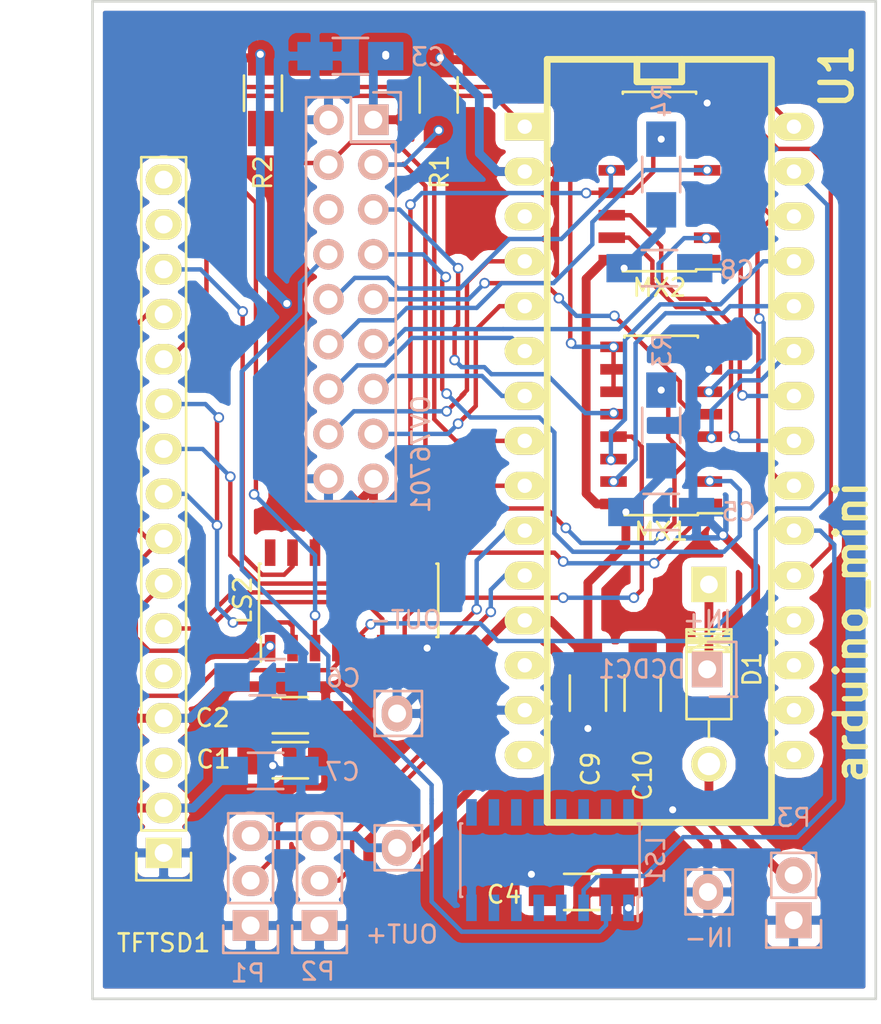
<source format=kicad_pcb>
(kicad_pcb (version 4) (host pcbnew 4.0.5)

  (general
    (links 101)
    (no_connects 0)
    (area 101.624999 55.924999 146.125001 112.525001)
    (thickness 1.6)
    (drawings 4)
    (tracks 567)
    (zones 0)
    (modules 26)
    (nets 70)
  )

  (page A4)
  (layers
    (0 F.Cu signal)
    (31 B.Cu signal)
    (32 B.Adhes user)
    (33 F.Adhes user)
    (34 B.Paste user)
    (35 F.Paste user)
    (36 B.SilkS user)
    (37 F.SilkS user)
    (38 B.Mask user)
    (39 F.Mask user)
    (40 Dwgs.User user)
    (41 Cmts.User user)
    (42 Eco1.User user)
    (43 Eco2.User user)
    (44 Edge.Cuts user)
    (45 Margin user)
    (46 B.CrtYd user)
    (47 F.CrtYd user)
    (48 B.Fab user)
    (49 F.Fab user)
  )

  (setup
    (last_trace_width 0.25)
    (trace_clearance 0.2)
    (zone_clearance 0.508)
    (zone_45_only no)
    (trace_min 0.2)
    (segment_width 0.2)
    (edge_width 0.15)
    (via_size 0.6)
    (via_drill 0.4)
    (via_min_size 0.4)
    (via_min_drill 0.3)
    (uvia_size 0.3)
    (uvia_drill 0.1)
    (uvias_allowed no)
    (uvia_min_size 0.2)
    (uvia_min_drill 0.1)
    (pcb_text_width 0.3)
    (pcb_text_size 1.5 1.5)
    (mod_edge_width 0.15)
    (mod_text_size 1 1)
    (mod_text_width 0.15)
    (pad_size 1.524 1.524)
    (pad_drill 0.762)
    (pad_to_mask_clearance 0.2)
    (aux_axis_origin 0 0)
    (visible_elements 7FFFFFFF)
    (pcbplotparams
      (layerselection 0x00030_80000001)
      (usegerberextensions false)
      (excludeedgelayer true)
      (linewidth 0.100000)
      (plotframeref false)
      (viasonmask false)
      (mode 1)
      (useauxorigin false)
      (hpglpennumber 1)
      (hpglpenspeed 20)
      (hpglpendiameter 15)
      (hpglpenoverlay 2)
      (psnegative false)
      (psa4output false)
      (plotreference true)
      (plotvalue true)
      (plotinvisibletext false)
      (padsonsilk false)
      (subtractmaskfromsilk false)
      (outputformat 1)
      (mirror false)
      (drillshape 1)
      (scaleselection 1)
      (outputdirectory ""))
  )

  (net 0 "")
  (net 1 +3V3)
  (net 2 GND)
  (net 3 +5V)
  (net 4 "Net-(D1-Pad2)")
  (net 5 "Net-(D1-Pad1)")
  (net 6 "Net-(LS1-Pad2)")
  (net 7 "Net-(LS1-Pad3)")
  (net 8 "Net-(LS1-Pad4)")
  (net 9 "Net-(LS1-Pad5)")
  (net 10 "Net-(LS1-Pad6)")
  (net 11 "Net-(LS1-Pad7)")
  (net 12 "Net-(LS1-Pad9)")
  (net 13 "Net-(LS1-Pad10)")
  (net 14 "Net-(LS1-Pad11)")
  (net 15 "Net-(LS1-Pad12)")
  (net 16 "Net-(LS1-Pad13)")
  (net 17 "Net-(LS1-Pad14)")
  (net 18 "Net-(LS1-Pad15)")
  (net 19 "Net-(LS1-Pad16)")
  (net 20 "Net-(LS2-Pad2)")
  (net 21 "Net-(LS2-Pad3)")
  (net 22 "Net-(LS2-Pad4)")
  (net 23 "Net-(LS2-Pad5)")
  (net 24 "Net-(LS2-Pad6)")
  (net 25 "Net-(LS2-Pad7)")
  (net 26 "Net-(LS2-Pad9)")
  (net 27 "Net-(LS2-Pad10)")
  (net 28 "Net-(LS2-Pad11)")
  (net 29 "Net-(LS2-Pad12)")
  (net 30 "Net-(LS2-Pad13)")
  (net 31 "Net-(LS2-Pad14)")
  (net 32 "Net-(LS2-Pad15)")
  (net 33 "Net-(LS2-Pad16)")
  (net 34 "Net-(MX1-Pad2)")
  (net 35 "Net-(MX1-Pad4)")
  (net 36 /Pixel_7)
  (net 37 "Net-(MX1-Pad6)")
  (net 38 "Net-(MX1-Pad10)")
  (net 39 "Net-(MX1-Pad12)")
  (net 40 "Net-(MX1-Pad14)")
  (net 41 "Net-(MX1-Pad15)")
  (net 42 "Net-(MX2-Pad1)")
  (net 43 /Pixel_5)
  (net 44 "Net-(MX2-Pad3)")
  (net 45 "Net-(MX2-Pad4)")
  (net 46 /Pixel_4)
  (net 47 /Pixel_6)
  (net 48 "Net-(MX2-Pad14)")
  (net 49 "Net-(MX2-Pad15)")
  (net 50 "Net-(OV76701-Pad3)")
  (net 51 "Net-(OV76701-Pad4)")
  (net 52 "Net-(OV76701-Pad6)")
  (net 53 /Pixel_3)
  (net 54 /Pixel_2)
  (net 55 /Pixel_1)
  (net 56 /Pixel_0)
  (net 57 "Net-(P1-Pad2)")
  (net 58 "Net-(P2-Pad2)")
  (net 59 "Net-(TFTSD1-Pad3)")
  (net 60 "Net-(TFTSD1-Pad5)")
  (net 61 "Net-(TFTSD1-Pad12)")
  (net 62 "Net-(TFTSD1-Pad15)")
  (net 63 "Net-(TFTSD1-Pad16)")
  (net 64 "Net-(U1-Pad3)")
  (net 65 "Net-(U1-Pad13)")
  (net 66 "Net-(U1-Pad15)")
  (net 67 "Net-(U1-Pad16)")
  (net 68 "Net-(U1-Pad17)")
  (net 69 "Net-(U1-Pad18)")

  (net_class Default "This is the default net class."
    (clearance 0.2)
    (trace_width 0.25)
    (via_dia 0.6)
    (via_drill 0.4)
    (uvia_dia 0.3)
    (uvia_drill 0.1)
    (add_net /Pixel_0)
    (add_net /Pixel_1)
    (add_net /Pixel_2)
    (add_net /Pixel_3)
    (add_net /Pixel_4)
    (add_net /Pixel_5)
    (add_net /Pixel_6)
    (add_net /Pixel_7)
    (add_net "Net-(LS1-Pad10)")
    (add_net "Net-(LS1-Pad11)")
    (add_net "Net-(LS1-Pad12)")
    (add_net "Net-(LS1-Pad13)")
    (add_net "Net-(LS1-Pad14)")
    (add_net "Net-(LS1-Pad15)")
    (add_net "Net-(LS1-Pad16)")
    (add_net "Net-(LS1-Pad2)")
    (add_net "Net-(LS1-Pad3)")
    (add_net "Net-(LS1-Pad4)")
    (add_net "Net-(LS1-Pad5)")
    (add_net "Net-(LS1-Pad6)")
    (add_net "Net-(LS1-Pad7)")
    (add_net "Net-(LS1-Pad9)")
    (add_net "Net-(LS2-Pad10)")
    (add_net "Net-(LS2-Pad11)")
    (add_net "Net-(LS2-Pad12)")
    (add_net "Net-(LS2-Pad13)")
    (add_net "Net-(LS2-Pad14)")
    (add_net "Net-(LS2-Pad15)")
    (add_net "Net-(LS2-Pad16)")
    (add_net "Net-(LS2-Pad2)")
    (add_net "Net-(LS2-Pad3)")
    (add_net "Net-(LS2-Pad4)")
    (add_net "Net-(LS2-Pad5)")
    (add_net "Net-(LS2-Pad6)")
    (add_net "Net-(LS2-Pad7)")
    (add_net "Net-(LS2-Pad9)")
    (add_net "Net-(MX1-Pad10)")
    (add_net "Net-(MX1-Pad12)")
    (add_net "Net-(MX1-Pad14)")
    (add_net "Net-(MX1-Pad15)")
    (add_net "Net-(MX1-Pad2)")
    (add_net "Net-(MX1-Pad4)")
    (add_net "Net-(MX1-Pad6)")
    (add_net "Net-(MX2-Pad1)")
    (add_net "Net-(MX2-Pad14)")
    (add_net "Net-(MX2-Pad15)")
    (add_net "Net-(MX2-Pad3)")
    (add_net "Net-(MX2-Pad4)")
    (add_net "Net-(OV76701-Pad3)")
    (add_net "Net-(OV76701-Pad4)")
    (add_net "Net-(OV76701-Pad6)")
    (add_net "Net-(P1-Pad2)")
    (add_net "Net-(P2-Pad2)")
    (add_net "Net-(TFTSD1-Pad12)")
    (add_net "Net-(TFTSD1-Pad15)")
    (add_net "Net-(TFTSD1-Pad16)")
    (add_net "Net-(TFTSD1-Pad3)")
    (add_net "Net-(TFTSD1-Pad5)")
    (add_net "Net-(U1-Pad13)")
    (add_net "Net-(U1-Pad15)")
    (add_net "Net-(U1-Pad16)")
    (add_net "Net-(U1-Pad17)")
    (add_net "Net-(U1-Pad18)")
    (add_net "Net-(U1-Pad3)")
  )

  (net_class Power ""
    (clearance 0.2)
    (trace_width 0.5)
    (via_dia 0.6)
    (via_drill 0.4)
    (uvia_dia 0.3)
    (uvia_drill 0.1)
    (add_net +3V3)
    (add_net +5V)
    (add_net GND)
    (add_net "Net-(D1-Pad1)")
    (add_net "Net-(D1-Pad2)")
  )

  (module arduino:arduino_mini (layer F.Cu) (tedit 58BA86DC) (tstamp 58B9B484)
    (at 133.7945 82.1436 270)
    (descr "30 pins DIL package, elliptical pads, width 600mil (arduino mini)")
    (tags "DIL arduino mini")
    (path /58ADD5B5)
    (fp_text reference U1 (at -21.8936 -10.0555 270) (layer F.SilkS)
      (effects (font (size 1.778 1.778) (thickness 0.3048)))
    )
    (fp_text value arduino_mini (at 9.5564 -10.8555 270) (layer F.SilkS)
      (effects (font (size 1.778 1.778) (thickness 0.3048)))
    )
    (fp_line (start -22.86 -6.35) (end 20.32 -6.35) (layer F.SilkS) (width 0.381))
    (fp_line (start 20.32 -6.35) (end 20.32 6.35) (layer F.SilkS) (width 0.381))
    (fp_line (start 20.32 6.35) (end -22.86 6.35) (layer F.SilkS) (width 0.381))
    (fp_line (start -22.86 6.35) (end -22.86 -6.35) (layer F.SilkS) (width 0.381))
    (fp_line (start -22.86 1.27) (end -21.59 1.27) (layer F.SilkS) (width 0.381))
    (fp_line (start -21.59 1.27) (end -21.59 -1.27) (layer F.SilkS) (width 0.381))
    (fp_line (start -21.59 -1.27) (end -22.86 -1.27) (layer F.SilkS) (width 0.381))
    (pad 1 thru_hole rect (at -19.05 7.62 270) (size 1.5748 2.286) (drill 0.8128) (layers *.Cu *.Mask F.SilkS)
      (net 21 "Net-(LS2-Pad3)"))
    (pad 2 thru_hole oval (at -16.51 7.62 270) (size 1.5748 2.286) (drill 0.8128) (layers *.Cu *.Mask F.SilkS)
      (net 1 +3V3))
    (pad 3 thru_hole oval (at -13.97 7.62 270) (size 1.5748 2.286) (drill 0.8128) (layers *.Cu *.Mask F.SilkS)
      (net 64 "Net-(U1-Pad3)"))
    (pad 4 thru_hole oval (at -11.43 7.62 270) (size 1.5748 2.286) (drill 0.8128) (layers *.Cu *.Mask F.SilkS)
      (net 56 /Pixel_0))
    (pad 5 thru_hole oval (at -8.89 7.62 270) (size 1.5748 2.286) (drill 0.8128) (layers *.Cu *.Mask F.SilkS)
      (net 55 /Pixel_1))
    (pad 6 thru_hole oval (at -6.35 7.62 270) (size 1.5748 2.286) (drill 0.8128) (layers *.Cu *.Mask F.SilkS)
      (net 54 /Pixel_2))
    (pad 7 thru_hole oval (at -3.81 7.62 270) (size 1.5748 2.286) (drill 0.8128) (layers *.Cu *.Mask F.SilkS)
      (net 53 /Pixel_3))
    (pad 8 thru_hole oval (at -1.27 7.62 270) (size 1.5748 2.286) (drill 0.8128) (layers *.Cu *.Mask F.SilkS)
      (net 51 "Net-(OV76701-Pad4)"))
    (pad 9 thru_hole oval (at 1.27 7.62 270) (size 1.5748 2.286) (drill 0.8128) (layers *.Cu *.Mask F.SilkS)
      (net 50 "Net-(OV76701-Pad3)"))
    (pad 10 thru_hole oval (at 3.81 7.62 270) (size 1.5748 2.286) (drill 0.8128) (layers *.Cu *.Mask F.SilkS)
      (net 57 "Net-(P1-Pad2)"))
    (pad 11 thru_hole oval (at 6.35 7.62 270) (size 1.5748 2.286) (drill 0.8128) (layers *.Cu *.Mask F.SilkS)
      (net 58 "Net-(P2-Pad2)"))
    (pad 12 thru_hole oval (at 8.89 7.62 270) (size 1.5748 2.286) (drill 0.8128) (layers *.Cu *.Mask F.SilkS)
      (net 3 +5V))
    (pad 13 thru_hole oval (at 11.43 7.62 270) (size 1.5748 2.286) (drill 0.8128) (layers *.Cu *.Mask F.SilkS)
      (net 65 "Net-(U1-Pad13)"))
    (pad 14 thru_hole oval (at 13.97 7.62 270) (size 1.5748 2.286) (drill 0.8128) (layers *.Cu *.Mask F.SilkS)
      (net 2 GND))
    (pad 15 thru_hole oval (at 16.51 7.62 270) (size 1.5748 2.286) (drill 0.8128) (layers *.Cu *.Mask F.SilkS)
      (net 66 "Net-(U1-Pad15)"))
    (pad 16 thru_hole oval (at 16.51 -7.62 270) (size 1.5748 2.286) (drill 0.8128) (layers *.Cu *.Mask F.SilkS)
      (net 67 "Net-(U1-Pad16)"))
    (pad 17 thru_hole oval (at 13.97 -7.62 270) (size 1.5748 2.286) (drill 0.8128) (layers *.Cu *.Mask F.SilkS)
      (net 68 "Net-(U1-Pad17)"))
    (pad 18 thru_hole oval (at 11.43 -7.62 270) (size 1.5748 2.286) (drill 0.8128) (layers *.Cu *.Mask F.SilkS)
      (net 69 "Net-(U1-Pad18)"))
    (pad 19 thru_hole oval (at 8.89 -7.62 270) (size 1.5748 2.286) (drill 0.8128) (layers *.Cu *.Mask F.SilkS)
      (net 2 GND))
    (pad 20 thru_hole oval (at 6.35 -7.62 270) (size 1.5748 2.286) (drill 0.8128) (layers *.Cu *.Mask F.SilkS)
      (net 38 "Net-(MX1-Pad10)"))
    (pad 21 thru_hole oval (at 3.81 -7.62 270) (size 1.5748 2.286) (drill 0.8128) (layers *.Cu *.Mask F.SilkS)
      (net 7 "Net-(LS1-Pad3)"))
    (pad 22 thru_hole oval (at 1.27 -7.62 270) (size 1.5748 2.286) (drill 0.8128) (layers *.Cu *.Mask F.SilkS)
      (net 45 "Net-(MX2-Pad4)"))
    (pad 23 thru_hole oval (at -1.27 -7.62 270) (size 1.5748 2.286) (drill 0.8128) (layers *.Cu *.Mask F.SilkS)
      (net 49 "Net-(MX2-Pad15)"))
    (pad 24 thru_hole oval (at -3.81 -7.62 270) (size 1.5748 2.286) (drill 0.8128) (layers *.Cu *.Mask F.SilkS)
      (net 48 "Net-(MX2-Pad14)"))
    (pad 25 thru_hole oval (at -6.35 -7.62 270) (size 1.5748 2.286) (drill 0.8128) (layers *.Cu *.Mask F.SilkS)
      (net 35 "Net-(MX1-Pad4)"))
    (pad 26 thru_hole oval (at -8.89 -7.62 270) (size 1.5748 2.286) (drill 0.8128) (layers *.Cu *.Mask F.SilkS)
      (net 41 "Net-(MX1-Pad15)"))
    (pad 27 thru_hole oval (at -11.43 -7.62 270) (size 1.5748 2.286) (drill 0.8128) (layers *.Cu *.Mask F.SilkS)
      (net 40 "Net-(MX1-Pad14)"))
    (pad 28 thru_hole oval (at -13.97 -7.62 270) (size 1.5748 2.286) (drill 0.8128) (layers *.Cu *.Mask F.SilkS)
      (net 37 "Net-(MX1-Pad6)"))
    (pad 29 thru_hole oval (at -16.51 -7.62 270) (size 1.5748 2.286) (drill 0.8128) (layers *.Cu *.Mask F.SilkS)
      (net 23 "Net-(LS2-Pad5)"))
    (pad 30 thru_hole oval (at -19.05 -7.62 270) (size 1.5748 2.286) (drill 0.8128) (layers *.Cu *.Mask F.SilkS)
      (net 61 "Net-(TFTSD1-Pad12)"))
  )

  (module Capacitors_SMD:C_1206_HandSoldering (layer F.Cu) (tedit 58BAE10F) (tstamp 58B9B378)
    (at 112.9 98.95 180)
    (descr "Capacitor SMD 1206, hand soldering")
    (tags "capacitor 1206")
    (path /58B1BAE3)
    (attr smd)
    (fp_text reference C1 (at 4.35 0.05 180) (layer F.SilkS)
      (effects (font (size 1 1) (thickness 0.15)))
    )
    (fp_text value 10-100u (at 0 2.3 180) (layer F.Fab)
      (effects (font (size 1 1) (thickness 0.15)))
    )
    (fp_line (start -3.3 -1.15) (end 3.3 -1.15) (layer F.CrtYd) (width 0.05))
    (fp_line (start -3.3 1.15) (end 3.3 1.15) (layer F.CrtYd) (width 0.05))
    (fp_line (start -3.3 -1.15) (end -3.3 1.15) (layer F.CrtYd) (width 0.05))
    (fp_line (start 3.3 -1.15) (end 3.3 1.15) (layer F.CrtYd) (width 0.05))
    (fp_line (start 1 -1.025) (end -1 -1.025) (layer F.SilkS) (width 0.15))
    (fp_line (start -1 1.025) (end 1 1.025) (layer F.SilkS) (width 0.15))
    (pad 1 smd rect (at -2 0 180) (size 2 1.6) (layers F.Cu F.Paste F.Mask)
      (net 1 +3V3))
    (pad 2 smd rect (at 2 0 180) (size 2 1.6) (layers F.Cu F.Paste F.Mask)
      (net 2 GND))
    (model Capacitors_SMD.3dshapes/C_1206_HandSoldering.wrl
      (at (xyz 0 0 0))
      (scale (xyz 1 1 1))
      (rotate (xyz 0 0 0))
    )
  )

  (module Capacitors_SMD:C_1206_HandSoldering (layer F.Cu) (tedit 58BAE10C) (tstamp 58B9B37E)
    (at 112.9 96.4 180)
    (descr "Capacitor SMD 1206, hand soldering")
    (tags "capacitor 1206")
    (path /58B1BB4D)
    (attr smd)
    (fp_text reference C2 (at 4.4 -0.15 180) (layer F.SilkS)
      (effects (font (size 1 1) (thickness 0.15)))
    )
    (fp_text value 10-100u (at 0 2.3 180) (layer F.Fab)
      (effects (font (size 1 1) (thickness 0.15)))
    )
    (fp_line (start -3.3 -1.15) (end 3.3 -1.15) (layer F.CrtYd) (width 0.05))
    (fp_line (start -3.3 1.15) (end 3.3 1.15) (layer F.CrtYd) (width 0.05))
    (fp_line (start -3.3 -1.15) (end -3.3 1.15) (layer F.CrtYd) (width 0.05))
    (fp_line (start 3.3 -1.15) (end 3.3 1.15) (layer F.CrtYd) (width 0.05))
    (fp_line (start 1 -1.025) (end -1 -1.025) (layer F.SilkS) (width 0.15))
    (fp_line (start -1 1.025) (end 1 1.025) (layer F.SilkS) (width 0.15))
    (pad 1 smd rect (at -2 0 180) (size 2 1.6) (layers F.Cu F.Paste F.Mask)
      (net 1 +3V3))
    (pad 2 smd rect (at 2 0 180) (size 2 1.6) (layers F.Cu F.Paste F.Mask)
      (net 2 GND))
    (model Capacitors_SMD.3dshapes/C_1206_HandSoldering.wrl
      (at (xyz 0 0 0))
      (scale (xyz 1 1 1))
      (rotate (xyz 0 0 0))
    )
  )

  (module Capacitors_SMD:C_1206_HandSoldering (layer B.Cu) (tedit 58BAE28E) (tstamp 58B9B384)
    (at 116.3 59.1 180)
    (descr "Capacitor SMD 1206, hand soldering")
    (tags "capacitor 1206")
    (path /58B1A6A9)
    (attr smd)
    (fp_text reference C3 (at -4.4 -0.05 180) (layer B.SilkS)
      (effects (font (size 1 1) (thickness 0.15)) (justify mirror))
    )
    (fp_text value 1u (at 0 -2.3 180) (layer B.Fab)
      (effects (font (size 1 1) (thickness 0.15)) (justify mirror))
    )
    (fp_line (start -3.3 1.15) (end 3.3 1.15) (layer B.CrtYd) (width 0.05))
    (fp_line (start -3.3 -1.15) (end 3.3 -1.15) (layer B.CrtYd) (width 0.05))
    (fp_line (start -3.3 1.15) (end -3.3 -1.15) (layer B.CrtYd) (width 0.05))
    (fp_line (start 3.3 1.15) (end 3.3 -1.15) (layer B.CrtYd) (width 0.05))
    (fp_line (start 1 1.025) (end -1 1.025) (layer B.SilkS) (width 0.15))
    (fp_line (start -1 -1.025) (end 1 -1.025) (layer B.SilkS) (width 0.15))
    (pad 1 smd rect (at -2 0 180) (size 2 1.6) (layers B.Cu B.Paste B.Mask)
      (net 1 +3V3))
    (pad 2 smd rect (at 2 0 180) (size 2 1.6) (layers B.Cu B.Paste B.Mask)
      (net 2 GND))
    (model Capacitors_SMD.3dshapes/C_1206_HandSoldering.wrl
      (at (xyz 0 0 0))
      (scale (xyz 1 1 1))
      (rotate (xyz 0 0 0))
    )
  )

  (module Capacitors_SMD:C_1206_HandSoldering (layer F.Cu) (tedit 58BAE1C1) (tstamp 58B9B38A)
    (at 129.4 106.4)
    (descr "Capacitor SMD 1206, hand soldering")
    (tags "capacitor 1206")
    (path /58B1B327)
    (attr smd)
    (fp_text reference C4 (at -4.4 0.15) (layer F.SilkS)
      (effects (font (size 1 1) (thickness 0.15)))
    )
    (fp_text value 0.1u (at 0.05 2.3) (layer F.Fab)
      (effects (font (size 1 1) (thickness 0.15)))
    )
    (fp_line (start -3.3 -1.15) (end 3.3 -1.15) (layer F.CrtYd) (width 0.05))
    (fp_line (start -3.3 1.15) (end 3.3 1.15) (layer F.CrtYd) (width 0.05))
    (fp_line (start -3.3 -1.15) (end -3.3 1.15) (layer F.CrtYd) (width 0.05))
    (fp_line (start 3.3 -1.15) (end 3.3 1.15) (layer F.CrtYd) (width 0.05))
    (fp_line (start 1 -1.025) (end -1 -1.025) (layer F.SilkS) (width 0.15))
    (fp_line (start -1 1.025) (end 1 1.025) (layer F.SilkS) (width 0.15))
    (pad 1 smd rect (at -2 0) (size 2 1.6) (layers F.Cu F.Paste F.Mask)
      (net 2 GND))
    (pad 2 smd rect (at 2 0) (size 2 1.6) (layers F.Cu F.Paste F.Mask)
      (net 1 +3V3))
    (model Capacitors_SMD.3dshapes/C_1206_HandSoldering.wrl
      (at (xyz 0 0 0))
      (scale (xyz 1 1 1))
      (rotate (xyz 0 0 0))
    )
  )

  (module Capacitors_SMD:C_1206_HandSoldering (layer B.Cu) (tedit 58BAE255) (tstamp 58B9B390)
    (at 133.9 84.9 180)
    (descr "Capacitor SMD 1206, hand soldering")
    (tags "capacitor 1206")
    (path /58B1B11F)
    (attr smd)
    (fp_text reference C5 (at -4.4 0 180) (layer B.SilkS)
      (effects (font (size 1 1) (thickness 0.15)) (justify mirror))
    )
    (fp_text value 0.1u (at 0 -2.3 180) (layer B.Fab)
      (effects (font (size 1 1) (thickness 0.15)) (justify mirror))
    )
    (fp_line (start -3.3 1.15) (end 3.3 1.15) (layer B.CrtYd) (width 0.05))
    (fp_line (start -3.3 -1.15) (end 3.3 -1.15) (layer B.CrtYd) (width 0.05))
    (fp_line (start -3.3 1.15) (end -3.3 -1.15) (layer B.CrtYd) (width 0.05))
    (fp_line (start 3.3 1.15) (end 3.3 -1.15) (layer B.CrtYd) (width 0.05))
    (fp_line (start 1 1.025) (end -1 1.025) (layer B.SilkS) (width 0.15))
    (fp_line (start -1 -1.025) (end 1 -1.025) (layer B.SilkS) (width 0.15))
    (pad 1 smd rect (at -2 0 180) (size 2 1.6) (layers B.Cu B.Paste B.Mask)
      (net 2 GND))
    (pad 2 smd rect (at 2 0 180) (size 2 1.6) (layers B.Cu B.Paste B.Mask)
      (net 3 +5V))
    (model Capacitors_SMD.3dshapes/C_1206_HandSoldering.wrl
      (at (xyz 0 0 0))
      (scale (xyz 1 1 1))
      (rotate (xyz 0 0 0))
    )
  )

  (module Capacitors_SMD:C_1206_HandSoldering (layer B.Cu) (tedit 58BAE20C) (tstamp 58B9B396)
    (at 111.6 94.25)
    (descr "Capacitor SMD 1206, hand soldering")
    (tags "capacitor 1206")
    (path /58B19768)
    (attr smd)
    (fp_text reference C6 (at 4.3 0.05) (layer B.SilkS)
      (effects (font (size 1 1) (thickness 0.15)) (justify mirror))
    )
    (fp_text value 0.1u (at 0 -2.3) (layer B.Fab)
      (effects (font (size 1 1) (thickness 0.15)) (justify mirror))
    )
    (fp_line (start -3.3 1.15) (end 3.3 1.15) (layer B.CrtYd) (width 0.05))
    (fp_line (start -3.3 -1.15) (end 3.3 -1.15) (layer B.CrtYd) (width 0.05))
    (fp_line (start -3.3 1.15) (end -3.3 -1.15) (layer B.CrtYd) (width 0.05))
    (fp_line (start 3.3 1.15) (end 3.3 -1.15) (layer B.CrtYd) (width 0.05))
    (fp_line (start 1 1.025) (end -1 1.025) (layer B.SilkS) (width 0.15))
    (fp_line (start -1 -1.025) (end 1 -1.025) (layer B.SilkS) (width 0.15))
    (pad 1 smd rect (at -2 0) (size 2 1.6) (layers B.Cu B.Paste B.Mask)
      (net 1 +3V3))
    (pad 2 smd rect (at 2 0) (size 2 1.6) (layers B.Cu B.Paste B.Mask)
      (net 2 GND))
    (model Capacitors_SMD.3dshapes/C_1206_HandSoldering.wrl
      (at (xyz 0 0 0))
      (scale (xyz 1 1 1))
      (rotate (xyz 0 0 0))
    )
  )

  (module Capacitors_SMD:C_1206_HandSoldering (layer B.Cu) (tedit 58BAE211) (tstamp 58B9B39C)
    (at 111.5 99.55)
    (descr "Capacitor SMD 1206, hand soldering")
    (tags "capacitor 1206")
    (path /58B1A143)
    (attr smd)
    (fp_text reference C7 (at 4.35 0.05) (layer B.SilkS)
      (effects (font (size 1 1) (thickness 0.15)) (justify mirror))
    )
    (fp_text value 10u (at 0 -2.3) (layer B.Fab)
      (effects (font (size 1 1) (thickness 0.15)) (justify mirror))
    )
    (fp_line (start -3.3 1.15) (end 3.3 1.15) (layer B.CrtYd) (width 0.05))
    (fp_line (start -3.3 -1.15) (end 3.3 -1.15) (layer B.CrtYd) (width 0.05))
    (fp_line (start -3.3 1.15) (end -3.3 -1.15) (layer B.CrtYd) (width 0.05))
    (fp_line (start 3.3 1.15) (end 3.3 -1.15) (layer B.CrtYd) (width 0.05))
    (fp_line (start 1 1.025) (end -1 1.025) (layer B.SilkS) (width 0.15))
    (fp_line (start -1 -1.025) (end 1 -1.025) (layer B.SilkS) (width 0.15))
    (pad 1 smd rect (at -2 0) (size 2 1.6) (layers B.Cu B.Paste B.Mask)
      (net 1 +3V3))
    (pad 2 smd rect (at 2 0) (size 2 1.6) (layers B.Cu B.Paste B.Mask)
      (net 2 GND))
    (model Capacitors_SMD.3dshapes/C_1206_HandSoldering.wrl
      (at (xyz 0 0 0))
      (scale (xyz 1 1 1))
      (rotate (xyz 0 0 0))
    )
  )

  (module Capacitors_SMD:C_1206_HandSoldering (layer B.Cu) (tedit 58BAE267) (tstamp 58B9B3A2)
    (at 133.8 71.1 180)
    (descr "Capacitor SMD 1206, hand soldering")
    (tags "capacitor 1206")
    (path /58B1AC58)
    (attr smd)
    (fp_text reference C8 (at -4.4 -0.1 180) (layer B.SilkS)
      (effects (font (size 1 1) (thickness 0.15)) (justify mirror))
    )
    (fp_text value 0.1u (at 0 -2.3 180) (layer B.Fab)
      (effects (font (size 1 1) (thickness 0.15)) (justify mirror))
    )
    (fp_line (start -3.3 1.15) (end 3.3 1.15) (layer B.CrtYd) (width 0.05))
    (fp_line (start -3.3 -1.15) (end 3.3 -1.15) (layer B.CrtYd) (width 0.05))
    (fp_line (start -3.3 1.15) (end -3.3 -1.15) (layer B.CrtYd) (width 0.05))
    (fp_line (start 3.3 1.15) (end 3.3 -1.15) (layer B.CrtYd) (width 0.05))
    (fp_line (start 1 1.025) (end -1 1.025) (layer B.SilkS) (width 0.15))
    (fp_line (start -1 -1.025) (end 1 -1.025) (layer B.SilkS) (width 0.15))
    (pad 1 smd rect (at -2 0 180) (size 2 1.6) (layers B.Cu B.Paste B.Mask)
      (net 2 GND))
    (pad 2 smd rect (at 2 0 180) (size 2 1.6) (layers B.Cu B.Paste B.Mask)
      (net 3 +5V))
    (model Capacitors_SMD.3dshapes/C_1206_HandSoldering.wrl
      (at (xyz 0 0 0))
      (scale (xyz 1 1 1))
      (rotate (xyz 0 0 0))
    )
  )

  (module Capacitors_SMD:C_1206_HandSoldering (layer F.Cu) (tedit 58BAE134) (tstamp 58B9B3A8)
    (at 129.75 95.15 270)
    (descr "Capacitor SMD 1206, hand soldering")
    (tags "capacitor 1206")
    (path /58B1C660)
    (attr smd)
    (fp_text reference C9 (at 4.3 -0.15 270) (layer F.SilkS)
      (effects (font (size 1 1) (thickness 0.15)))
    )
    (fp_text value 10-100u (at 0 2.3 270) (layer F.Fab)
      (effects (font (size 1 1) (thickness 0.15)))
    )
    (fp_line (start -3.3 -1.15) (end 3.3 -1.15) (layer F.CrtYd) (width 0.05))
    (fp_line (start -3.3 1.15) (end 3.3 1.15) (layer F.CrtYd) (width 0.05))
    (fp_line (start -3.3 -1.15) (end -3.3 1.15) (layer F.CrtYd) (width 0.05))
    (fp_line (start 3.3 -1.15) (end 3.3 1.15) (layer F.CrtYd) (width 0.05))
    (fp_line (start 1 -1.025) (end -1 -1.025) (layer F.SilkS) (width 0.15))
    (fp_line (start -1 1.025) (end 1 1.025) (layer F.SilkS) (width 0.15))
    (pad 1 smd rect (at -2 0 270) (size 2 1.6) (layers F.Cu F.Paste F.Mask)
      (net 3 +5V))
    (pad 2 smd rect (at 2 0 270) (size 2 1.6) (layers F.Cu F.Paste F.Mask)
      (net 2 GND))
    (model Capacitors_SMD.3dshapes/C_1206_HandSoldering.wrl
      (at (xyz 0 0 0))
      (scale (xyz 1 1 1))
      (rotate (xyz 0 0 0))
    )
  )

  (module Capacitors_SMD:C_1206_HandSoldering (layer F.Cu) (tedit 58BAE138) (tstamp 58B9B3AE)
    (at 132.85 95.15 270)
    (descr "Capacitor SMD 1206, hand soldering")
    (tags "capacitor 1206")
    (path /58B1C6D9)
    (attr smd)
    (fp_text reference C10 (at 4.65 0 270) (layer F.SilkS)
      (effects (font (size 1 1) (thickness 0.15)))
    )
    (fp_text value 10-100u (at 0 2.3 270) (layer F.Fab)
      (effects (font (size 1 1) (thickness 0.15)))
    )
    (fp_line (start -3.3 -1.15) (end 3.3 -1.15) (layer F.CrtYd) (width 0.05))
    (fp_line (start -3.3 1.15) (end 3.3 1.15) (layer F.CrtYd) (width 0.05))
    (fp_line (start -3.3 -1.15) (end -3.3 1.15) (layer F.CrtYd) (width 0.05))
    (fp_line (start 3.3 -1.15) (end 3.3 1.15) (layer F.CrtYd) (width 0.05))
    (fp_line (start 1 -1.025) (end -1 -1.025) (layer F.SilkS) (width 0.15))
    (fp_line (start -1 1.025) (end 1 1.025) (layer F.SilkS) (width 0.15))
    (pad 1 smd rect (at -2 0 270) (size 2 1.6) (layers F.Cu F.Paste F.Mask)
      (net 3 +5V))
    (pad 2 smd rect (at 2 0 270) (size 2 1.6) (layers F.Cu F.Paste F.Mask)
      (net 2 GND))
    (model Capacitors_SMD.3dshapes/C_1206_HandSoldering.wrl
      (at (xyz 0 0 0))
      (scale (xyz 1 1 1))
      (rotate (xyz 0 0 0))
    )
  )

  (module Diodes_ThroughHole:Diode_DO-41_SOD81_Horizontal_RM10 (layer F.Cu) (tedit 58BAE0EB) (tstamp 58B9B3B4)
    (at 136.6 89 270)
    (descr "Diode, DO-41, SOD81, Horizontal, RM 10mm,")
    (tags "Diode, DO-41, SOD81, Horizontal, RM 10mm, 1N4007, SB140,")
    (path /58B16830)
    (fp_text reference D1 (at 4.8 -2.45 270) (layer F.SilkS)
      (effects (font (size 1 1) (thickness 0.15)))
    )
    (fp_text value D (at 4.37134 -3.55854 270) (layer F.Fab)
      (effects (font (size 1 1) (thickness 0.15)))
    )
    (fp_line (start 7.62 -0.00254) (end 8.636 -0.00254) (layer F.SilkS) (width 0.15))
    (fp_line (start 2.794 -0.00254) (end 1.524 -0.00254) (layer F.SilkS) (width 0.15))
    (fp_line (start 3.048 -1.27254) (end 3.048 1.26746) (layer F.SilkS) (width 0.15))
    (fp_line (start 3.302 -1.27254) (end 3.302 1.26746) (layer F.SilkS) (width 0.15))
    (fp_line (start 3.556 -1.27254) (end 3.556 1.26746) (layer F.SilkS) (width 0.15))
    (fp_line (start 2.794 -1.27254) (end 2.794 1.26746) (layer F.SilkS) (width 0.15))
    (fp_line (start 3.81 -1.27254) (end 2.54 1.26746) (layer F.SilkS) (width 0.15))
    (fp_line (start 2.54 -1.27254) (end 3.81 1.26746) (layer F.SilkS) (width 0.15))
    (fp_line (start 3.81 -1.27254) (end 3.81 1.26746) (layer F.SilkS) (width 0.15))
    (fp_line (start 3.175 -1.27254) (end 3.175 1.26746) (layer F.SilkS) (width 0.15))
    (fp_line (start 2.54 1.26746) (end 2.54 -1.27254) (layer F.SilkS) (width 0.15))
    (fp_line (start 2.54 -1.27254) (end 7.62 -1.27254) (layer F.SilkS) (width 0.15))
    (fp_line (start 7.62 -1.27254) (end 7.62 1.26746) (layer F.SilkS) (width 0.15))
    (fp_line (start 7.62 1.26746) (end 2.54 1.26746) (layer F.SilkS) (width 0.15))
    (pad 2 thru_hole circle (at 10.16 -0.00254 90) (size 1.99898 1.99898) (drill 1.27) (layers *.Cu *.Mask F.SilkS)
      (net 4 "Net-(D1-Pad2)"))
    (pad 1 thru_hole rect (at 0 -0.00254 90) (size 1.99898 1.99898) (drill 1.00076) (layers *.Cu *.Mask F.SilkS)
      (net 5 "Net-(D1-Pad1)"))
  )

  (module DcDc5VUp:DcDc5VUp (layer B.Cu) (tedit 58BAD990) (tstamp 58B9B3BC)
    (at 116.1034 100.1014 270)
    (descr "Through hole pin header")
    (tags "pin header")
    (path /58B16712)
    (fp_text reference DCDC1 (at -6.3014 -16.6966 540) (layer B.SilkS)
      (effects (font (size 1 1) (thickness 0.15)) (justify mirror))
    )
    (fp_text value DcDcConverter (at 8.6 -11.7 540) (layer B.Fab)
      (effects (font (size 1 1) (thickness 0.15)) (justify mirror))
    )
    (fp_text user OUT- (at -9.1 -3.3 540) (layer B.SilkS)
      (effects (font (size 1 1) (thickness 0.15)) (justify mirror))
    )
    (fp_text user OUT+ (at 8.7 -3.1 540) (layer B.SilkS)
      (effects (font (size 1 1) (thickness 0.15)) (justify mirror))
    )
    (fp_text user IN- (at 8.9 -20.5 540) (layer B.SilkS)
      (effects (font (size 1 1) (thickness 0.15)) (justify mirror))
    )
    (fp_text user IN+ (at -9.1 -20.4 540) (layer B.SilkS)
      (effects (font (size 1 1) (thickness 0.15)) (justify mirror))
    )
    (fp_line (start -5.07 -1.57) (end -5.07 -4.25) (layer B.SilkS) (width 0.15))
    (fp_line (start -5.07 -4.25) (end -2.53 -4.25) (layer B.SilkS) (width 0.15))
    (fp_line (start -2.53 -4.25) (end -2.53 -1.57) (layer B.SilkS) (width 0.15))
    (fp_line (start -2.53 -1.57) (end -5.07 -1.57) (layer B.SilkS) (width 0.15))
    (fp_line (start 5.07 -1.57) (end 2.53 -1.57) (layer B.SilkS) (width 0.15))
    (fp_line (start 5.07 -4.25) (end 5.07 -1.57) (layer B.SilkS) (width 0.15))
    (fp_line (start 2.53 -4.25) (end 5.07 -4.25) (layer B.SilkS) (width 0.15))
    (fp_line (start 2.53 -1.57) (end 2.53 -4.25) (layer B.SilkS) (width 0.15))
    (fp_line (start 5.03 -19.17) (end 5.03 -21.85) (layer B.SilkS) (width 0.15))
    (fp_line (start 5.03 -21.85) (end 7.57 -21.85) (layer B.SilkS) (width 0.15))
    (fp_line (start 7.57 -21.85) (end 7.57 -19.17) (layer B.SilkS) (width 0.15))
    (fp_line (start 7.57 -19.17) (end 5.03 -19.17) (layer B.SilkS) (width 0.15))
    (fp_line (start -4.75 -20.55) (end -4.75 -22.1) (layer B.SilkS) (width 0.15))
    (fp_line (start -7.85 -22) (end -7.85 -20.45) (layer B.SilkS) (width 0.15))
    (fp_line (start -7.85 -22.05) (end -4.75 -22.05) (layer B.SilkS) (width 0.15))
    (fp_line (start -10.05 -22.3) (end 9.75 -22.3) (layer B.CrtYd) (width 0.05))
    (fp_line (start -10.05 -0.85) (end 9.75 -0.85) (layer B.CrtYd) (width 0.05))
    (fp_line (start 9.75 -0.85) (end 9.75 -22.3) (layer B.CrtYd) (width 0.05))
    (fp_line (start -10.05 -0.85) (end -10.05 -22.3) (layer B.CrtYd) (width 0.05))
    (pad 4 thru_hole oval (at -3.8 -2.84 270) (size 2.032 1.7272) (drill 1.016) (layers *.Cu *.Mask B.SilkS)
      (net 2 GND))
    (pad 3 thru_hole oval (at 3.8 -2.84 270) (size 2.032 1.7272) (drill 1.016) (layers *.Cu *.Mask B.SilkS)
      (net 3 +5V))
    (pad 2 thru_hole oval (at 6.3 -20.44 270) (size 2.032 1.7272) (drill 1.016) (layers *.Cu *.Mask B.SilkS)
      (net 2 GND))
    (pad 1 thru_hole rect (at -6.3 -20.4 270) (size 2.032 1.7272) (drill 1.016) (layers *.Cu *.Mask B.SilkS)
      (net 5 "Net-(D1-Pad1)"))
  )

  (module Housings_SOIC:SOIC-16_3.9x9.9mm_Pitch1.27mm (layer B.Cu) (tedit 54130A77) (tstamp 58B9B3D0)
    (at 127.6 104.6 90)
    (descr "16-Lead Plastic Small Outline (SL) - Narrow, 3.90 mm Body [SOIC] (see Microchip Packaging Specification 00000049BS.pdf)")
    (tags "SOIC 1.27")
    (path /58ADD608)
    (attr smd)
    (fp_text reference LS1 (at 0 6 90) (layer B.SilkS)
      (effects (font (size 1 1) (thickness 0.15)) (justify mirror))
    )
    (fp_text value LevelShifter_74HC4050D (at 0 -6 90) (layer B.Fab)
      (effects (font (size 1 1) (thickness 0.15)) (justify mirror))
    )
    (fp_line (start -3.7 5.25) (end -3.7 -5.25) (layer B.CrtYd) (width 0.05))
    (fp_line (start 3.7 5.25) (end 3.7 -5.25) (layer B.CrtYd) (width 0.05))
    (fp_line (start -3.7 5.25) (end 3.7 5.25) (layer B.CrtYd) (width 0.05))
    (fp_line (start -3.7 -5.25) (end 3.7 -5.25) (layer B.CrtYd) (width 0.05))
    (fp_line (start -2.075 5.075) (end -2.075 4.97) (layer B.SilkS) (width 0.15))
    (fp_line (start 2.075 5.075) (end 2.075 4.97) (layer B.SilkS) (width 0.15))
    (fp_line (start 2.075 -5.075) (end 2.075 -4.97) (layer B.SilkS) (width 0.15))
    (fp_line (start -2.075 -5.075) (end -2.075 -4.97) (layer B.SilkS) (width 0.15))
    (fp_line (start -2.075 5.075) (end 2.075 5.075) (layer B.SilkS) (width 0.15))
    (fp_line (start -2.075 -5.075) (end 2.075 -5.075) (layer B.SilkS) (width 0.15))
    (fp_line (start -2.075 4.97) (end -3.45 4.97) (layer B.SilkS) (width 0.15))
    (pad 1 smd rect (at -2.7 4.445 90) (size 1.5 0.6) (layers B.Cu B.Paste B.Mask)
      (net 1 +3V3))
    (pad 2 smd rect (at -2.7 3.175 90) (size 1.5 0.6) (layers B.Cu B.Paste B.Mask)
      (net 6 "Net-(LS1-Pad2)"))
    (pad 3 smd rect (at -2.7 1.905 90) (size 1.5 0.6) (layers B.Cu B.Paste B.Mask)
      (net 7 "Net-(LS1-Pad3)"))
    (pad 4 smd rect (at -2.7 0.635 90) (size 1.5 0.6) (layers B.Cu B.Paste B.Mask)
      (net 8 "Net-(LS1-Pad4)"))
    (pad 5 smd rect (at -2.7 -0.635 90) (size 1.5 0.6) (layers B.Cu B.Paste B.Mask)
      (net 9 "Net-(LS1-Pad5)"))
    (pad 6 smd rect (at -2.7 -1.905 90) (size 1.5 0.6) (layers B.Cu B.Paste B.Mask)
      (net 10 "Net-(LS1-Pad6)"))
    (pad 7 smd rect (at -2.7 -3.175 90) (size 1.5 0.6) (layers B.Cu B.Paste B.Mask)
      (net 11 "Net-(LS1-Pad7)"))
    (pad 8 smd rect (at -2.7 -4.445 90) (size 1.5 0.6) (layers B.Cu B.Paste B.Mask)
      (net 2 GND))
    (pad 9 smd rect (at 2.7 -4.445 90) (size 1.5 0.6) (layers B.Cu B.Paste B.Mask)
      (net 12 "Net-(LS1-Pad9)"))
    (pad 10 smd rect (at 2.7 -3.175 90) (size 1.5 0.6) (layers B.Cu B.Paste B.Mask)
      (net 13 "Net-(LS1-Pad10)"))
    (pad 11 smd rect (at 2.7 -1.905 90) (size 1.5 0.6) (layers B.Cu B.Paste B.Mask)
      (net 14 "Net-(LS1-Pad11)"))
    (pad 12 smd rect (at 2.7 -0.635 90) (size 1.5 0.6) (layers B.Cu B.Paste B.Mask)
      (net 15 "Net-(LS1-Pad12)"))
    (pad 13 smd rect (at 2.7 0.635 90) (size 1.5 0.6) (layers B.Cu B.Paste B.Mask)
      (net 16 "Net-(LS1-Pad13)"))
    (pad 14 smd rect (at 2.7 1.905 90) (size 1.5 0.6) (layers B.Cu B.Paste B.Mask)
      (net 17 "Net-(LS1-Pad14)"))
    (pad 15 smd rect (at 2.7 3.175 90) (size 1.5 0.6) (layers B.Cu B.Paste B.Mask)
      (net 18 "Net-(LS1-Pad15)"))
    (pad 16 smd rect (at 2.7 4.445 90) (size 1.5 0.6) (layers B.Cu B.Paste B.Mask)
      (net 19 "Net-(LS1-Pad16)"))
    (model Housings_SOIC.3dshapes/SOIC-16_3.9x9.9mm_Pitch1.27mm.wrl
      (at (xyz 0 0 0))
      (scale (xyz 1 1 1))
      (rotate (xyz 0 0 0))
    )
  )

  (module Housings_SOIC:SOIC-16_3.9x9.9mm_Pitch1.27mm (layer F.Cu) (tedit 54130A77) (tstamp 58B9B3E4)
    (at 116.2 89.9 90)
    (descr "16-Lead Plastic Small Outline (SL) - Narrow, 3.90 mm Body [SOIC] (see Microchip Packaging Specification 00000049BS.pdf)")
    (tags "SOIC 1.27")
    (path /58B074E6)
    (attr smd)
    (fp_text reference LS2 (at 0 -6 90) (layer F.SilkS)
      (effects (font (size 1 1) (thickness 0.15)))
    )
    (fp_text value LevelShifter_74HC4050D (at 0 6 90) (layer F.Fab)
      (effects (font (size 1 1) (thickness 0.15)))
    )
    (fp_line (start -3.7 -5.25) (end -3.7 5.25) (layer F.CrtYd) (width 0.05))
    (fp_line (start 3.7 -5.25) (end 3.7 5.25) (layer F.CrtYd) (width 0.05))
    (fp_line (start -3.7 -5.25) (end 3.7 -5.25) (layer F.CrtYd) (width 0.05))
    (fp_line (start -3.7 5.25) (end 3.7 5.25) (layer F.CrtYd) (width 0.05))
    (fp_line (start -2.075 -5.075) (end -2.075 -4.97) (layer F.SilkS) (width 0.15))
    (fp_line (start 2.075 -5.075) (end 2.075 -4.97) (layer F.SilkS) (width 0.15))
    (fp_line (start 2.075 5.075) (end 2.075 4.97) (layer F.SilkS) (width 0.15))
    (fp_line (start -2.075 5.075) (end -2.075 4.97) (layer F.SilkS) (width 0.15))
    (fp_line (start -2.075 -5.075) (end 2.075 -5.075) (layer F.SilkS) (width 0.15))
    (fp_line (start -2.075 5.075) (end 2.075 5.075) (layer F.SilkS) (width 0.15))
    (fp_line (start -2.075 -4.97) (end -3.45 -4.97) (layer F.SilkS) (width 0.15))
    (pad 1 smd rect (at -2.7 -4.445 90) (size 1.5 0.6) (layers F.Cu F.Paste F.Mask)
      (net 1 +3V3))
    (pad 2 smd rect (at -2.7 -3.175 90) (size 1.5 0.6) (layers F.Cu F.Paste F.Mask)
      (net 20 "Net-(LS2-Pad2)"))
    (pad 3 smd rect (at -2.7 -1.905 90) (size 1.5 0.6) (layers F.Cu F.Paste F.Mask)
      (net 21 "Net-(LS2-Pad3)"))
    (pad 4 smd rect (at -2.7 -0.635 90) (size 1.5 0.6) (layers F.Cu F.Paste F.Mask)
      (net 22 "Net-(LS2-Pad4)"))
    (pad 5 smd rect (at -2.7 0.635 90) (size 1.5 0.6) (layers F.Cu F.Paste F.Mask)
      (net 23 "Net-(LS2-Pad5)"))
    (pad 6 smd rect (at -2.7 1.905 90) (size 1.5 0.6) (layers F.Cu F.Paste F.Mask)
      (net 24 "Net-(LS2-Pad6)"))
    (pad 7 smd rect (at -2.7 3.175 90) (size 1.5 0.6) (layers F.Cu F.Paste F.Mask)
      (net 25 "Net-(LS2-Pad7)"))
    (pad 8 smd rect (at -2.7 4.445 90) (size 1.5 0.6) (layers F.Cu F.Paste F.Mask)
      (net 2 GND))
    (pad 9 smd rect (at 2.7 4.445 90) (size 1.5 0.6) (layers F.Cu F.Paste F.Mask)
      (net 26 "Net-(LS2-Pad9)"))
    (pad 10 smd rect (at 2.7 3.175 90) (size 1.5 0.6) (layers F.Cu F.Paste F.Mask)
      (net 27 "Net-(LS2-Pad10)"))
    (pad 11 smd rect (at 2.7 1.905 90) (size 1.5 0.6) (layers F.Cu F.Paste F.Mask)
      (net 28 "Net-(LS2-Pad11)"))
    (pad 12 smd rect (at 2.7 0.635 90) (size 1.5 0.6) (layers F.Cu F.Paste F.Mask)
      (net 29 "Net-(LS2-Pad12)"))
    (pad 13 smd rect (at 2.7 -0.635 90) (size 1.5 0.6) (layers F.Cu F.Paste F.Mask)
      (net 30 "Net-(LS2-Pad13)"))
    (pad 14 smd rect (at 2.7 -1.905 90) (size 1.5 0.6) (layers F.Cu F.Paste F.Mask)
      (net 31 "Net-(LS2-Pad14)"))
    (pad 15 smd rect (at 2.7 -3.175 90) (size 1.5 0.6) (layers F.Cu F.Paste F.Mask)
      (net 32 "Net-(LS2-Pad15)"))
    (pad 16 smd rect (at 2.7 -4.445 90) (size 1.5 0.6) (layers F.Cu F.Paste F.Mask)
      (net 33 "Net-(LS2-Pad16)"))
    (model Housings_SOIC.3dshapes/SOIC-16_3.9x9.9mm_Pitch1.27mm.wrl
      (at (xyz 0 0 0))
      (scale (xyz 1 1 1))
      (rotate (xyz 0 0 0))
    )
  )

  (module Housings_SOIC:SOIC-16_3.9x9.9mm_Pitch1.27mm (layer F.Cu) (tedit 54130A77) (tstamp 58B9B3F8)
    (at 133.9 80 180)
    (descr "16-Lead Plastic Small Outline (SL) - Narrow, 3.90 mm Body [SOIC] (see Microchip Packaging Specification 00000049BS.pdf)")
    (tags "SOIC 1.27")
    (path /58ADE2F7)
    (attr smd)
    (fp_text reference MX1 (at 0 -6 180) (layer F.SilkS)
      (effects (font (size 1 1) (thickness 0.15)))
    )
    (fp_text value MuxDemux_74HC4053 (at 0 6 180) (layer F.Fab)
      (effects (font (size 1 1) (thickness 0.15)))
    )
    (fp_line (start -3.7 -5.25) (end -3.7 5.25) (layer F.CrtYd) (width 0.05))
    (fp_line (start 3.7 -5.25) (end 3.7 5.25) (layer F.CrtYd) (width 0.05))
    (fp_line (start -3.7 -5.25) (end 3.7 -5.25) (layer F.CrtYd) (width 0.05))
    (fp_line (start -3.7 5.25) (end 3.7 5.25) (layer F.CrtYd) (width 0.05))
    (fp_line (start -2.075 -5.075) (end -2.075 -4.97) (layer F.SilkS) (width 0.15))
    (fp_line (start 2.075 -5.075) (end 2.075 -4.97) (layer F.SilkS) (width 0.15))
    (fp_line (start 2.075 5.075) (end 2.075 4.97) (layer F.SilkS) (width 0.15))
    (fp_line (start -2.075 5.075) (end -2.075 4.97) (layer F.SilkS) (width 0.15))
    (fp_line (start -2.075 -5.075) (end 2.075 -5.075) (layer F.SilkS) (width 0.15))
    (fp_line (start -2.075 5.075) (end 2.075 5.075) (layer F.SilkS) (width 0.15))
    (fp_line (start -2.075 -4.97) (end -3.45 -4.97) (layer F.SilkS) (width 0.15))
    (pad 1 smd rect (at -2.7 -4.445 180) (size 1.5 0.6) (layers F.Cu F.Paste F.Mask)
      (net 26 "Net-(LS2-Pad9)"))
    (pad 2 smd rect (at -2.7 -3.175 180) (size 1.5 0.6) (layers F.Cu F.Paste F.Mask)
      (net 34 "Net-(MX1-Pad2)"))
    (pad 3 smd rect (at -2.7 -1.905 180) (size 1.5 0.6) (layers F.Cu F.Paste F.Mask)
      (net 28 "Net-(LS2-Pad11)"))
    (pad 4 smd rect (at -2.7 -0.635 180) (size 1.5 0.6) (layers F.Cu F.Paste F.Mask)
      (net 35 "Net-(MX1-Pad4)"))
    (pad 5 smd rect (at -2.7 0.635 180) (size 1.5 0.6) (layers F.Cu F.Paste F.Mask)
      (net 36 /Pixel_7))
    (pad 6 smd rect (at -2.7 1.905 180) (size 1.5 0.6) (layers F.Cu F.Paste F.Mask)
      (net 37 "Net-(MX1-Pad6)"))
    (pad 7 smd rect (at -2.7 3.175 180) (size 1.5 0.6) (layers F.Cu F.Paste F.Mask)
      (net 2 GND))
    (pad 8 smd rect (at -2.7 4.445 180) (size 1.5 0.6) (layers F.Cu F.Paste F.Mask)
      (net 2 GND))
    (pad 9 smd rect (at 2.7 4.445 180) (size 1.5 0.6) (layers F.Cu F.Paste F.Mask)
      (net 38 "Net-(MX1-Pad10)"))
    (pad 10 smd rect (at 2.7 3.175 180) (size 1.5 0.6) (layers F.Cu F.Paste F.Mask)
      (net 38 "Net-(MX1-Pad10)"))
    (pad 11 smd rect (at 2.7 1.905 180) (size 1.5 0.6) (layers F.Cu F.Paste F.Mask)
      (net 38 "Net-(MX1-Pad10)"))
    (pad 12 smd rect (at 2.7 0.635 180) (size 1.5 0.6) (layers F.Cu F.Paste F.Mask)
      (net 39 "Net-(MX1-Pad12)"))
    (pad 13 smd rect (at 2.7 -0.635 180) (size 1.5 0.6) (layers F.Cu F.Paste F.Mask)
      (net 25 "Net-(LS2-Pad7)"))
    (pad 14 smd rect (at 2.7 -1.905 180) (size 1.5 0.6) (layers F.Cu F.Paste F.Mask)
      (net 40 "Net-(MX1-Pad14)"))
    (pad 15 smd rect (at 2.7 -3.175 180) (size 1.5 0.6) (layers F.Cu F.Paste F.Mask)
      (net 41 "Net-(MX1-Pad15)"))
    (pad 16 smd rect (at 2.7 -4.445 180) (size 1.5 0.6) (layers F.Cu F.Paste F.Mask)
      (net 3 +5V))
    (model Housings_SOIC.3dshapes/SOIC-16_3.9x9.9mm_Pitch1.27mm.wrl
      (at (xyz 0 0 0))
      (scale (xyz 1 1 1))
      (rotate (xyz 0 0 0))
    )
  )

  (module Housings_SOIC:SOIC-16_3.9x9.9mm_Pitch1.27mm (layer F.Cu) (tedit 54130A77) (tstamp 58B9B40C)
    (at 133.8 66.2 180)
    (descr "16-Lead Plastic Small Outline (SL) - Narrow, 3.90 mm Body [SOIC] (see Microchip Packaging Specification 00000049BS.pdf)")
    (tags "SOIC 1.27")
    (path /58B08831)
    (attr smd)
    (fp_text reference MX2 (at 0 -6 180) (layer F.SilkS)
      (effects (font (size 1 1) (thickness 0.15)))
    )
    (fp_text value MuxDemux_74HC4053 (at 0 6 180) (layer F.Fab)
      (effects (font (size 1 1) (thickness 0.15)))
    )
    (fp_line (start -3.7 -5.25) (end -3.7 5.25) (layer F.CrtYd) (width 0.05))
    (fp_line (start 3.7 -5.25) (end 3.7 5.25) (layer F.CrtYd) (width 0.05))
    (fp_line (start -3.7 -5.25) (end 3.7 -5.25) (layer F.CrtYd) (width 0.05))
    (fp_line (start -3.7 5.25) (end 3.7 5.25) (layer F.CrtYd) (width 0.05))
    (fp_line (start -2.075 -5.075) (end -2.075 -4.97) (layer F.SilkS) (width 0.15))
    (fp_line (start 2.075 -5.075) (end 2.075 -4.97) (layer F.SilkS) (width 0.15))
    (fp_line (start 2.075 5.075) (end 2.075 4.97) (layer F.SilkS) (width 0.15))
    (fp_line (start -2.075 5.075) (end -2.075 4.97) (layer F.SilkS) (width 0.15))
    (fp_line (start -2.075 -5.075) (end 2.075 -5.075) (layer F.SilkS) (width 0.15))
    (fp_line (start -2.075 5.075) (end 2.075 5.075) (layer F.SilkS) (width 0.15))
    (fp_line (start -2.075 -4.97) (end -3.45 -4.97) (layer F.SilkS) (width 0.15))
    (pad 1 smd rect (at -2.7 -4.445 180) (size 1.5 0.6) (layers F.Cu F.Paste F.Mask)
      (net 42 "Net-(MX2-Pad1)"))
    (pad 2 smd rect (at -2.7 -3.175 180) (size 1.5 0.6) (layers F.Cu F.Paste F.Mask)
      (net 43 /Pixel_5))
    (pad 3 smd rect (at -2.7 -1.905 180) (size 1.5 0.6) (layers F.Cu F.Paste F.Mask)
      (net 44 "Net-(MX2-Pad3)"))
    (pad 4 smd rect (at -2.7 -0.635 180) (size 1.5 0.6) (layers F.Cu F.Paste F.Mask)
      (net 45 "Net-(MX2-Pad4)"))
    (pad 5 smd rect (at -2.7 0.635 180) (size 1.5 0.6) (layers F.Cu F.Paste F.Mask)
      (net 46 /Pixel_4))
    (pad 6 smd rect (at -2.7 1.905 180) (size 1.5 0.6) (layers F.Cu F.Paste F.Mask)
      (net 37 "Net-(MX1-Pad6)"))
    (pad 7 smd rect (at -2.7 3.175 180) (size 1.5 0.6) (layers F.Cu F.Paste F.Mask)
      (net 2 GND))
    (pad 8 smd rect (at -2.7 4.445 180) (size 1.5 0.6) (layers F.Cu F.Paste F.Mask)
      (net 2 GND))
    (pad 9 smd rect (at 2.7 4.445 180) (size 1.5 0.6) (layers F.Cu F.Paste F.Mask)
      (net 38 "Net-(MX1-Pad10)"))
    (pad 10 smd rect (at 2.7 3.175 180) (size 1.5 0.6) (layers F.Cu F.Paste F.Mask)
      (net 38 "Net-(MX1-Pad10)"))
    (pad 11 smd rect (at 2.7 1.905 180) (size 1.5 0.6) (layers F.Cu F.Paste F.Mask)
      (net 38 "Net-(MX1-Pad10)"))
    (pad 12 smd rect (at 2.7 0.635 180) (size 1.5 0.6) (layers F.Cu F.Paste F.Mask)
      (net 47 /Pixel_6))
    (pad 13 smd rect (at 2.7 -0.635 180) (size 1.5 0.6) (layers F.Cu F.Paste F.Mask)
      (net 31 "Net-(LS2-Pad14)"))
    (pad 14 smd rect (at 2.7 -1.905 180) (size 1.5 0.6) (layers F.Cu F.Paste F.Mask)
      (net 48 "Net-(MX2-Pad14)"))
    (pad 15 smd rect (at 2.7 -3.175 180) (size 1.5 0.6) (layers F.Cu F.Paste F.Mask)
      (net 49 "Net-(MX2-Pad15)"))
    (pad 16 smd rect (at 2.7 -4.445 180) (size 1.5 0.6) (layers F.Cu F.Paste F.Mask)
      (net 3 +5V))
    (model Housings_SOIC.3dshapes/SOIC-16_3.9x9.9mm_Pitch1.27mm.wrl
      (at (xyz 0 0 0))
      (scale (xyz 1 1 1))
      (rotate (xyz 0 0 0))
    )
  )

  (module Pin_Headers:Pin_Header_Straight_2x09 (layer B.Cu) (tedit 58B9D9EC) (tstamp 58B9B422)
    (at 117.6 62.7 180)
    (descr "Through hole pin header")
    (tags "pin header")
    (path /58ADD71F)
    (fp_text reference OV76701 (at -2.6942 -18.9255 270) (layer B.SilkS)
      (effects (font (size 1 1) (thickness 0.15)) (justify mirror))
    )
    (fp_text value Camera_OV7670 (at 0 3.1 180) (layer B.Fab)
      (effects (font (size 1 1) (thickness 0.15)) (justify mirror))
    )
    (fp_line (start -1.75 1.75) (end -1.75 -22.1) (layer B.CrtYd) (width 0.05))
    (fp_line (start 4.3 1.75) (end 4.3 -22.1) (layer B.CrtYd) (width 0.05))
    (fp_line (start -1.75 1.75) (end 4.3 1.75) (layer B.CrtYd) (width 0.05))
    (fp_line (start -1.75 -22.1) (end 4.3 -22.1) (layer B.CrtYd) (width 0.05))
    (fp_line (start 3.81 -21.59) (end 3.81 1.27) (layer B.SilkS) (width 0.15))
    (fp_line (start -1.27 -1.27) (end -1.27 -21.59) (layer B.SilkS) (width 0.15))
    (fp_line (start 3.81 -21.59) (end -1.27 -21.59) (layer B.SilkS) (width 0.15))
    (fp_line (start 3.81 1.27) (end 1.27 1.27) (layer B.SilkS) (width 0.15))
    (fp_line (start 0 1.55) (end -1.55 1.55) (layer B.SilkS) (width 0.15))
    (fp_line (start 1.27 1.27) (end 1.27 -1.27) (layer B.SilkS) (width 0.15))
    (fp_line (start 1.27 -1.27) (end -1.27 -1.27) (layer B.SilkS) (width 0.15))
    (fp_line (start -1.55 1.55) (end -1.55 0) (layer B.SilkS) (width 0.15))
    (pad 1 thru_hole rect (at 0 0 180) (size 1.7272 1.7272) (drill 1.016) (layers *.Cu *.Mask B.SilkS)
      (net 1 +3V3))
    (pad 2 thru_hole oval (at 2.54 0 180) (size 1.7272 1.7272) (drill 1.016) (layers *.Cu *.Mask B.SilkS)
      (net 2 GND))
    (pad 3 thru_hole oval (at 0 -2.54 180) (size 1.7272 1.7272) (drill 1.016) (layers *.Cu *.Mask B.SilkS)
      (net 50 "Net-(OV76701-Pad3)"))
    (pad 4 thru_hole oval (at 2.54 -2.54 180) (size 1.7272 1.7272) (drill 1.016) (layers *.Cu *.Mask B.SilkS)
      (net 51 "Net-(OV76701-Pad4)"))
    (pad 5 thru_hole oval (at 0 -5.08 180) (size 1.7272 1.7272) (drill 1.016) (layers *.Cu *.Mask B.SilkS)
      (net 39 "Net-(MX1-Pad12)"))
    (pad 6 thru_hole oval (at 2.54 -5.08 180) (size 1.7272 1.7272) (drill 1.016) (layers *.Cu *.Mask B.SilkS)
      (net 52 "Net-(OV76701-Pad6)"))
    (pad 7 thru_hole oval (at 0 -7.62 180) (size 1.7272 1.7272) (drill 1.016) (layers *.Cu *.Mask B.SilkS)
      (net 34 "Net-(MX1-Pad2)"))
    (pad 8 thru_hole oval (at 2.54 -7.62 180) (size 1.7272 1.7272) (drill 1.016) (layers *.Cu *.Mask B.SilkS)
      (net 6 "Net-(LS1-Pad2)"))
    (pad 9 thru_hole oval (at 0 -10.16 180) (size 1.7272 1.7272) (drill 1.016) (layers *.Cu *.Mask B.SilkS)
      (net 36 /Pixel_7))
    (pad 10 thru_hole oval (at 2.54 -10.16 180) (size 1.7272 1.7272) (drill 1.016) (layers *.Cu *.Mask B.SilkS)
      (net 47 /Pixel_6))
    (pad 11 thru_hole oval (at 0 -12.7 180) (size 1.7272 1.7272) (drill 1.016) (layers *.Cu *.Mask B.SilkS)
      (net 43 /Pixel_5))
    (pad 12 thru_hole oval (at 2.54 -12.7 180) (size 1.7272 1.7272) (drill 1.016) (layers *.Cu *.Mask B.SilkS)
      (net 46 /Pixel_4))
    (pad 13 thru_hole oval (at 0 -15.24 180) (size 1.7272 1.7272) (drill 1.016) (layers *.Cu *.Mask B.SilkS)
      (net 53 /Pixel_3))
    (pad 14 thru_hole oval (at 2.54 -15.24 180) (size 1.7272 1.7272) (drill 1.016) (layers *.Cu *.Mask B.SilkS)
      (net 54 /Pixel_2))
    (pad 15 thru_hole oval (at 0 -17.78 180) (size 1.7272 1.7272) (drill 1.016) (layers *.Cu *.Mask B.SilkS)
      (net 55 /Pixel_1))
    (pad 16 thru_hole oval (at 2.54 -17.78 180) (size 1.7272 1.7272) (drill 1.016) (layers *.Cu *.Mask B.SilkS)
      (net 56 /Pixel_0))
    (pad 17 thru_hole oval (at 0 -20.32 180) (size 1.7272 1.7272) (drill 1.016) (layers *.Cu *.Mask B.SilkS)
      (net 1 +3V3))
    (pad 18 thru_hole oval (at 2.54 -20.32 180) (size 1.7272 1.7272) (drill 1.016) (layers *.Cu *.Mask B.SilkS)
      (net 2 GND))
    (model Pin_Headers.3dshapes/Pin_Header_Straight_2x09.wrl
      (at (xyz 0.05 -0.4 0))
      (scale (xyz 1 1 1))
      (rotate (xyz 0 0 90))
    )
  )

  (module Pin_Headers:Pin_Header_Straight_1x03 (layer B.Cu) (tedit 58BAE188) (tstamp 58B9B429)
    (at 110.65 108.3)
    (descr "Through hole pin header")
    (tags "pin header")
    (path /58B17FFE)
    (fp_text reference P1 (at -0.15 2.7) (layer B.SilkS)
      (effects (font (size 1 1) (thickness 0.15)) (justify mirror))
    )
    (fp_text value CONN_01X03 (at 0 3.1) (layer B.Fab)
      (effects (font (size 1 1) (thickness 0.15)) (justify mirror))
    )
    (fp_line (start -1.75 1.75) (end -1.75 -6.85) (layer B.CrtYd) (width 0.05))
    (fp_line (start 1.75 1.75) (end 1.75 -6.85) (layer B.CrtYd) (width 0.05))
    (fp_line (start -1.75 1.75) (end 1.75 1.75) (layer B.CrtYd) (width 0.05))
    (fp_line (start -1.75 -6.85) (end 1.75 -6.85) (layer B.CrtYd) (width 0.05))
    (fp_line (start -1.27 -1.27) (end -1.27 -6.35) (layer B.SilkS) (width 0.15))
    (fp_line (start -1.27 -6.35) (end 1.27 -6.35) (layer B.SilkS) (width 0.15))
    (fp_line (start 1.27 -6.35) (end 1.27 -1.27) (layer B.SilkS) (width 0.15))
    (fp_line (start 1.55 1.55) (end 1.55 0) (layer B.SilkS) (width 0.15))
    (fp_line (start 1.27 -1.27) (end -1.27 -1.27) (layer B.SilkS) (width 0.15))
    (fp_line (start -1.55 0) (end -1.55 1.55) (layer B.SilkS) (width 0.15))
    (fp_line (start -1.55 1.55) (end 1.55 1.55) (layer B.SilkS) (width 0.15))
    (pad 1 thru_hole rect (at 0 0) (size 2.032 1.7272) (drill 1.016) (layers *.Cu *.Mask B.SilkS)
      (net 2 GND))
    (pad 2 thru_hole oval (at 0 -2.54) (size 2.032 1.7272) (drill 1.016) (layers *.Cu *.Mask B.SilkS)
      (net 57 "Net-(P1-Pad2)"))
    (pad 3 thru_hole oval (at 0 -5.08) (size 2.032 1.7272) (drill 1.016) (layers *.Cu *.Mask B.SilkS)
      (net 3 +5V))
    (model Pin_Headers.3dshapes/Pin_Header_Straight_1x03.wrl
      (at (xyz 0 -0.1 0))
      (scale (xyz 1 1 1))
      (rotate (xyz 0 0 90))
    )
  )

  (module Pin_Headers:Pin_Header_Straight_1x03 (layer B.Cu) (tedit 58BAE18E) (tstamp 58B9B430)
    (at 114.55 108.3)
    (descr "Through hole pin header")
    (tags "pin header")
    (path /58B1808F)
    (fp_text reference P2 (at -0.1 2.6) (layer B.SilkS)
      (effects (font (size 1 1) (thickness 0.15)) (justify mirror))
    )
    (fp_text value CONN_01X03 (at 0 3.1) (layer B.Fab)
      (effects (font (size 1 1) (thickness 0.15)) (justify mirror))
    )
    (fp_line (start -1.75 1.75) (end -1.75 -6.85) (layer B.CrtYd) (width 0.05))
    (fp_line (start 1.75 1.75) (end 1.75 -6.85) (layer B.CrtYd) (width 0.05))
    (fp_line (start -1.75 1.75) (end 1.75 1.75) (layer B.CrtYd) (width 0.05))
    (fp_line (start -1.75 -6.85) (end 1.75 -6.85) (layer B.CrtYd) (width 0.05))
    (fp_line (start -1.27 -1.27) (end -1.27 -6.35) (layer B.SilkS) (width 0.15))
    (fp_line (start -1.27 -6.35) (end 1.27 -6.35) (layer B.SilkS) (width 0.15))
    (fp_line (start 1.27 -6.35) (end 1.27 -1.27) (layer B.SilkS) (width 0.15))
    (fp_line (start 1.55 1.55) (end 1.55 0) (layer B.SilkS) (width 0.15))
    (fp_line (start 1.27 -1.27) (end -1.27 -1.27) (layer B.SilkS) (width 0.15))
    (fp_line (start -1.55 0) (end -1.55 1.55) (layer B.SilkS) (width 0.15))
    (fp_line (start -1.55 1.55) (end 1.55 1.55) (layer B.SilkS) (width 0.15))
    (pad 1 thru_hole rect (at 0 0) (size 2.032 1.7272) (drill 1.016) (layers *.Cu *.Mask B.SilkS)
      (net 2 GND))
    (pad 2 thru_hole oval (at 0 -2.54) (size 2.032 1.7272) (drill 1.016) (layers *.Cu *.Mask B.SilkS)
      (net 58 "Net-(P2-Pad2)"))
    (pad 3 thru_hole oval (at 0 -5.08) (size 2.032 1.7272) (drill 1.016) (layers *.Cu *.Mask B.SilkS)
      (net 3 +5V))
    (model Pin_Headers.3dshapes/Pin_Header_Straight_1x03.wrl
      (at (xyz 0 -0.1 0))
      (scale (xyz 1 1 1))
      (rotate (xyz 0 0 90))
    )
  )

  (module Pin_Headers:Pin_Header_Straight_1x02 (layer B.Cu) (tedit 58B9D9BC) (tstamp 58B9B436)
    (at 141.4 108)
    (descr "Through hole pin header")
    (tags "pin header")
    (path /58B16886)
    (fp_text reference P3 (at 0 -5.8) (layer B.SilkS)
      (effects (font (size 1 1) (thickness 0.15)) (justify mirror))
    )
    (fp_text value CONN_01X02 (at 0 3.1) (layer B.Fab)
      (effects (font (size 1 1) (thickness 0.15)) (justify mirror))
    )
    (fp_line (start 1.27 -1.27) (end 1.27 -3.81) (layer B.SilkS) (width 0.15))
    (fp_line (start 1.55 1.55) (end 1.55 0) (layer B.SilkS) (width 0.15))
    (fp_line (start -1.75 1.75) (end -1.75 -4.3) (layer B.CrtYd) (width 0.05))
    (fp_line (start 1.75 1.75) (end 1.75 -4.3) (layer B.CrtYd) (width 0.05))
    (fp_line (start -1.75 1.75) (end 1.75 1.75) (layer B.CrtYd) (width 0.05))
    (fp_line (start -1.75 -4.3) (end 1.75 -4.3) (layer B.CrtYd) (width 0.05))
    (fp_line (start 1.27 -1.27) (end -1.27 -1.27) (layer B.SilkS) (width 0.15))
    (fp_line (start -1.55 0) (end -1.55 1.55) (layer B.SilkS) (width 0.15))
    (fp_line (start -1.55 1.55) (end 1.55 1.55) (layer B.SilkS) (width 0.15))
    (fp_line (start -1.27 -1.27) (end -1.27 -3.81) (layer B.SilkS) (width 0.15))
    (fp_line (start -1.27 -3.81) (end 1.27 -3.81) (layer B.SilkS) (width 0.15))
    (pad 1 thru_hole rect (at 0 0) (size 2.032 2.032) (drill 1.016) (layers *.Cu *.Mask B.SilkS)
      (net 2 GND))
    (pad 2 thru_hole oval (at 0 -2.54) (size 2.032 2.032) (drill 1.016) (layers *.Cu *.Mask B.SilkS)
      (net 4 "Net-(D1-Pad2)"))
    (model Pin_Headers.3dshapes/Pin_Header_Straight_1x02.wrl
      (at (xyz 0 -0.05 0))
      (scale (xyz 1 1 1))
      (rotate (xyz 0 0 90))
    )
  )

  (module Resistors_SMD:R_1206_HandSoldering (layer F.Cu) (tedit 58BAE165) (tstamp 58B9B43C)
    (at 121.3 61.3 270)
    (descr "Resistor SMD 1206, hand soldering")
    (tags "resistor 1206")
    (path /58ADF898)
    (attr smd)
    (fp_text reference R1 (at 4.35 -0.05 270) (layer F.SilkS)
      (effects (font (size 1 1) (thickness 0.15)))
    )
    (fp_text value 10k (at 0 2.3 270) (layer F.Fab)
      (effects (font (size 1 1) (thickness 0.15)))
    )
    (fp_line (start -3.3 -1.2) (end 3.3 -1.2) (layer F.CrtYd) (width 0.05))
    (fp_line (start -3.3 1.2) (end 3.3 1.2) (layer F.CrtYd) (width 0.05))
    (fp_line (start -3.3 -1.2) (end -3.3 1.2) (layer F.CrtYd) (width 0.05))
    (fp_line (start 3.3 -1.2) (end 3.3 1.2) (layer F.CrtYd) (width 0.05))
    (fp_line (start 1 1.075) (end -1 1.075) (layer F.SilkS) (width 0.15))
    (fp_line (start -1 -1.075) (end 1 -1.075) (layer F.SilkS) (width 0.15))
    (pad 1 smd rect (at -2 0 270) (size 2 1.7) (layers F.Cu F.Paste F.Mask)
      (net 1 +3V3))
    (pad 2 smd rect (at 2 0 270) (size 2 1.7) (layers F.Cu F.Paste F.Mask)
      (net 50 "Net-(OV76701-Pad3)"))
    (model Resistors_SMD.3dshapes/R_1206_HandSoldering.wrl
      (at (xyz 0 0 0))
      (scale (xyz 1 1 1))
      (rotate (xyz 0 0 0))
    )
  )

  (module Resistors_SMD:R_1206_HandSoldering (layer F.Cu) (tedit 58BAE15E) (tstamp 58B9B442)
    (at 111.35 61.2 270)
    (descr "Resistor SMD 1206, hand soldering")
    (tags "resistor 1206")
    (path /58ADF8D1)
    (attr smd)
    (fp_text reference R2 (at 4.5 0 270) (layer F.SilkS)
      (effects (font (size 1 1) (thickness 0.15)))
    )
    (fp_text value 10k (at 0 2.3 270) (layer F.Fab)
      (effects (font (size 1 1) (thickness 0.15)))
    )
    (fp_line (start -3.3 -1.2) (end 3.3 -1.2) (layer F.CrtYd) (width 0.05))
    (fp_line (start -3.3 1.2) (end 3.3 1.2) (layer F.CrtYd) (width 0.05))
    (fp_line (start -3.3 -1.2) (end -3.3 1.2) (layer F.CrtYd) (width 0.05))
    (fp_line (start 3.3 -1.2) (end 3.3 1.2) (layer F.CrtYd) (width 0.05))
    (fp_line (start 1 1.075) (end -1 1.075) (layer F.SilkS) (width 0.15))
    (fp_line (start -1 -1.075) (end 1 -1.075) (layer F.SilkS) (width 0.15))
    (pad 1 smd rect (at -2 0 270) (size 2 1.7) (layers F.Cu F.Paste F.Mask)
      (net 1 +3V3))
    (pad 2 smd rect (at 2 0 270) (size 2 1.7) (layers F.Cu F.Paste F.Mask)
      (net 51 "Net-(OV76701-Pad4)"))
    (model Resistors_SMD.3dshapes/R_1206_HandSoldering.wrl
      (at (xyz 0 0 0))
      (scale (xyz 1 1 1))
      (rotate (xyz 0 0 0))
    )
  )

  (module Resistors_SMD:R_1206_HandSoldering (layer B.Cu) (tedit 58BAE299) (tstamp 58B9B448)
    (at 133.9 80 90)
    (descr "Resistor SMD 1206, hand soldering")
    (tags "resistor 1206")
    (path /58B147D8)
    (attr smd)
    (fp_text reference R3 (at 4.25 0.05 90) (layer B.SilkS)
      (effects (font (size 1 1) (thickness 0.15)) (justify mirror))
    )
    (fp_text value 10k (at 0 -2.3 90) (layer B.Fab)
      (effects (font (size 1 1) (thickness 0.15)) (justify mirror))
    )
    (fp_line (start -3.3 1.2) (end 3.3 1.2) (layer B.CrtYd) (width 0.05))
    (fp_line (start -3.3 -1.2) (end 3.3 -1.2) (layer B.CrtYd) (width 0.05))
    (fp_line (start -3.3 1.2) (end -3.3 -1.2) (layer B.CrtYd) (width 0.05))
    (fp_line (start 3.3 1.2) (end 3.3 -1.2) (layer B.CrtYd) (width 0.05))
    (fp_line (start 1 -1.075) (end -1 -1.075) (layer B.SilkS) (width 0.15))
    (fp_line (start -1 1.075) (end 1 1.075) (layer B.SilkS) (width 0.15))
    (pad 1 smd rect (at -2 0 90) (size 2 1.7) (layers B.Cu B.Paste B.Mask)
      (net 3 +5V))
    (pad 2 smd rect (at 2 0 90) (size 2 1.7) (layers B.Cu B.Paste B.Mask)
      (net 28 "Net-(LS2-Pad11)"))
    (model Resistors_SMD.3dshapes/R_1206_HandSoldering.wrl
      (at (xyz 0 0 0))
      (scale (xyz 1 1 1))
      (rotate (xyz 0 0 0))
    )
  )

  (module Resistors_SMD:R_1206_HandSoldering (layer B.Cu) (tedit 58BAE2A3) (tstamp 58B9B44E)
    (at 133.9 65.8 90)
    (descr "Resistor SMD 1206, hand soldering")
    (tags "resistor 1206")
    (path /58B1481E)
    (attr smd)
    (fp_text reference R4 (at 4.2 0.05 90) (layer B.SilkS)
      (effects (font (size 1 1) (thickness 0.15)) (justify mirror))
    )
    (fp_text value 10k (at 0 -2.3 90) (layer B.Fab)
      (effects (font (size 1 1) (thickness 0.15)) (justify mirror))
    )
    (fp_line (start -3.3 1.2) (end 3.3 1.2) (layer B.CrtYd) (width 0.05))
    (fp_line (start -3.3 -1.2) (end 3.3 -1.2) (layer B.CrtYd) (width 0.05))
    (fp_line (start -3.3 1.2) (end -3.3 -1.2) (layer B.CrtYd) (width 0.05))
    (fp_line (start 3.3 1.2) (end 3.3 -1.2) (layer B.CrtYd) (width 0.05))
    (fp_line (start 1 -1.075) (end -1 -1.075) (layer B.SilkS) (width 0.15))
    (fp_line (start -1 1.075) (end 1 1.075) (layer B.SilkS) (width 0.15))
    (pad 1 smd rect (at -2 0 90) (size 2 1.7) (layers B.Cu B.Paste B.Mask)
      (net 3 +5V))
    (pad 2 smd rect (at 2 0 90) (size 2 1.7) (layers B.Cu B.Paste B.Mask)
      (net 31 "Net-(LS2-Pad14)"))
    (model Resistors_SMD.3dshapes/R_1206_HandSoldering.wrl
      (at (xyz 0 0 0))
      (scale (xyz 1 1 1))
      (rotate (xyz 0 0 0))
    )
  )

  (module Pin_Headers:Pin_Header_Straight_1x16 (layer F.Cu) (tedit 0) (tstamp 58B9B462)
    (at 105.7275 104.1908 180)
    (descr "Through hole pin header")
    (tags "pin header")
    (path /58ADEB2F)
    (fp_text reference TFTSD1 (at 0 -5.1 180) (layer F.SilkS)
      (effects (font (size 1 1) (thickness 0.15)))
    )
    (fp_text value TFT_1.8inch_and_SDCard (at 0 -3.1 180) (layer F.Fab)
      (effects (font (size 1 1) (thickness 0.15)))
    )
    (fp_line (start -1.75 -1.75) (end -1.75 39.85) (layer F.CrtYd) (width 0.05))
    (fp_line (start 1.75 -1.75) (end 1.75 39.85) (layer F.CrtYd) (width 0.05))
    (fp_line (start -1.75 -1.75) (end 1.75 -1.75) (layer F.CrtYd) (width 0.05))
    (fp_line (start -1.75 39.85) (end 1.75 39.85) (layer F.CrtYd) (width 0.05))
    (fp_line (start -1.27 1.27) (end -1.27 39.37) (layer F.SilkS) (width 0.15))
    (fp_line (start -1.27 39.37) (end 1.27 39.37) (layer F.SilkS) (width 0.15))
    (fp_line (start 1.27 39.37) (end 1.27 1.27) (layer F.SilkS) (width 0.15))
    (fp_line (start 1.55 -1.55) (end 1.55 0) (layer F.SilkS) (width 0.15))
    (fp_line (start 1.27 1.27) (end -1.27 1.27) (layer F.SilkS) (width 0.15))
    (fp_line (start -1.55 0) (end -1.55 -1.55) (layer F.SilkS) (width 0.15))
    (fp_line (start -1.55 -1.55) (end 1.55 -1.55) (layer F.SilkS) (width 0.15))
    (pad 1 thru_hole rect (at 0 0 180) (size 2.032 1.7272) (drill 1.016) (layers *.Cu *.Mask F.SilkS)
      (net 2 GND))
    (pad 2 thru_hole oval (at 0 2.54 180) (size 2.032 1.7272) (drill 1.016) (layers *.Cu *.Mask F.SilkS)
      (net 1 +3V3))
    (pad 3 thru_hole oval (at 0 5.08 180) (size 2.032 1.7272) (drill 1.016) (layers *.Cu *.Mask F.SilkS)
      (net 59 "Net-(TFTSD1-Pad3)"))
    (pad 4 thru_hole oval (at 0 7.62 180) (size 2.032 1.7272) (drill 1.016) (layers *.Cu *.Mask F.SilkS)
      (net 1 +3V3))
    (pad 5 thru_hole oval (at 0 10.16 180) (size 2.032 1.7272) (drill 1.016) (layers *.Cu *.Mask F.SilkS)
      (net 60 "Net-(TFTSD1-Pad5)"))
    (pad 6 thru_hole oval (at 0 12.7 180) (size 2.032 1.7272) (drill 1.016) (layers *.Cu *.Mask F.SilkS)
      (net 27 "Net-(LS2-Pad10)"))
    (pad 7 thru_hole oval (at 0 15.24 180) (size 2.032 1.7272) (drill 1.016) (layers *.Cu *.Mask F.SilkS)
      (net 24 "Net-(LS2-Pad6)"))
    (pad 8 thru_hole oval (at 0 17.78 180) (size 2.032 1.7272) (drill 1.016) (layers *.Cu *.Mask F.SilkS)
      (net 22 "Net-(LS2-Pad4)"))
    (pad 9 thru_hole oval (at 0 20.32 180) (size 2.032 1.7272) (drill 1.016) (layers *.Cu *.Mask F.SilkS)
      (net 20 "Net-(LS2-Pad2)"))
    (pad 10 thru_hole oval (at 0 22.86 180) (size 2.032 1.7272) (drill 1.016) (layers *.Cu *.Mask F.SilkS)
      (net 29 "Net-(LS2-Pad12)"))
    (pad 11 thru_hole oval (at 0 25.4 180) (size 2.032 1.7272) (drill 1.016) (layers *.Cu *.Mask F.SilkS)
      (net 20 "Net-(LS2-Pad2)"))
    (pad 12 thru_hole oval (at 0 27.94 180) (size 2.032 1.7272) (drill 1.016) (layers *.Cu *.Mask F.SilkS)
      (net 61 "Net-(TFTSD1-Pad12)"))
    (pad 13 thru_hole oval (at 0 30.48 180) (size 2.032 1.7272) (drill 1.016) (layers *.Cu *.Mask F.SilkS)
      (net 22 "Net-(LS2-Pad4)"))
    (pad 14 thru_hole oval (at 0 33.02 180) (size 2.032 1.7272) (drill 1.016) (layers *.Cu *.Mask F.SilkS)
      (net 32 "Net-(LS2-Pad15)"))
    (pad 15 thru_hole oval (at 0 35.56 180) (size 2.032 1.7272) (drill 1.016) (layers *.Cu *.Mask F.SilkS)
      (net 62 "Net-(TFTSD1-Pad15)"))
    (pad 16 thru_hole oval (at 0 38.1 180) (size 2.032 1.7272) (drill 1.016) (layers *.Cu *.Mask F.SilkS)
      (net 63 "Net-(TFTSD1-Pad16)"))
    (model Pin_Headers.3dshapes/Pin_Header_Straight_1x16.wrl
      (at (xyz 0 -0.75 0))
      (scale (xyz 1 1 1))
      (rotate (xyz 0 0 90))
    )
  )

  (gr_line (start 101.7 56) (end 101.7 112.45) (angle 90) (layer Edge.Cuts) (width 0.15))
  (gr_line (start 146.05 56) (end 101.7 56) (angle 90) (layer Edge.Cuts) (width 0.15))
  (gr_line (start 146.05 112.45) (end 101.7 112.45) (angle 90) (layer Edge.Cuts) (width 0.15))
  (gr_line (start 146.05 56) (end 146.05 112.45) (angle 90) (layer Edge.Cuts) (width 0.15))

  (segment (start 109.6 94.25) (end 109.55 94.25) (width 0.5) (layer B.Cu) (net 1))
  (segment (start 109.55 94.25) (end 107.2292 96.5708) (width 0.5) (layer B.Cu) (net 1) (tstamp 58BAE581))
  (segment (start 107.2292 96.5708) (end 105.7275 96.5708) (width 0.5) (layer B.Cu) (net 1) (tstamp 58BAE584))
  (segment (start 109.6 94.25) (end 110 94.25) (width 0.5) (layer B.Cu) (net 1))
  (segment (start 110 94.25) (end 111.75 92.5) (width 0.5) (layer B.Cu) (net 1) (tstamp 58BAE4AE))
  (via (at 111.75 92.5) (size 0.6) (drill 0.4) (layers F.Cu B.Cu) (net 1))
  (segment (start 111.75 92.5) (end 111.755 92.505) (width 0.5) (layer F.Cu) (net 1) (tstamp 58BAE4B2))
  (segment (start 111.755 92.505) (end 111.755 92.6) (width 0.5) (layer F.Cu) (net 1) (tstamp 58BAE4B3))
  (segment (start 107.3992 101.6508) (end 109.5 99.55) (width 0.5) (layer B.Cu) (net 1) (tstamp 58BADB00))
  (segment (start 105.7275 101.6508) (end 107.3992 101.6508) (width 0.5) (layer B.Cu) (net 1))
  (segment (start 105.5767 101.5) (end 105.7275 101.6508) (width 0.5) (layer B.Cu) (net 1) (tstamp 58BAC66E))
  (segment (start 117.6 83.02) (end 117.6 83.5) (width 0.5) (layer F.Cu) (net 1))
  (segment (start 117.6 83.5) (end 116.3 84.8) (width 0.5) (layer F.Cu) (net 1) (tstamp 58BAC526))
  (segment (start 116.3 84.8) (end 114 84.8) (width 0.5) (layer F.Cu) (net 1) (tstamp 58BAC528))
  (segment (start 114 84.8) (end 112.7 83.5) (width 0.5) (layer F.Cu) (net 1) (tstamp 58BAC529))
  (segment (start 112.7 83.5) (end 112.7 73.1) (width 0.5) (layer F.Cu) (net 1) (tstamp 58BAC52A))
  (via (at 112.7 73.1) (size 0.6) (drill 0.4) (layers F.Cu B.Cu) (net 1))
  (segment (start 112.7 73.1) (end 111.2 71.6) (width 0.5) (layer B.Cu) (net 1) (tstamp 58BAC532))
  (segment (start 111.2 71.6) (end 111.2 59) (width 0.5) (layer B.Cu) (net 1) (tstamp 58BAC533))
  (via (at 111.2 59) (size 0.6) (drill 0.4) (layers F.Cu B.Cu) (net 1))
  (segment (start 111.2 59) (end 111.35 59.15) (width 0.5) (layer F.Cu) (net 1) (tstamp 58BAC539))
  (segment (start 111.35 59.15) (end 111.35 59.2) (width 0.5) (layer F.Cu) (net 1) (tstamp 58BAC53A))
  (segment (start 126.1745 65.6336) (end 124.6336 65.6336) (width 0.5) (layer B.Cu) (net 1))
  (segment (start 121.4 59.2) (end 121.3 59.3) (width 0.5) (layer F.Cu) (net 1) (tstamp 58BAC4B2))
  (via (at 121.4 59.2) (size 0.6) (drill 0.4) (layers F.Cu B.Cu) (net 1))
  (segment (start 123.6 61.4) (end 121.4 59.2) (width 0.5) (layer B.Cu) (net 1) (tstamp 58BAC4AD))
  (segment (start 123.6 64.6) (end 123.6 61.4) (width 0.5) (layer B.Cu) (net 1) (tstamp 58BAC4A9))
  (segment (start 124.6336 65.6336) (end 123.6 64.6) (width 0.5) (layer B.Cu) (net 1) (tstamp 58BAC4A6))
  (via (at 118.3 59.1) (size 0.6) (drill 0.4) (layers F.Cu B.Cu) (net 1))
  (segment (start 118.3 59.1) (end 118.3 59) (width 0.5) (layer F.Cu) (net 1) (tstamp 58BAC46A))
  (via (at 118.3 59) (size 0.6) (drill 0.4) (layers F.Cu B.Cu) (net 1))
  (segment (start 118.3 59) (end 117.6 59.7) (width 0.5) (layer B.Cu) (net 1) (tstamp 58BAC46E))
  (segment (start 117.6 59.7) (end 117.6 62.7) (width 0.5) (layer B.Cu) (net 1) (tstamp 58BAC46F))
  (via (at 132.045 107.3) (size 0.6) (drill 0.4) (layers F.Cu B.Cu) (net 1))
  (segment (start 132.045 107.3) (end 131.4 106.655) (width 0.25) (layer F.Cu) (net 1) (tstamp 58BA8A3A))
  (segment (start 131.4 106.655) (end 131.4 106.4) (width 0.25) (layer F.Cu) (net 1) (tstamp 58BA8A3B))
  (segment (start 111.6 98.95) (end 111.9 99.25) (width 0.5) (layer F.Cu) (net 2) (tstamp 58BADF04))
  (segment (start 112.2 99.55) (end 113.5 99.55) (width 0.5) (layer B.Cu) (net 2) (tstamp 58BADF0F))
  (segment (start 111.9 99.25) (end 112.2 99.55) (width 0.5) (layer B.Cu) (net 2) (tstamp 58BADF0E))
  (via (at 111.9 99.25) (size 0.6) (drill 0.4) (layers F.Cu B.Cu) (net 2))
  (via (at 129.75 97.15) (size 0.6) (drill 0.4) (layers F.Cu B.Cu) (net 2))
  (segment (start 132.85 97.15) (end 129.75 97.15) (width 0.5) (layer F.Cu) (net 2))
  (segment (start 128.7 96.1) (end 126.1881 96.1) (width 0.5) (layer B.Cu) (net 2) (tstamp 58BADF28))
  (segment (start 129.75 97.15) (end 128.7 96.1) (width 0.5) (layer B.Cu) (net 2) (tstamp 58BADF27))
  (segment (start 126.1881 96.1) (end 126.1745 96.1136) (width 0.5) (layer B.Cu) (net 2) (tstamp 58BADF29))
  (segment (start 110.9 98.95) (end 111.6 98.95) (width 0.5) (layer F.Cu) (net 2))
  (segment (start 110.9 98.95) (end 110.9 96.4) (width 0.5) (layer F.Cu) (net 2))
  (segment (start 136.5434 106.4014) (end 136.5434 103.7434) (width 0.5) (layer F.Cu) (net 2))
  (segment (start 139.8664 91.0336) (end 141.4145 91.0336) (width 0.5) (layer B.Cu) (net 2) (tstamp 58BAC72B))
  (segment (start 139.1 91.8) (end 139.8664 91.0336) (width 0.5) (layer B.Cu) (net 2) (tstamp 58BAC72A))
  (segment (start 139.1 95.55) (end 139.1 91.8) (width 0.5) (layer B.Cu) (net 2) (tstamp 58BAC729))
  (segment (start 138.2 96.45) (end 139.1 95.55) (width 0.5) (layer B.Cu) (net 2) (tstamp 58BAC728))
  (segment (start 135.6 96.45) (end 138.2 96.45) (width 0.5) (layer B.Cu) (net 2) (tstamp 58BAC727))
  (segment (start 134.25 97.8) (end 135.6 96.45) (width 0.5) (layer B.Cu) (net 2) (tstamp 58BAC726))
  (segment (start 134.25 101.45) (end 134.25 97.8) (width 0.5) (layer B.Cu) (net 2) (tstamp 58BAC725))
  (segment (start 134.55 101.75) (end 134.25 101.45) (width 0.5) (layer B.Cu) (net 2) (tstamp 58BAC724))
  (via (at 134.55 101.75) (size 0.6) (drill 0.4) (layers F.Cu B.Cu) (net 2))
  (segment (start 136.5434 103.7434) (end 134.55 101.75) (width 0.5) (layer F.Cu) (net 2) (tstamp 58BAC713))
  (segment (start 127.4 106.4) (end 127.4 106.25) (width 0.5) (layer F.Cu) (net 2))
  (segment (start 127.4 106.25) (end 126.55 105.4) (width 0.5) (layer F.Cu) (net 2) (tstamp 58BAC64E))
  (via (at 126.55 105.4) (size 0.6) (drill 0.4) (layers F.Cu B.Cu) (net 2))
  (segment (start 126.55 105.4) (end 126.45 105.3) (width 0.5) (layer B.Cu) (net 2) (tstamp 58BAC654))
  (segment (start 126.45 105.3) (end 123.8 105.3) (width 0.5) (layer B.Cu) (net 2) (tstamp 58BAC655))
  (segment (start 123.8 105.3) (end 123.155 105.945) (width 0.5) (layer B.Cu) (net 2) (tstamp 58BAC656))
  (segment (start 123.155 105.945) (end 123.155 107.3) (width 0.5) (layer B.Cu) (net 2) (tstamp 58BAC657))
  (segment (start 135.9 84.9) (end 136.1 84.9) (width 0.5) (layer B.Cu) (net 2))
  (segment (start 136.1 84.9) (end 137.4 86.2) (width 0.5) (layer B.Cu) (net 2) (tstamp 58BAC617))
  (segment (start 139.7336 91.0336) (end 141.4145 91.0336) (width 0.5) (layer F.Cu) (net 2) (tstamp 58BAC629))
  (segment (start 139.25 90.55) (end 139.7336 91.0336) (width 0.5) (layer F.Cu) (net 2) (tstamp 58BAC626))
  (segment (start 139.25 88.05) (end 139.25 90.55) (width 0.5) (layer F.Cu) (net 2) (tstamp 58BAC61D))
  (segment (start 137.4 86.2) (end 139.25 88.05) (width 0.5) (layer F.Cu) (net 2) (tstamp 58BAC61C))
  (via (at 137.4 86.2) (size 0.6) (drill 0.4) (layers F.Cu B.Cu) (net 2))
  (segment (start 136.6 75.555) (end 136.6 76.825) (width 0.5) (layer F.Cu) (net 2))
  (via (at 136.6 76.825) (size 0.6) (drill 0.4) (layers F.Cu B.Cu) (net 2))
  (segment (start 136.6 76.825) (end 135.7 77.725) (width 0.5) (layer B.Cu) (net 2) (tstamp 58BAC5AC))
  (segment (start 135.7 77.725) (end 135.7 84.7) (width 0.5) (layer B.Cu) (net 2) (tstamp 58BAC5AD))
  (segment (start 135.7 84.7) (end 135.9 84.9) (width 0.5) (layer B.Cu) (net 2) (tstamp 58BAC5B3))
  (segment (start 136.5 63.025) (end 136.5 61.755) (width 0.5) (layer F.Cu) (net 2))
  (via (at 136.5 61.755) (size 0.6) (drill 0.4) (layers F.Cu B.Cu) (net 2))
  (segment (start 136.5 61.755) (end 138.45 63.705) (width 0.5) (layer B.Cu) (net 2) (tstamp 58BAC564))
  (segment (start 138.45 63.705) (end 138.45 69.85) (width 0.5) (layer B.Cu) (net 2) (tstamp 58BAC565))
  (segment (start 138.45 69.85) (end 137.2 71.1) (width 0.5) (layer B.Cu) (net 2) (tstamp 58BAC570))
  (segment (start 137.2 71.1) (end 135.8 71.1) (width 0.5) (layer B.Cu) (net 2) (tstamp 58BAC573))
  (via (at 120.645 92.6) (size 0.6) (drill 0.4) (layers F.Cu B.Cu) (net 2))
  (segment (start 118.9434 96.3014) (end 120.6 94.6448) (width 0.5) (layer B.Cu) (net 2) (tstamp 58BAC3F7))
  (segment (start 120.6 92.645) (end 120.6 94.6448) (width 0.5) (layer B.Cu) (net 2) (tstamp 58BAC3F4))
  (segment (start 120.6 92.645) (end 120.645 92.6) (width 0.5) (layer B.Cu) (net 2) (tstamp 58BAC3F3))
  (segment (start 114.55 103.22) (end 110.65 103.22) (width 0.5) (layer B.Cu) (net 3))
  (segment (start 118.9434 103.9014) (end 117.2514 103.9014) (width 0.5) (layer B.Cu) (net 3))
  (segment (start 116.57 103.22) (end 114.55 103.22) (width 0.5) (layer B.Cu) (net 3) (tstamp 58BADED8))
  (segment (start 117.2514 103.9014) (end 116.57 103.22) (width 0.5) (layer B.Cu) (net 3) (tstamp 58BADED6))
  (segment (start 131.9 84.9) (end 131.9 86.75) (width 0.5) (layer F.Cu) (net 3))
  (segment (start 129.75 88.9) (end 129.75 93.15) (width 0.5) (layer F.Cu) (net 3) (tstamp 58BADB73))
  (segment (start 131.9 86.75) (end 129.75 88.9) (width 0.5) (layer F.Cu) (net 3) (tstamp 58BADB72))
  (segment (start 129.75 93.15) (end 132.85 93.15) (width 0.5) (layer F.Cu) (net 3))
  (segment (start 126.1745 91.0336) (end 127.6336 91.0336) (width 0.5) (layer F.Cu) (net 3))
  (segment (start 127.6336 91.0336) (end 129.75 93.15) (width 0.5) (layer F.Cu) (net 3) (tstamp 58BADB66))
  (segment (start 118.9434 103.9014) (end 119.7986 103.9014) (width 0.5) (layer F.Cu) (net 3))
  (segment (start 119.7986 103.9014) (end 123.65 100.05) (width 0.5) (layer F.Cu) (net 3) (tstamp 58BADB5F))
  (segment (start 123.65 100.05) (end 123.65 92.55) (width 0.5) (layer F.Cu) (net 3) (tstamp 58BADB60))
  (segment (start 123.65 92.55) (end 125.1664 91.0336) (width 0.5) (layer F.Cu) (net 3) (tstamp 58BADB62))
  (segment (start 125.1664 91.0336) (end 126.1745 91.0336) (width 0.5) (layer F.Cu) (net 3) (tstamp 58BADB63))
  (segment (start 131.1 70.645) (end 130.705 70.645) (width 0.5) (layer F.Cu) (net 3))
  (segment (start 130.705 70.645) (end 129.65 71.7) (width 0.5) (layer F.Cu) (net 3) (tstamp 58BAC0B3))
  (segment (start 130.245 84.445) (end 131.2 84.445) (width 0.5) (layer F.Cu) (net 3) (tstamp 58BAC0C7))
  (segment (start 129.65 83.85) (end 130.245 84.445) (width 0.5) (layer F.Cu) (net 3) (tstamp 58BAC0C2))
  (segment (start 129.65 71.7) (end 129.65 83.85) (width 0.5) (layer F.Cu) (net 3) (tstamp 58BAC0B6))
  (segment (start 133.9 82) (end 133.9 82.9) (width 0.5) (layer B.Cu) (net 3))
  (segment (start 133.9 82.9) (end 131.9 84.9) (width 0.5) (layer B.Cu) (net 3) (tstamp 58BABFA8))
  (via (at 131.9 84.9) (size 0.6) (drill 0.4) (layers F.Cu B.Cu) (net 3))
  (segment (start 131.9 84.9) (end 131.445 84.445) (width 0.5) (layer F.Cu) (net 3) (tstamp 58BABFAC))
  (segment (start 131.445 84.445) (end 131.2 84.445) (width 0.5) (layer F.Cu) (net 3) (tstamp 58BABFAD))
  (segment (start 133.9 67.8) (end 133.9 69) (width 0.5) (layer B.Cu) (net 3))
  (segment (start 133.9 69) (end 131.8 71.1) (width 0.5) (layer B.Cu) (net 3) (tstamp 58BABF91))
  (via (at 131.8 71.1) (size 0.6) (drill 0.4) (layers F.Cu B.Cu) (net 3))
  (segment (start 131.8 71.1) (end 131.345 70.645) (width 0.5) (layer F.Cu) (net 3) (tstamp 58BABF9B))
  (segment (start 131.345 70.645) (end 131.1 70.645) (width 0.5) (layer F.Cu) (net 3) (tstamp 58BABF9C))
  (segment (start 141.4 105.46) (end 140.81 105.46) (width 0.5) (layer F.Cu) (net 4))
  (segment (start 140.81 105.46) (end 136.60254 101.25254) (width 0.5) (layer F.Cu) (net 4) (tstamp 58BA8042))
  (segment (start 136.60254 101.25254) (end 136.60254 99.16) (width 0.5) (layer F.Cu) (net 4) (tstamp 58BA8048))
  (segment (start 136.60254 89) (end 136.60254 93.70226) (width 0.5) (layer F.Cu) (net 5))
  (segment (start 136.60254 93.70226) (end 136.5034 93.8014) (width 0.5) (layer F.Cu) (net 5) (tstamp 58BA804C))
  (segment (start 120.9 101.15) (end 120.9 100.35) (width 0.25) (layer B.Cu) (net 6))
  (segment (start 120.9 101.25) (end 120.9 101.15) (width 0.25) (layer B.Cu) (net 6) (tstamp 58BAE467))
  (segment (start 120.9 101.4) (end 120.9 101.25) (width 0.25) (layer B.Cu) (net 6) (tstamp 58BAE410))
  (segment (start 130.775 108.275) (end 130.4 108.65) (width 0.25) (layer B.Cu) (net 6) (tstamp 58BACA8F))
  (segment (start 130.4 108.65) (end 122.6 108.65) (width 0.25) (layer B.Cu) (net 6) (tstamp 58BACA90))
  (segment (start 122.6 108.65) (end 120.9 106.95) (width 0.25) (layer B.Cu) (net 6) (tstamp 58BACA95))
  (segment (start 120.9 106.95) (end 120.9 101.4) (width 0.25) (layer B.Cu) (net 6) (tstamp 58BACA98))
  (segment (start 130.775 107.3) (end 130.775 108.275) (width 0.25) (layer B.Cu) (net 6))
  (segment (start 113.45 71.93) (end 115.06 70.32) (width 0.25) (layer B.Cu) (net 6) (tstamp 58BAE51F))
  (segment (start 113.45 73.65) (end 113.45 71.93) (width 0.25) (layer B.Cu) (net 6) (tstamp 58BAE51D))
  (segment (start 110.15 76.95) (end 113.45 73.65) (width 0.25) (layer B.Cu) (net 6) (tstamp 58BAE516))
  (segment (start 110.15 88.15) (end 110.15 76.95) (width 0.25) (layer B.Cu) (net 6) (tstamp 58BAE510))
  (segment (start 115.05 93.05) (end 110.15 88.15) (width 0.25) (layer B.Cu) (net 6) (tstamp 58BAE50C))
  (segment (start 115.05 94.5) (end 115.05 93.05) (width 0.25) (layer B.Cu) (net 6) (tstamp 58BAE504))
  (segment (start 120.9 100.35) (end 115.05 94.5) (width 0.25) (layer B.Cu) (net 6) (tstamp 58BAE500))
  (segment (start 141.4145 85.9536) (end 142.9036 85.9536) (width 0.25) (layer B.Cu) (net 7))
  (segment (start 129.505 106.295) (end 129.505 107.3) (width 0.25) (layer B.Cu) (net 7) (tstamp 58BA81A1))
  (segment (start 130.3 105.5) (end 129.505 106.295) (width 0.25) (layer B.Cu) (net 7) (tstamp 58BA81A0))
  (segment (start 132.95 105.5) (end 130.3 105.5) (width 0.25) (layer B.Cu) (net 7) (tstamp 58BA819D))
  (segment (start 135.15 103.3) (end 132.95 105.5) (width 0.25) (layer B.Cu) (net 7) (tstamp 58BA819B))
  (segment (start 141.6 103.3) (end 135.15 103.3) (width 0.25) (layer B.Cu) (net 7) (tstamp 58BA8199))
  (segment (start 143.7 101.2) (end 141.6 103.3) (width 0.25) (layer B.Cu) (net 7) (tstamp 58BA8197))
  (segment (start 143.7 86.75) (end 143.7 101.2) (width 0.25) (layer B.Cu) (net 7) (tstamp 58BA8194))
  (segment (start 142.9036 85.9536) (end 143.7 86.75) (width 0.25) (layer B.Cu) (net 7) (tstamp 58BA8190))
  (segment (start 113.025 92.6) (end 113.025 91.375) (width 0.25) (layer F.Cu) (net 20))
  (segment (start 108.75 90.25) (end 108.75 85.65) (width 0.25) (layer B.Cu) (net 20) (tstamp 58BADE38))
  (segment (start 109.65 91.15) (end 108.75 90.25) (width 0.25) (layer B.Cu) (net 20) (tstamp 58BADE37))
  (via (at 109.65 91.15) (size 0.6) (drill 0.4) (layers F.Cu B.Cu) (net 20))
  (segment (start 112.8 91.15) (end 109.65 91.15) (width 0.25) (layer F.Cu) (net 20) (tstamp 58BADE2E))
  (segment (start 113.025 91.375) (end 112.8 91.15) (width 0.25) (layer F.Cu) (net 20) (tstamp 58BADE2B))
  (via (at 108.75 85.65) (size 0.6) (drill 0.4) (layers F.Cu B.Cu) (net 20))
  (segment (start 105.7275 83.8708) (end 106.9708 83.8708) (width 0.25) (layer B.Cu) (net 20) (tstamp 58BA87A6))
  (segment (start 106.9708 83.8708) (end 108.75 85.65) (width 0.25) (layer B.Cu) (net 20) (tstamp 58BA87A5))
  (segment (start 108.0908 78.7908) (end 105.7275 78.7908) (width 0.25) (layer B.Cu) (net 20) (tstamp 58BA879F))
  (segment (start 108.85 79.55) (end 108.0908 78.7908) (width 0.25) (layer B.Cu) (net 20) (tstamp 58BA879E))
  (via (at 108.85 79.55) (size 0.6) (drill 0.4) (layers F.Cu B.Cu) (net 20))
  (segment (start 108.75 79.65) (end 108.85 79.55) (width 0.25) (layer F.Cu) (net 20) (tstamp 58BA8795))
  (segment (start 108.75 85.65) (end 108.75 79.65) (width 0.25) (layer F.Cu) (net 20) (tstamp 58BA87A2))
  (segment (start 105.7367 78.8) (end 105.7275 78.7908) (width 0.25) (layer F.Cu) (net 20) (tstamp 58BA812B))
  (segment (start 114.295 92.6) (end 114.295 90.755) (width 0.25) (layer F.Cu) (net 21))
  (segment (start 114.3 87.35) (end 110.85 83.9) (width 0.25) (layer B.Cu) (net 21) (tstamp 58BA8B74))
  (via (at 110.85 83.9) (size 0.6) (drill 0.4) (layers F.Cu B.Cu) (net 21))
  (segment (start 110.85 83.9) (end 110.95 83.8) (width 0.25) (layer F.Cu) (net 21) (tstamp 58BA8B7E))
  (segment (start 110.95 83.8) (end 110.95 67.4) (width 0.25) (layer F.Cu) (net 21) (tstamp 58BA8B7F))
  (segment (start 110.95 67.4) (end 108.600002 65.050002) (width 0.25) (layer F.Cu) (net 21) (tstamp 58BA8B8F))
  (segment (start 108.600002 65.050002) (end 108.600002 62.936396) (width 0.25) (layer F.Cu) (net 21) (tstamp 58BA8B92))
  (segment (start 108.600002 62.936396) (end 110.186398 61.35) (width 0.25) (layer F.Cu) (net 21) (tstamp 58BA8B9B))
  (segment (start 110.186398 61.35) (end 124.4309 61.35) (width 0.25) (layer F.Cu) (net 21) (tstamp 58BA8B9E))
  (segment (start 124.4309 61.35) (end 126.1745 63.0936) (width 0.25) (layer F.Cu) (net 21) (tstamp 58BA8BA5))
  (segment (start 114.3 90.75) (end 114.3 87.35) (width 0.25) (layer B.Cu) (net 21) (tstamp 58BAE44F))
  (via (at 114.3 90.75) (size 0.6) (drill 0.4) (layers F.Cu B.Cu) (net 21))
  (segment (start 114.295 90.755) (end 114.3 90.75) (width 0.25) (layer F.Cu) (net 21) (tstamp 58BAE44D))
  (segment (start 105.7275 86.4108) (end 105.6392 86.4108) (width 0.25) (layer F.Cu) (net 22))
  (segment (start 105.6392 86.4108) (end 103.6 88.45) (width 0.25) (layer F.Cu) (net 22) (tstamp 58BADDBE))
  (segment (start 115.565 93.485) (end 115.565 92.6) (width 0.25) (layer F.Cu) (net 22) (tstamp 58BADDD6))
  (segment (start 115.2 93.85) (end 115.565 93.485) (width 0.25) (layer F.Cu) (net 22) (tstamp 58BADDD5))
  (segment (start 108.65 93.85) (end 115.2 93.85) (width 0.25) (layer F.Cu) (net 22) (tstamp 58BADDCF))
  (segment (start 107.2 95.3) (end 108.65 93.85) (width 0.25) (layer F.Cu) (net 22) (tstamp 58BADDCD))
  (segment (start 104.4 95.3) (end 107.2 95.3) (width 0.25) (layer F.Cu) (net 22) (tstamp 58BADDC9))
  (segment (start 103.6 94.5) (end 104.4 95.3) (width 0.25) (layer F.Cu) (net 22) (tstamp 58BADDC7))
  (segment (start 103.6 88.45) (end 103.6 94.5) (width 0.25) (layer F.Cu) (net 22) (tstamp 58BADDC4))
  (segment (start 105.7275 86.4108) (end 105.1892 86.4108) (width 0.25) (layer F.Cu) (net 22))
  (segment (start 105.7275 86.4108) (end 104.8108 86.4108) (width 0.25) (layer F.Cu) (net 22))
  (segment (start 104.8108 86.4108) (end 103.65 85.25) (width 0.25) (layer F.Cu) (net 22) (tstamp 58BA80E6))
  (segment (start 103.65 74.85) (end 104.7892 73.7108) (width 0.25) (layer F.Cu) (net 22) (tstamp 58BA80EC))
  (segment (start 103.65 85.25) (end 103.65 74.85) (width 0.25) (layer F.Cu) (net 22) (tstamp 58BA80E9))
  (segment (start 104.7892 73.7108) (end 105.7275 73.7108) (width 0.25) (layer F.Cu) (net 22) (tstamp 58BA80EE))
  (segment (start 116.835 92.6) (end 116.835 91.865) (width 0.25) (layer F.Cu) (net 23))
  (segment (start 116.835 91.865) (end 117.45 91.25) (width 0.25) (layer F.Cu) (net 23) (tstamp 58BAE550))
  (via (at 117.45 91.25) (size 0.6) (drill 0.4) (layers F.Cu B.Cu) (net 23))
  (segment (start 117.45 91.25) (end 117.5 91.2) (width 0.25) (layer B.Cu) (net 23) (tstamp 58BAE554))
  (segment (start 117.5 91.2) (end 123.65 91.2) (width 0.25) (layer B.Cu) (net 23) (tstamp 58BAE555))
  (segment (start 123.65 91.2) (end 124.2 91.75) (width 0.25) (layer B.Cu) (net 23) (tstamp 58BAE558))
  (segment (start 141.4145 65.6336) (end 143.3 67.5191) (width 0.25) (layer B.Cu) (net 23) (tstamp 58BAC3E7))
  (segment (start 143.3 83.75) (end 143.3 67.5191) (width 0.25) (layer B.Cu) (net 23) (tstamp 58BAC3E1))
  (segment (start 142.35 84.7) (end 143.3 83.75) (width 0.25) (layer B.Cu) (net 23) (tstamp 58BAC3E0))
  (segment (start 140.45 84.7) (end 142.35 84.7) (width 0.25) (layer B.Cu) (net 23) (tstamp 58BAC3DE))
  (segment (start 139.25 85.9) (end 140.45 84.7) (width 0.25) (layer B.Cu) (net 23) (tstamp 58BAC3DC))
  (segment (start 139.25 89.2) (end 139.25 85.9) (width 0.25) (layer B.Cu) (net 23) (tstamp 58BAC3D6))
  (segment (start 136.25 92.2) (end 139.25 89.2) (width 0.25) (layer B.Cu) (net 23) (tstamp 58BAC3CF))
  (segment (start 124.65 92.2) (end 136.25 92.2) (width 0.25) (layer B.Cu) (net 23) (tstamp 58BAC3CC))
  (segment (start 123.8 91.35) (end 124.2 91.75) (width 0.25) (layer B.Cu) (net 23) (tstamp 58BAC3CA))
  (segment (start 124.2 91.75) (end 124.65 92.2) (width 0.25) (layer B.Cu) (net 23) (tstamp 58BAE55F))
  (segment (start 104.9 92.75) (end 107.05 92.75) (width 0.25) (layer F.Cu) (net 24))
  (segment (start 104.15 92) (end 104.9 92.75) (width 0.25) (layer F.Cu) (net 24) (tstamp 58BADDAE))
  (segment (start 104.15 90.55) (end 104.15 92) (width 0.25) (layer F.Cu) (net 24) (tstamp 58BADDA7))
  (segment (start 105.7275 88.9725) (end 104.15 90.55) (width 0.25) (layer F.Cu) (net 24) (tstamp 58BADDA6))
  (segment (start 118.105 90.955) (end 118.105 92.6) (width 0.25) (layer F.Cu) (net 24) (tstamp 58BADE23))
  (segment (start 117.15 90) (end 118.105 90.955) (width 0.25) (layer F.Cu) (net 24) (tstamp 58BADE1F))
  (segment (start 109.8 90) (end 117.15 90) (width 0.25) (layer F.Cu) (net 24) (tstamp 58BADE19))
  (segment (start 107.05 92.75) (end 109.8 90) (width 0.25) (layer F.Cu) (net 24) (tstamp 58BADE0C))
  (segment (start 105.7275 88.9508) (end 105.7275 88.9725) (width 0.25) (layer F.Cu) (net 24))
  (segment (start 119.375 92.6) (end 119.375 90.925) (width 0.25) (layer F.Cu) (net 25))
  (segment (start 132.235 80.635) (end 131.2 80.635) (width 0.25) (layer F.Cu) (net 25) (tstamp 58BAC453))
  (segment (start 132.8 81.2) (end 132.235 80.635) (width 0.25) (layer F.Cu) (net 25) (tstamp 58BAC451))
  (segment (start 132.8 89.3) (end 132.8 81.2) (width 0.25) (layer F.Cu) (net 25) (tstamp 58BAC449))
  (segment (start 132.35 89.75) (end 132.8 89.3) (width 0.25) (layer F.Cu) (net 25) (tstamp 58BAC448))
  (via (at 132.35 89.75) (size 0.6) (drill 0.4) (layers F.Cu B.Cu) (net 25))
  (segment (start 128.35 89.75) (end 132.35 89.75) (width 0.25) (layer B.Cu) (net 25) (tstamp 58BAC445))
  (via (at 128.35 89.75) (size 0.6) (drill 0.4) (layers F.Cu B.Cu) (net 25))
  (segment (start 120.55 89.75) (end 128.35 89.75) (width 0.25) (layer F.Cu) (net 25) (tstamp 58BAC43A))
  (segment (start 119.375 90.925) (end 120.55 89.75) (width 0.25) (layer F.Cu) (net 25) (tstamp 58BAC438))
  (segment (start 120.645 87.2) (end 127.85 87.2) (width 0.25) (layer F.Cu) (net 26))
  (segment (start 133.5 87.8) (end 136.6 84.7) (width 0.25) (layer F.Cu) (net 26) (tstamp 58BAC18D))
  (via (at 133.5 87.8) (size 0.6) (drill 0.4) (layers F.Cu B.Cu) (net 26))
  (segment (start 128.45 87.8) (end 133.5 87.8) (width 0.25) (layer B.Cu) (net 26) (tstamp 58BAC186))
  (segment (start 128.35 87.7) (end 128.45 87.8) (width 0.25) (layer B.Cu) (net 26) (tstamp 58BAC185))
  (via (at 128.35 87.7) (size 0.6) (drill 0.4) (layers F.Cu B.Cu) (net 26))
  (segment (start 127.85 87.2) (end 128.35 87.7) (width 0.25) (layer F.Cu) (net 26) (tstamp 58BAC17F))
  (segment (start 136.6 84.7) (end 136.6 84.445) (width 0.25) (layer F.Cu) (net 26) (tstamp 58BAC18E))
  (segment (start 105.7275 91.4908) (end 107.5592 91.4908) (width 0.25) (layer F.Cu) (net 27))
  (segment (start 119.375 88.575) (end 119.375 87.2) (width 0.25) (layer F.Cu) (net 27) (tstamp 58BADDF4))
  (segment (start 118.5 89.45) (end 119.375 88.575) (width 0.25) (layer F.Cu) (net 27) (tstamp 58BADDF3))
  (segment (start 109.6 89.45) (end 118.5 89.45) (width 0.25) (layer F.Cu) (net 27) (tstamp 58BADDF0))
  (segment (start 107.5592 91.4908) (end 109.6 89.45) (width 0.25) (layer F.Cu) (net 27) (tstamp 58BADDED))
  (segment (start 120 84.7) (end 127.4 84.7) (width 0.25) (layer F.Cu) (net 28))
  (segment (start 118.105 86.595) (end 120 84.7) (width 0.25) (layer F.Cu) (net 28) (tstamp 58BA8C9D))
  (segment (start 134.65 84.95) (end 134.65 82.76) (width 0.25) (layer F.Cu) (net 28) (tstamp 58BA8CAC))
  (segment (start 134.65 82.76) (end 135.505 81.905) (width 0.25) (layer F.Cu) (net 28) (tstamp 58BA8CAE))
  (segment (start 134.65 85.5) (end 134.65 84.95) (width 0.25) (layer F.Cu) (net 28) (tstamp 58BAC155))
  (segment (start 133.9 86.25) (end 134.65 85.5) (width 0.25) (layer F.Cu) (net 28) (tstamp 58BAC154))
  (via (at 133.9 86.25) (size 0.6) (drill 0.4) (layers F.Cu B.Cu) (net 28))
  (segment (start 133.5 86.65) (end 133.9 86.25) (width 0.25) (layer B.Cu) (net 28) (tstamp 58BAC14D))
  (segment (start 129.35 86.65) (end 133.5 86.65) (width 0.25) (layer B.Cu) (net 28) (tstamp 58BAC14A))
  (segment (start 128.5 85.8) (end 129.35 86.65) (width 0.25) (layer B.Cu) (net 28) (tstamp 58BAC149))
  (via (at 128.5 85.8) (size 0.6) (drill 0.4) (layers F.Cu B.Cu) (net 28))
  (segment (start 127.4 84.7) (end 128.5 85.8) (width 0.25) (layer F.Cu) (net 28) (tstamp 58BAC13D))
  (segment (start 118.105 87.2) (end 118.105 86.595) (width 0.25) (layer F.Cu) (net 28))
  (segment (start 135.505 81.905) (end 136.6 81.905) (width 0.25) (layer F.Cu) (net 28) (tstamp 58BA8CB3))
  (via (at 133.9 78) (size 0.6) (drill 0.4) (layers F.Cu B.Cu) (net 28))
  (segment (start 134.3 78.4) (end 133.9 78) (width 0.25) (layer F.Cu) (net 28) (tstamp 58BA8008))
  (segment (start 134.3 78.4) (end 134.3 80.7) (width 0.25) (layer F.Cu) (net 28) (tstamp 58BA8009))
  (segment (start 134.3 80.7) (end 135.505 81.905) (width 0.25) (layer F.Cu) (net 28) (tstamp 58BA800E))
  (segment (start 136.6 81.905) (end 135.505 81.905) (width 0.25) (layer F.Cu) (net 28) (tstamp 58BA8010))
  (segment (start 109.5 82.9) (end 109.5 87.35) (width 0.25) (layer F.Cu) (net 29))
  (segment (start 116.835 88.215) (end 116.835 87.2) (width 0.25) (layer F.Cu) (net 29) (tstamp 58BADC03))
  (segment (start 116.1 88.95) (end 116.835 88.215) (width 0.25) (layer F.Cu) (net 29) (tstamp 58BADC01))
  (segment (start 111.1 88.95) (end 116.1 88.95) (width 0.25) (layer F.Cu) (net 29) (tstamp 58BADBFA))
  (segment (start 109.5 87.35) (end 111.1 88.95) (width 0.25) (layer F.Cu) (net 29) (tstamp 58BADBF6))
  (segment (start 105.7275 81.3308) (end 107.9308 81.3308) (width 0.25) (layer B.Cu) (net 29))
  (segment (start 109.5 82.9) (end 109.45 82.95) (width 0.25) (layer F.Cu) (net 29) (tstamp 58BA87B4))
  (via (at 109.5 82.9) (size 0.6) (drill 0.4) (layers F.Cu B.Cu) (net 29))
  (segment (start 107.9308 81.3308) (end 109.5 82.9) (width 0.25) (layer B.Cu) (net 29) (tstamp 58BA87AC))
  (segment (start 114.295 87.2) (end 114.295 86.255) (width 0.25) (layer F.Cu) (net 31))
  (segment (start 129.665 66.835) (end 129.65 66.85) (width 0.25) (layer F.Cu) (net 31) (tstamp 58BA9D1F))
  (via (at 129.65 66.85) (size 0.6) (drill 0.4) (layers F.Cu B.Cu) (net 31))
  (segment (start 129.65 66.85) (end 120.35 66.85) (width 0.25) (layer B.Cu) (net 31) (tstamp 58BA9D27))
  (segment (start 119.7 67.5) (end 120.35 66.85) (width 0.25) (layer B.Cu) (net 31) (tstamp 58BA8C5E))
  (via (at 119.7 67.5) (size 0.6) (drill 0.4) (layers F.Cu B.Cu) (net 31))
  (segment (start 119.7 83.45) (end 119.7 67.5) (width 0.25) (layer F.Cu) (net 31) (tstamp 58BA8C4F))
  (segment (start 129.665 66.835) (end 131.1 66.835) (width 0.25) (layer F.Cu) (net 31))
  (segment (start 119.7 84.25) (end 119.7 83.45) (width 0.25) (layer F.Cu) (net 31) (tstamp 58BAC4E4))
  (segment (start 118 85.95) (end 119.7 84.25) (width 0.25) (layer F.Cu) (net 31) (tstamp 58BAC4E1))
  (segment (start 114.6 85.95) (end 118 85.95) (width 0.25) (layer F.Cu) (net 31) (tstamp 58BAC4DF))
  (segment (start 114.295 86.255) (end 114.6 85.95) (width 0.25) (layer F.Cu) (net 31) (tstamp 58BAC4DD))
  (via (at 133.9 63.8) (size 0.6) (drill 0.4) (layers F.Cu B.Cu) (net 31))
  (segment (start 131.1 66.835) (end 132.265 66.835) (width 0.25) (layer F.Cu) (net 31) (tstamp 58BA8002))
  (segment (start 133.45 65.65) (end 132.265 66.835) (width 0.25) (layer F.Cu) (net 31) (tstamp 58BA7FFF))
  (segment (start 133.45 64.25) (end 133.45 65.65) (width 0.25) (layer F.Cu) (net 31) (tstamp 58BA7FF9))
  (segment (start 133.45 64.25) (end 133.9 63.8) (width 0.25) (layer F.Cu) (net 31) (tstamp 58BA7FF8))
  (segment (start 110.2 73.55) (end 110.2 87.35) (width 0.25) (layer F.Cu) (net 32))
  (via (at 110.2 73.55) (size 0.6) (drill 0.4) (layers F.Cu B.Cu) (net 32))
  (segment (start 110.2 73.55) (end 107.8208 71.1708) (width 0.25) (layer B.Cu) (net 32) (tstamp 58BA887F))
  (segment (start 105.7275 71.1708) (end 107.8208 71.1708) (width 0.25) (layer B.Cu) (net 32) (tstamp 58BA8880))
  (segment (start 113.025 87.975) (end 113.025 87.2) (width 0.25) (layer F.Cu) (net 32) (tstamp 58BADBD3))
  (segment (start 112.55 88.45) (end 113.025 87.975) (width 0.25) (layer F.Cu) (net 32) (tstamp 58BADBD1))
  (segment (start 111.3 88.45) (end 112.55 88.45) (width 0.25) (layer F.Cu) (net 32) (tstamp 58BADBCF))
  (segment (start 110.2 87.35) (end 111.3 88.45) (width 0.25) (layer F.Cu) (net 32) (tstamp 58BADBCA))
  (segment (start 123.1 79.55) (end 127 79.55) (width 0.25) (layer B.Cu) (net 34))
  (segment (start 137.45 87.15) (end 138.35 86.25) (width 0.25) (layer B.Cu) (net 34) (tstamp 58BA8E85))
  (segment (start 138.35 86.25) (end 138.35 83.65) (width 0.25) (layer B.Cu) (net 34) (tstamp 58BA8E87))
  (segment (start 138.35 83.65) (end 137.85 83.15) (width 0.25) (layer B.Cu) (net 34) (tstamp 58BA8E88))
  (segment (start 137.85 83.15) (end 136.65 83.15) (width 0.25) (layer B.Cu) (net 34) (tstamp 58BA8E89))
  (via (at 136.65 83.15) (size 0.6) (drill 0.4) (layers F.Cu B.Cu) (net 34))
  (segment (start 136.625 83.175) (end 136.65 83.15) (width 0.25) (layer F.Cu) (net 34) (tstamp 58BA8E8C))
  (segment (start 120.42 70.32) (end 117.6 70.32) (width 0.25) (layer B.Cu) (net 34))
  (segment (start 121.75 78.2) (end 123.1 79.55) (width 0.25) (layer B.Cu) (net 34) (tstamp 58BA85A5))
  (via (at 121.75 78.2) (size 0.6) (drill 0.4) (layers F.Cu B.Cu) (net 34))
  (segment (start 121.500002 77.950002) (end 121.75 78.2) (width 0.25) (layer F.Cu) (net 34) (tstamp 58BA859C))
  (segment (start 121.500002 71.799998) (end 121.500002 77.950002) (width 0.25) (layer F.Cu) (net 34) (tstamp 58BA8593))
  (segment (start 121.7 71.6) (end 121.500002 71.799998) (width 0.25) (layer F.Cu) (net 34) (tstamp 58BA8592))
  (via (at 121.7 71.6) (size 0.6) (drill 0.4) (layers F.Cu B.Cu) (net 34))
  (segment (start 120.42 70.32) (end 121.7 71.6) (width 0.25) (layer B.Cu) (net 34) (tstamp 58BA8584))
  (segment (start 128.9 87.15) (end 137.45 87.15) (width 0.25) (layer B.Cu) (net 34) (tstamp 58BAC120))
  (segment (start 127.85 86.1) (end 128.9 87.15) (width 0.25) (layer B.Cu) (net 34) (tstamp 58BAC11B))
  (segment (start 127.85 80.4) (end 127.85 86.1) (width 0.25) (layer B.Cu) (net 34) (tstamp 58BAC119))
  (segment (start 127 79.55) (end 127.85 80.4) (width 0.25) (layer B.Cu) (net 34) (tstamp 58BAC10E))
  (segment (start 136.625 83.175) (end 136.6 83.175) (width 0.25) (layer F.Cu) (net 34) (tstamp 58BA8E8D))
  (segment (start 136.575 83.175) (end 136.6 83.175) (width 0.25) (layer F.Cu) (net 34) (tstamp 58BA85B1))
  (segment (start 141.4145 75.7936) (end 141.2064 75.7936) (width 0.25) (layer B.Cu) (net 35))
  (segment (start 141.2064 75.7936) (end 139.55 77.45) (width 0.25) (layer B.Cu) (net 35) (tstamp 58BA97F7))
  (via (at 136.75 80.7) (size 0.6) (drill 0.4) (layers F.Cu B.Cu) (net 35))
  (segment (start 136.75 80.7) (end 136.685 80.635) (width 0.25) (layer F.Cu) (net 35) (tstamp 58BA96B3))
  (segment (start 136.75 79.15) (end 136.75 80.7) (width 0.25) (layer B.Cu) (net 35) (tstamp 58BA9800))
  (segment (start 138.45 77.45) (end 136.75 79.15) (width 0.25) (layer B.Cu) (net 35) (tstamp 58BA97FE))
  (segment (start 139.55 77.45) (end 138.45 77.45) (width 0.25) (layer B.Cu) (net 35) (tstamp 58BA97FB))
  (segment (start 141.4145 75.7936) (end 141.2564 75.7936) (width 0.25) (layer B.Cu) (net 35))
  (segment (start 136.685 80.635) (end 136.6 80.635) (width 0.25) (layer F.Cu) (net 35) (tstamp 58BA96B4))
  (segment (start 141.4145 75.7936) (end 140.6564 75.7936) (width 0.25) (layer B.Cu) (net 35))
  (segment (start 136.635 80.635) (end 136.6 80.635) (width 0.25) (layer F.Cu) (net 35) (tstamp 58BA969D))
  (segment (start 140.4064 75.7936) (end 141.4145 75.7936) (width 0.25) (layer F.Cu) (net 35) (tstamp 58BA7F68))
  (segment (start 123.9 71.95) (end 127.3 71.95) (width 0.25) (layer F.Cu) (net 36))
  (via (at 123.9 71.95) (size 0.6) (drill 0.4) (layers F.Cu B.Cu) (net 36))
  (segment (start 123.9 71.95) (end 122.99 72.86) (width 0.25) (layer B.Cu) (net 36) (tstamp 58BA82F3))
  (segment (start 117.6 72.86) (end 122.99 72.86) (width 0.25) (layer B.Cu) (net 36) (tstamp 58BA82F4))
  (segment (start 134.95 77.5) (end 134.95 78.6) (width 0.25) (layer F.Cu) (net 36) (tstamp 58BA9D03))
  (segment (start 131.25 73.8) (end 134.95 77.5) (width 0.25) (layer F.Cu) (net 36) (tstamp 58BA9D02))
  (via (at 131.25 73.8) (size 0.6) (drill 0.4) (layers F.Cu B.Cu) (net 36))
  (segment (start 129.1 73.8) (end 131.25 73.8) (width 0.25) (layer B.Cu) (net 36) (tstamp 58BA9CFB))
  (segment (start 128.1 72.8) (end 129.1 73.8) (width 0.25) (layer B.Cu) (net 36) (tstamp 58BA9CFA))
  (via (at 128.1 72.8) (size 0.6) (drill 0.4) (layers F.Cu B.Cu) (net 36))
  (segment (start 128.1 72.75) (end 128.1 72.8) (width 0.25) (layer F.Cu) (net 36) (tstamp 58BA9CF0))
  (segment (start 127.3 71.95) (end 128.1 72.75) (width 0.25) (layer F.Cu) (net 36) (tstamp 58BA9CEF))
  (segment (start 136.6 79.365) (end 135.715 79.365) (width 0.25) (layer F.Cu) (net 36))
  (segment (start 135.715 79.365) (end 134.95 78.6) (width 0.25) (layer F.Cu) (net 36) (tstamp 58BA82D7))
  (via (at 136.6 78.095) (size 0.6) (drill 0.4) (layers F.Cu B.Cu) (net 37))
  (segment (start 140.2764 68.1736) (end 139.35 69.1) (width 0.25) (layer F.Cu) (net 37) (tstamp 58BA9834))
  (segment (start 139.35 73.85) (end 139.35 69.1) (width 0.25) (layer F.Cu) (net 37) (tstamp 58BA9832))
  (segment (start 139.45 73.95) (end 139.35 73.85) (width 0.25) (layer F.Cu) (net 37) (tstamp 58BA9831))
  (via (at 139.45 73.95) (size 0.6) (drill 0.4) (layers F.Cu B.Cu) (net 37))
  (segment (start 139.7 74.2) (end 139.45 73.95) (width 0.25) (layer B.Cu) (net 37) (tstamp 58BA982D))
  (segment (start 139.7 76.25) (end 139.7 74.2) (width 0.25) (layer B.Cu) (net 37) (tstamp 58BA9828))
  (segment (start 139 76.95) (end 139.7 76.25) (width 0.25) (layer B.Cu) (net 37) (tstamp 58BA9825))
  (segment (start 137.745 76.95) (end 139 76.95) (width 0.25) (layer B.Cu) (net 37) (tstamp 58BA9820))
  (segment (start 137.745 76.95) (end 136.6 78.095) (width 0.25) (layer B.Cu) (net 37) (tstamp 58BA981F))
  (segment (start 140.2764 68.1736) (end 141.4145 68.1736) (width 0.25) (layer F.Cu) (net 37) (tstamp 58BA9838))
  (segment (start 136.605 78.095) (end 136.6 78.095) (width 0.25) (layer F.Cu) (net 37) (tstamp 58BA972B))
  (segment (start 136.695 78.095) (end 136.6 78.095) (width 0.25) (layer F.Cu) (net 37) (tstamp 58BA968A))
  (segment (start 141.4145 68.1736) (end 140.2764 68.1736) (width 0.25) (layer F.Cu) (net 37))
  (segment (start 141.4145 68.1736) (end 140.1736 68.1736) (width 0.25) (layer F.Cu) (net 37))
  (segment (start 140.1736 68.1736) (end 139.05 67.05) (width 0.25) (layer F.Cu) (net 37) (tstamp 58BA7FA3))
  (segment (start 139.05 67.05) (end 139.05 65.6) (width 0.25) (layer F.Cu) (net 37) (tstamp 58BA7FA8))
  (segment (start 139.05 65.6) (end 137.745 64.295) (width 0.25) (layer F.Cu) (net 37) (tstamp 58BA7FAA))
  (segment (start 137.745 64.295) (end 136.5 64.295) (width 0.25) (layer F.Cu) (net 37) (tstamp 58BA7FAC))
  (segment (start 131.2 78.095) (end 131.2 76.825) (width 0.25) (layer F.Cu) (net 38))
  (segment (start 131.2 76.825) (end 131.2 75.555) (width 0.25) (layer F.Cu) (net 38) (tstamp 58BAC7B7))
  (via (at 131.2 75.555) (size 0.6) (drill 0.4) (layers F.Cu B.Cu) (net 38))
  (segment (start 130.005 64.295) (end 131.1 64.295) (width 0.25) (layer F.Cu) (net 38) (tstamp 58BAC09D))
  (segment (start 128.75 65.55) (end 130.005 64.295) (width 0.25) (layer F.Cu) (net 38) (tstamp 58BAC099))
  (segment (start 128.75 75.3) (end 128.75 65.55) (width 0.25) (layer F.Cu) (net 38) (tstamp 58BAC093))
  (segment (start 128.8 75.35) (end 128.75 75.3) (width 0.25) (layer F.Cu) (net 38) (tstamp 58BAC092))
  (via (at 128.8 75.35) (size 0.6) (drill 0.4) (layers F.Cu B.Cu) (net 38))
  (segment (start 128.8 75.45) (end 128.8 75.35) (width 0.25) (layer B.Cu) (net 38) (tstamp 58BAC086))
  (segment (start 128.9 75.55) (end 128.8 75.45) (width 0.25) (layer B.Cu) (net 38) (tstamp 58BAC07B))
  (segment (start 131.195 75.55) (end 128.9 75.55) (width 0.25) (layer B.Cu) (net 38) (tstamp 58BAC076))
  (segment (start 131.2 75.555) (end 131.195 75.55) (width 0.25) (layer B.Cu) (net 38) (tstamp 58BAC075))
  (segment (start 131.1 63.025) (end 131.1 64.295) (width 0.25) (layer F.Cu) (net 38))
  (segment (start 131.1 61.755) (end 131.1 63.025) (width 0.25) (layer F.Cu) (net 38))
  (segment (start 141.4145 88.4936) (end 141.9064 88.4936) (width 0.25) (layer F.Cu) (net 38))
  (segment (start 141.9064 88.4936) (end 143.5 86.9) (width 0.25) (layer F.Cu) (net 38) (tstamp 58BA9CB5))
  (segment (start 143.5 86.9) (end 143.5 65.45) (width 0.25) (layer F.Cu) (net 38) (tstamp 58BA9CB8))
  (segment (start 143.5 65.45) (end 142.4 64.35) (width 0.25) (layer F.Cu) (net 38) (tstamp 58BA9CBC))
  (segment (start 142.4 64.35) (end 140.5 64.35) (width 0.25) (layer F.Cu) (net 38) (tstamp 58BA9CBF))
  (segment (start 140.5 64.35) (end 139.55 63.4) (width 0.25) (layer F.Cu) (net 38) (tstamp 58BA9CC1))
  (segment (start 139.55 63.4) (end 139.55 61.95) (width 0.25) (layer F.Cu) (net 38) (tstamp 58BA9CC2))
  (segment (start 139.55 61.95) (end 137.5 59.9) (width 0.25) (layer F.Cu) (net 38) (tstamp 58BA9CC4))
  (segment (start 137.5 59.9) (end 131.95 59.9) (width 0.25) (layer F.Cu) (net 38) (tstamp 58BA9CC7))
  (segment (start 131.95 59.9) (end 131.1 60.75) (width 0.25) (layer F.Cu) (net 38) (tstamp 58BA9CCB))
  (segment (start 131.1 60.75) (end 131.1 61.755) (width 0.25) (layer F.Cu) (net 38) (tstamp 58BA9CCC))
  (segment (start 117.6 67.78) (end 119.08 67.78) (width 0.25) (layer B.Cu) (net 39))
  (segment (start 131.2 79.3) (end 131.2 79.365) (width 0.25) (layer F.Cu) (net 39) (tstamp 58BA862F))
  (via (at 131.2 79.3) (size 0.6) (drill 0.4) (layers F.Cu B.Cu) (net 39))
  (segment (start 129.6 79.3) (end 131.2 79.3) (width 0.25) (layer B.Cu) (net 39) (tstamp 58BA862C))
  (segment (start 127.4 77.1) (end 129.6 79.3) (width 0.25) (layer B.Cu) (net 39) (tstamp 58BA8628))
  (segment (start 124.286398 77.1) (end 127.4 77.1) (width 0.25) (layer B.Cu) (net 39) (tstamp 58BA8626))
  (segment (start 123.886398 76.7) (end 124.286398 77.1) (width 0.25) (layer B.Cu) (net 39) (tstamp 58BA8622))
  (segment (start 122.6 76.7) (end 123.886398 76.7) (width 0.25) (layer B.Cu) (net 39) (tstamp 58BA8620))
  (segment (start 122.2 76.3) (end 122.6 76.7) (width 0.25) (layer B.Cu) (net 39) (tstamp 58BA861F))
  (via (at 122.2 76.3) (size 0.6) (drill 0.4) (layers F.Cu B.Cu) (net 39))
  (segment (start 122.2 74.5) (end 122.2 76.3) (width 0.25) (layer F.Cu) (net 39) (tstamp 58BA8618))
  (segment (start 122.4 74.3) (end 122.2 74.5) (width 0.25) (layer F.Cu) (net 39) (tstamp 58BA8616))
  (segment (start 122.4 71.1) (end 122.4 74.3) (width 0.25) (layer F.Cu) (net 39) (tstamp 58BA8615))
  (via (at 122.4 71.1) (size 0.6) (drill 0.4) (layers F.Cu B.Cu) (net 39))
  (segment (start 119.08 67.78) (end 122.4 71.1) (width 0.25) (layer B.Cu) (net 39) (tstamp 58BA860F))
  (segment (start 131.05 80.35) (end 131.15 80.35) (width 0.25) (layer B.Cu) (net 40))
  (segment (start 131.05 80.35) (end 131.05 81.95) (width 0.25) (layer B.Cu) (net 40) (tstamp 58BA8EA1))
  (via (at 131.05 81.95) (size 0.6) (drill 0.4) (layers F.Cu B.Cu) (net 40))
  (segment (start 131.095 81.905) (end 131.05 81.95) (width 0.25) (layer F.Cu) (net 40) (tstamp 58BA8EA4))
  (segment (start 139.6864 70.7136) (end 141.4145 70.7136) (width 0.25) (layer B.Cu) (net 40) (tstamp 58BA8F8B))
  (segment (start 137.25 73.15) (end 139.6864 70.7136) (width 0.25) (layer B.Cu) (net 40) (tstamp 58BA8F89))
  (segment (start 133.85 73.15) (end 137.25 73.15) (width 0.25) (layer B.Cu) (net 40) (tstamp 58BA8F87))
  (segment (start 131.85 75.15) (end 133.85 73.15) (width 0.25) (layer B.Cu) (net 40) (tstamp 58BA8F7F))
  (segment (start 131.85 79.65) (end 131.85 75.15) (width 0.25) (layer B.Cu) (net 40) (tstamp 58BA8F7D))
  (segment (start 131.15 80.35) (end 131.85 79.65) (width 0.25) (layer B.Cu) (net 40) (tstamp 58BA8F7B))
  (segment (start 131.095 81.905) (end 131.2 81.905) (width 0.25) (layer F.Cu) (net 40) (tstamp 58BA8EA5))
  (via (at 131.2 83.175) (size 0.6) (drill 0.4) (layers F.Cu B.Cu) (net 41))
  (segment (start 141.4145 73.2536) (end 137.7964 73.2536) (width 0.25) (layer B.Cu) (net 41) (tstamp 58BA8FA7))
  (segment (start 137.4 73.65) (end 137.7964 73.2536) (width 0.25) (layer B.Cu) (net 41) (tstamp 58BA8FA3))
  (segment (start 134.15 73.65) (end 137.4 73.65) (width 0.25) (layer B.Cu) (net 41) (tstamp 58BA8FA1))
  (segment (start 132.45 75.35) (end 134.15 73.65) (width 0.25) (layer B.Cu) (net 41) (tstamp 58BA8F9B))
  (segment (start 132.45 81.925) (end 132.45 75.35) (width 0.25) (layer B.Cu) (net 41) (tstamp 58BA8F92))
  (segment (start 132.45 81.925) (end 131.2 83.175) (width 0.25) (layer B.Cu) (net 41) (tstamp 58BA8F91))
  (segment (start 117.6 75.4) (end 118.55 75.4) (width 0.25) (layer B.Cu) (net 43))
  (segment (start 136.45 69.4) (end 136.475 69.375) (width 0.25) (layer F.Cu) (net 43) (tstamp 58BA84B5))
  (via (at 136.45 69.4) (size 0.6) (drill 0.4) (layers F.Cu B.Cu) (net 43))
  (segment (start 135.2 69.4) (end 136.45 69.4) (width 0.25) (layer B.Cu) (net 43) (tstamp 58BA84B2))
  (segment (start 133.75 70.85) (end 135.2 69.4) (width 0.25) (layer B.Cu) (net 43) (tstamp 58BA84B0))
  (segment (start 133.75 72.3) (end 133.75 70.85) (width 0.25) (layer B.Cu) (net 43) (tstamp 58BA84AE))
  (segment (start 131.5 74.55) (end 133.75 72.3) (width 0.25) (layer B.Cu) (net 43) (tstamp 58BA84AC))
  (segment (start 124.95 74.55) (end 131.5 74.55) (width 0.25) (layer B.Cu) (net 43) (tstamp 58BA84A9))
  (segment (start 119.4 74.55) (end 124.95 74.55) (width 0.25) (layer B.Cu) (net 43) (tstamp 58BA85D4))
  (segment (start 118.55 75.4) (end 119.4 74.55) (width 0.25) (layer B.Cu) (net 43) (tstamp 58BA85D0))
  (segment (start 117.6 75.4) (end 118.25 75.4) (width 0.25) (layer B.Cu) (net 43))
  (segment (start 136.475 69.375) (end 136.5 69.375) (width 0.25) (layer F.Cu) (net 43) (tstamp 58BA84B6))
  (segment (start 136.425 69.375) (end 136.5 69.375) (width 0.25) (layer F.Cu) (net 43) (tstamp 58BA8362))
  (segment (start 141.4145 83.4136) (end 140.9136 83.4136) (width 0.25) (layer F.Cu) (net 45))
  (segment (start 140.9136 83.4136) (end 139.4 81.9) (width 0.25) (layer F.Cu) (net 45) (tstamp 58BA983E))
  (segment (start 139.4 81.9) (end 139.4 74.85) (width 0.25) (layer F.Cu) (net 45) (tstamp 58BA9840))
  (segment (start 139.4 74.85) (end 138.4 73.85) (width 0.25) (layer F.Cu) (net 45) (tstamp 58BA9842))
  (segment (start 138.4 73.85) (end 138.4 67.65) (width 0.25) (layer F.Cu) (net 45) (tstamp 58BA9844))
  (segment (start 138.4 67.65) (end 137.585 66.835) (width 0.25) (layer F.Cu) (net 45) (tstamp 58BA9846))
  (segment (start 137.585 66.835) (end 136.5 66.835) (width 0.25) (layer F.Cu) (net 45) (tstamp 58BA9847))
  (segment (start 115.06 75.4) (end 115.45 75.4) (width 0.25) (layer B.Cu) (net 46))
  (segment (start 115.45 75.4) (end 116.8 74.05) (width 0.25) (layer B.Cu) (net 46) (tstamp 58BA84BF))
  (segment (start 136.5 65.55) (end 136.5 65.565) (width 0.25) (layer F.Cu) (net 46) (tstamp 58BA84E1))
  (via (at 136.5 65.55) (size 0.6) (drill 0.4) (layers F.Cu B.Cu) (net 46))
  (segment (start 132.95 65.55) (end 136.5 65.55) (width 0.25) (layer B.Cu) (net 46) (tstamp 58BA84DE))
  (segment (start 130 68.5) (end 132.95 65.55) (width 0.25) (layer B.Cu) (net 46) (tstamp 58BA84DC))
  (segment (start 130 69.75) (end 130 68.5) (width 0.25) (layer B.Cu) (net 46) (tstamp 58BA84D4))
  (segment (start 127.8 71.95) (end 130 69.75) (width 0.25) (layer B.Cu) (net 46) (tstamp 58BA84D2))
  (segment (start 124.85 71.95) (end 127.8 71.95) (width 0.25) (layer B.Cu) (net 46) (tstamp 58BA84CF))
  (segment (start 123.45 73.35) (end 124.85 71.95) (width 0.25) (layer B.Cu) (net 46) (tstamp 58BA84CC))
  (segment (start 119.5 73.35) (end 123.45 73.35) (width 0.25) (layer B.Cu) (net 46) (tstamp 58BA84C6))
  (segment (start 118.8 74.05) (end 119.5 73.35) (width 0.25) (layer B.Cu) (net 46) (tstamp 58BA84C3))
  (segment (start 116.8 74.05) (end 118.8 74.05) (width 0.25) (layer B.Cu) (net 46) (tstamp 58BA84C1))
  (segment (start 115.06 75.4) (end 115.15 75.4) (width 0.25) (layer B.Cu) (net 46))
  (segment (start 115.06 72.86) (end 115.34 72.86) (width 0.25) (layer B.Cu) (net 47))
  (segment (start 115.34 72.86) (end 116.55 71.65) (width 0.25) (layer B.Cu) (net 47) (tstamp 58BA84E6))
  (segment (start 131.05 65.55) (end 131.065 65.565) (width 0.25) (layer F.Cu) (net 47) (tstamp 58BA8500))
  (via (at 131.05 65.55) (size 0.6) (drill 0.4) (layers F.Cu B.Cu) (net 47))
  (segment (start 131.05 66.65) (end 131.05 65.55) (width 0.25) (layer B.Cu) (net 47) (tstamp 58BA84FC))
  (segment (start 128.25 69.45) (end 131.05 66.65) (width 0.25) (layer B.Cu) (net 47) (tstamp 58BA84F1))
  (segment (start 125.3 69.45) (end 128.25 69.45) (width 0.25) (layer B.Cu) (net 47) (tstamp 58BA84EF))
  (segment (start 122.5 72.25) (end 125.3 69.45) (width 0.25) (layer B.Cu) (net 47) (tstamp 58BA84EC))
  (segment (start 119 72.25) (end 122.5 72.25) (width 0.25) (layer B.Cu) (net 47) (tstamp 58BA84EB))
  (segment (start 118.4 71.65) (end 119 72.25) (width 0.25) (layer B.Cu) (net 47) (tstamp 58BA84EA))
  (segment (start 116.55 71.65) (end 118.4 71.65) (width 0.25) (layer B.Cu) (net 47) (tstamp 58BA84E8))
  (segment (start 131.065 65.565) (end 131.1 65.565) (width 0.25) (layer F.Cu) (net 47) (tstamp 58BA8501))
  (segment (start 115.06 72.86) (end 115.29 72.86) (width 0.25) (layer B.Cu) (net 47))
  (segment (start 130.965 65.565) (end 131.1 65.565) (width 0.25) (layer F.Cu) (net 47) (tstamp 58BA8469))
  (segment (start 141.4145 78.3336) (end 138.5336 78.3336) (width 0.25) (layer B.Cu) (net 48))
  (segment (start 132.155 68.105) (end 131.1 68.105) (width 0.25) (layer F.Cu) (net 48) (tstamp 58BA97E5))
  (segment (start 133.9 69.85) (end 132.155 68.105) (width 0.25) (layer F.Cu) (net 48) (tstamp 58BA97E3))
  (segment (start 133.9 71.749998) (end 133.9 69.85) (width 0.25) (layer F.Cu) (net 48) (tstamp 58BA97DD))
  (segment (start 134.981803 72.831801) (end 133.9 71.749998) (width 0.25) (layer F.Cu) (net 48) (tstamp 58BA97D5))
  (segment (start 136.431801 72.831801) (end 134.981803 72.831801) (width 0.25) (layer F.Cu) (net 48) (tstamp 58BA97D2))
  (segment (start 138.35 74.75) (end 136.431801 72.831801) (width 0.25) (layer F.Cu) (net 48) (tstamp 58BA97CF))
  (segment (start 138.35 78.15) (end 138.35 74.75) (width 0.25) (layer F.Cu) (net 48) (tstamp 58BA97CD))
  (segment (start 138.5 78.3) (end 138.35 78.15) (width 0.25) (layer F.Cu) (net 48) (tstamp 58BA97CC))
  (via (at 138.5 78.3) (size 0.6) (drill 0.4) (layers F.Cu B.Cu) (net 48))
  (segment (start 138.5336 78.3336) (end 138.5 78.3) (width 0.25) (layer B.Cu) (net 48) (tstamp 58BA97C5))
  (segment (start 141.4145 80.8736) (end 138.3236 80.8736) (width 0.25) (layer B.Cu) (net 49))
  (segment (start 132.075 69.375) (end 131.1 69.375) (width 0.25) (layer F.Cu) (net 49) (tstamp 58BA978B))
  (segment (start 133.4 70.7) (end 132.075 69.375) (width 0.25) (layer F.Cu) (net 49) (tstamp 58BA9789))
  (segment (start 133.4 71.95) (end 133.4 70.7) (width 0.25) (layer F.Cu) (net 49) (tstamp 58BA9787))
  (segment (start 134.75 73.3) (end 133.4 71.95) (width 0.25) (layer F.Cu) (net 49) (tstamp 58BA9786))
  (segment (start 136.1 73.3) (end 134.75 73.3) (width 0.25) (layer F.Cu) (net 49) (tstamp 58BA9784))
  (segment (start 137.85 75.05) (end 136.1 73.3) (width 0.25) (layer F.Cu) (net 49) (tstamp 58BA977D))
  (segment (start 137.85 80.4) (end 137.85 75.05) (width 0.25) (layer F.Cu) (net 49) (tstamp 58BA977C))
  (segment (start 138.05 80.6) (end 137.85 80.4) (width 0.25) (layer F.Cu) (net 49) (tstamp 58BA977B))
  (via (at 138.05 80.6) (size 0.6) (drill 0.4) (layers F.Cu B.Cu) (net 49))
  (segment (start 138.3236 80.8736) (end 138.05 80.6) (width 0.25) (layer B.Cu) (net 49) (tstamp 58BA9776))
  (via (at 121.3 63.3) (size 0.6) (drill 0.4) (layers F.Cu B.Cu) (net 50))
  (segment (start 121.2 63.3) (end 121.3 63.3) (width 0.25) (layer F.Cu) (net 50))
  (segment (start 119.36 65.24) (end 117.6 65.24) (width 0.25) (layer B.Cu) (net 50) (tstamp 58BA83D3))
  (segment (start 121.3 63.3) (end 119.36 65.24) (width 0.25) (layer B.Cu) (net 50) (tstamp 58BA83D2))
  (segment (start 126.1745 83.4136) (end 122.6636 83.4136) (width 0.25) (layer F.Cu) (net 50))
  (segment (start 120.55 66.45) (end 119.3 65.2) (width 0.25) (layer F.Cu) (net 50) (tstamp 58BA83A6))
  (segment (start 120.55 81.3) (end 120.55 66.45) (width 0.25) (layer F.Cu) (net 50) (tstamp 58BA83A1))
  (segment (start 122.6636 83.4136) (end 120.55 81.3) (width 0.25) (layer F.Cu) (net 50) (tstamp 58BA8399))
  (segment (start 119.3 65.2) (end 119.26 65.24) (width 0.25) (layer F.Cu) (net 50) (tstamp 58BA83AD))
  (segment (start 119.26 65.24) (end 117.6 65.24) (width 0.25) (layer F.Cu) (net 50) (tstamp 58BA7F02))
  (segment (start 126.1745 80.8736) (end 122.2736 80.8736) (width 0.25) (layer F.Cu) (net 51))
  (segment (start 116.3 64) (end 115.06 65.24) (width 0.25) (layer F.Cu) (net 51) (tstamp 58BA83E8))
  (segment (start 118.9 64) (end 116.3 64) (width 0.25) (layer F.Cu) (net 51) (tstamp 58BA83E5))
  (segment (start 121.05 66.15) (end 118.9 64) (width 0.25) (layer F.Cu) (net 51) (tstamp 58BA83E2))
  (segment (start 121.05 79.65) (end 121.05 66.15) (width 0.25) (layer F.Cu) (net 51) (tstamp 58BA83DD))
  (segment (start 122.2736 80.8736) (end 121.05 79.65) (width 0.25) (layer F.Cu) (net 51) (tstamp 58BA83D9))
  (segment (start 115.06 65.24) (end 115.56 65.24) (width 0.25) (layer F.Cu) (net 51))
  (segment (start 111.35 63.2) (end 113.3 65.15) (width 0.25) (layer F.Cu) (net 51))
  (segment (start 113.3 65.15) (end 114.97 65.15) (width 0.25) (layer F.Cu) (net 51) (tstamp 58BA7EFA))
  (segment (start 114.97 65.15) (end 115.06 65.24) (width 0.25) (layer F.Cu) (net 51) (tstamp 58BA7EFC))
  (segment (start 117.6 77.94) (end 117.96 77.94) (width 0.25) (layer B.Cu) (net 53))
  (segment (start 117.96 77.94) (end 118.7 77.2) (width 0.25) (layer B.Cu) (net 53) (tstamp 58BA8491))
  (segment (start 118.7 77.2) (end 123.75 77.2) (width 0.25) (layer B.Cu) (net 53) (tstamp 58BA8495))
  (segment (start 123.75 77.2) (end 124.8836 78.3336) (width 0.25) (layer B.Cu) (net 53) (tstamp 58BA8498))
  (segment (start 124.8836 78.3336) (end 126.1745 78.3336) (width 0.25) (layer B.Cu) (net 53) (tstamp 58BA849C))
  (segment (start 125.7809 77.94) (end 126.1745 78.3336) (width 0.25) (layer B.Cu) (net 53) (tstamp 58BA8373))
  (segment (start 115.06 77.94) (end 115.36 77.94) (width 0.25) (layer B.Cu) (net 54))
  (segment (start 115.36 77.94) (end 116.7 76.6) (width 0.25) (layer B.Cu) (net 54) (tstamp 58BA85DB))
  (segment (start 125.4309 75.05) (end 126.1745 75.7936) (width 0.25) (layer B.Cu) (net 54) (tstamp 58BA85E3))
  (segment (start 119.8 75.05) (end 125.4309 75.05) (width 0.25) (layer B.Cu) (net 54) (tstamp 58BA85E1))
  (segment (start 118.25 76.6) (end 119.8 75.05) (width 0.25) (layer B.Cu) (net 54) (tstamp 58BA85DE))
  (segment (start 116.7 76.6) (end 118.25 76.6) (width 0.25) (layer B.Cu) (net 54) (tstamp 58BA85DC))
  (segment (start 115.06 77.94) (end 115.61 77.94) (width 0.25) (layer B.Cu) (net 54))
  (segment (start 117.6 80.48) (end 121.82 80.48) (width 0.25) (layer B.Cu) (net 55))
  (segment (start 124.7464 73.2536) (end 126.1745 73.2536) (width 0.25) (layer F.Cu) (net 55) (tstamp 58BA842A))
  (segment (start 123.4 74.6) (end 124.7464 73.2536) (width 0.25) (layer F.Cu) (net 55) (tstamp 58BA8428))
  (segment (start 123.4 78.9) (end 123.4 74.6) (width 0.25) (layer F.Cu) (net 55) (tstamp 58BA8424))
  (segment (start 122.4 79.9) (end 123.4 78.9) (width 0.25) (layer F.Cu) (net 55) (tstamp 58BA8423))
  (via (at 122.4 79.9) (size 0.6) (drill 0.4) (layers F.Cu B.Cu) (net 55))
  (segment (start 121.82 80.48) (end 122.4 79.9) (width 0.25) (layer B.Cu) (net 55) (tstamp 58BA841C))
  (segment (start 124.1864 70.7136) (end 124.0864 70.7136) (width 0.25) (layer F.Cu) (net 56))
  (segment (start 126.1745 70.7136) (end 124.1864 70.7136) (width 0.25) (layer F.Cu) (net 56) (tstamp 58BA8418))
  (segment (start 122.6 78.3) (end 122.6 78.35) (width 0.25) (layer F.Cu) (net 56) (tstamp 58BA860B))
  (segment (start 122.9 78) (end 122.6 78.3) (width 0.25) (layer F.Cu) (net 56) (tstamp 58BA8607))
  (segment (start 122.9 71.9) (end 122.9 78) (width 0.25) (layer F.Cu) (net 56) (tstamp 58BA8604))
  (segment (start 124.0864 70.7136) (end 122.9 71.9) (width 0.25) (layer F.Cu) (net 56) (tstamp 58BA8600))
  (segment (start 115.06 80.48) (end 115.22 80.48) (width 0.25) (layer B.Cu) (net 56))
  (segment (start 115.22 80.48) (end 116.5 79.2) (width 0.25) (layer B.Cu) (net 56) (tstamp 58BA83FF))
  (segment (start 116.5 79.2) (end 121.75 79.2) (width 0.25) (layer B.Cu) (net 56) (tstamp 58BA8403))
  (via (at 121.75 79.2) (size 0.6) (drill 0.4) (layers F.Cu B.Cu) (net 56))
  (segment (start 121.75 79.2) (end 122.6 78.35) (width 0.25) (layer F.Cu) (net 56) (tstamp 58BA840B))
  (segment (start 122.6 78.35) (end 122.75 78.2) (width 0.25) (layer F.Cu) (net 56) (tstamp 58BA860C))
  (segment (start 126.1745 85.9536) (end 125.1464 85.9536) (width 0.25) (layer B.Cu) (net 57))
  (segment (start 125.1464 85.9536) (end 123.45 87.65) (width 0.25) (layer B.Cu) (net 57) (tstamp 58BADE8B))
  (segment (start 112.2 104.21) (end 110.65 105.76) (width 0.25) (layer F.Cu) (net 57) (tstamp 58BADEAB))
  (segment (start 112.2 102.6) (end 112.2 104.21) (width 0.25) (layer F.Cu) (net 57) (tstamp 58BADEA9))
  (segment (start 113.5 101.3) (end 112.2 102.6) (width 0.25) (layer F.Cu) (net 57) (tstamp 58BADEA7))
  (segment (start 117.55 101.3) (end 113.5 101.3) (width 0.25) (layer F.Cu) (net 57) (tstamp 58BADEA5))
  (segment (start 122.05 96.8) (end 117.55 101.3) (width 0.25) (layer F.Cu) (net 57) (tstamp 58BADEA1))
  (segment (start 122.05 91.8) (end 122.05 96.8) (width 0.25) (layer F.Cu) (net 57) (tstamp 58BADE95))
  (segment (start 123.45 90.4) (end 122.05 91.8) (width 0.25) (layer F.Cu) (net 57) (tstamp 58BADE94))
  (via (at 123.45 90.4) (size 0.6) (drill 0.4) (layers F.Cu B.Cu) (net 57))
  (segment (start 123.45 87.65) (end 123.45 90.4) (width 0.25) (layer B.Cu) (net 57) (tstamp 58BADE8E))
  (segment (start 126.1745 85.9536) (end 125.0964 85.9536) (width 0.25) (layer B.Cu) (net 57))
  (segment (start 126.1745 88.4936) (end 125.0564 88.4936) (width 0.25) (layer B.Cu) (net 58))
  (segment (start 125.0564 88.4936) (end 124.25 89.3) (width 0.25) (layer B.Cu) (net 58) (tstamp 58BADEB2))
  (segment (start 124.25 89.3) (end 124.25 90.55) (width 0.25) (layer B.Cu) (net 58) (tstamp 58BADEB4))
  (via (at 124.25 90.55) (size 0.6) (drill 0.4) (layers F.Cu B.Cu) (net 58))
  (segment (start 124.25 90.55) (end 122.500002 92.299998) (width 0.25) (layer F.Cu) (net 58) (tstamp 58BADEBA))
  (segment (start 122.500002 92.299998) (end 122.500002 97.049998) (width 0.25) (layer F.Cu) (net 58) (tstamp 58BADEBB))
  (segment (start 122.500002 97.049998) (end 116.4 103.15) (width 0.25) (layer F.Cu) (net 58) (tstamp 58BADEC6))
  (segment (start 116.4 103.15) (end 116.4 105) (width 0.25) (layer F.Cu) (net 58) (tstamp 58BADECB))
  (segment (start 116.4 105) (end 115.64 105.76) (width 0.25) (layer F.Cu) (net 58) (tstamp 58BADECE))
  (segment (start 115.64 105.76) (end 114.55 105.76) (width 0.25) (layer F.Cu) (net 58) (tstamp 58BADED0))
  (segment (start 110.05 60.85) (end 124.45 60.85) (width 0.25) (layer F.Cu) (net 61))
  (segment (start 141.4145 63.0936) (end 139.1709 60.85) (width 0.25) (layer F.Cu) (net 61) (tstamp 58BA89D5))
  (segment (start 108.15 62.75) (end 110.05 60.85) (width 0.25) (layer F.Cu) (net 61) (tstamp 58BA89CC))
  (segment (start 108.15 74.15) (end 108.15 62.75) (width 0.25) (layer F.Cu) (net 61) (tstamp 58BA89C8))
  (segment (start 108.15 74.15) (end 106.0492 76.2508) (width 0.25) (layer F.Cu) (net 61) (tstamp 58BA89C5))
  (segment (start 137.7209 59.4) (end 139.1709 60.85) (width 0.25) (layer F.Cu) (net 61) (tstamp 58BA9CAE))
  (segment (start 125.9 59.4) (end 137.7209 59.4) (width 0.25) (layer F.Cu) (net 61) (tstamp 58BA9CA7))
  (segment (start 124.45 60.85) (end 125.9 59.4) (width 0.25) (layer F.Cu) (net 61) (tstamp 58BA9CA1))
  (segment (start 105.7275 76.2508) (end 106.0492 76.2508) (width 0.25) (layer F.Cu) (net 61))

  (zone (net 1) (net_name +3V3) (layer F.Cu) (tstamp 58BADF85) (hatch edge 0.508)
    (connect_pads (clearance 0.508))
    (min_thickness 0.254)
    (fill yes (arc_segments 16) (thermal_gap 0.508) (thermal_bridge_width 0.508))
    (polygon
      (pts
        (xy 145.95 56.1) (xy 145.95 112.35) (xy 101.8 112.35) (xy 101.8 56.05)
      )
    )
    (filled_polygon
      (pts
        (xy 145.34 111.74) (xy 102.41 111.74) (xy 102.41 103.3272) (xy 104.06406 103.3272) (xy 104.06406 105.0544)
        (xy 104.108338 105.289717) (xy 104.24741 105.505841) (xy 104.45961 105.650831) (xy 104.7115 105.70184) (xy 106.7435 105.70184)
        (xy 106.978817 105.657562) (xy 107.194941 105.51849) (xy 107.339931 105.30629) (xy 107.39094 105.0544) (xy 107.39094 103.3272)
        (xy 107.346662 103.091883) (xy 107.20759 102.875759) (xy 106.99539 102.730769) (xy 106.900573 102.711568) (xy 107.078232 102.552836)
        (xy 107.332209 102.025591) (xy 107.334858 102.009826) (xy 107.213717 101.7778) (xy 105.8545 101.7778) (xy 105.8545 101.7978)
        (xy 105.6005 101.7978) (xy 105.6005 101.7778) (xy 104.241283 101.7778) (xy 104.120142 102.009826) (xy 104.122791 102.025591)
        (xy 104.376768 102.552836) (xy 104.552345 102.709707) (xy 104.476183 102.724038) (xy 104.260059 102.86311) (xy 104.115069 103.07531)
        (xy 104.06406 103.3272) (xy 102.41 103.3272) (xy 102.41 99.1108) (xy 104.044155 99.1108) (xy 104.158229 99.684289)
        (xy 104.483085 100.17047) (xy 104.792569 100.377261) (xy 104.376768 100.748764) (xy 104.122791 101.276009) (xy 104.120142 101.291774)
        (xy 104.241283 101.5238) (xy 105.6005 101.5238) (xy 105.6005 101.5038) (xy 105.8545 101.5038) (xy 105.8545 101.5238)
        (xy 107.213717 101.5238) (xy 107.334858 101.291774) (xy 107.332209 101.276009) (xy 107.078232 100.748764) (xy 106.662431 100.377261)
        (xy 106.971915 100.17047) (xy 107.296771 99.684289) (xy 107.410845 99.1108) (xy 107.296771 98.537311) (xy 106.971915 98.05113)
        (xy 106.662431 97.844339) (xy 107.078232 97.472836) (xy 107.332209 96.945591) (xy 107.334858 96.929826) (xy 107.213717 96.6978)
        (xy 105.8545 96.6978) (xy 105.8545 96.7178) (xy 105.6005 96.7178) (xy 105.6005 96.6978) (xy 104.241283 96.6978)
        (xy 104.120142 96.929826) (xy 104.122791 96.945591) (xy 104.376768 97.472836) (xy 104.792569 97.844339) (xy 104.483085 98.05113)
        (xy 104.158229 98.537311) (xy 104.044155 99.1108) (xy 102.41 99.1108) (xy 102.41 88.45) (xy 102.84 88.45)
        (xy 102.84 94.5) (xy 102.897852 94.790839) (xy 103.062599 95.037401) (xy 103.862599 95.837401) (xy 104.109161 96.002148)
        (xy 104.206818 96.021573) (xy 104.122791 96.196009) (xy 104.120142 96.211774) (xy 104.241283 96.4438) (xy 105.6005 96.4438)
        (xy 105.6005 96.4238) (xy 105.8545 96.4238) (xy 105.8545 96.4438) (xy 107.213717 96.4438) (xy 107.334858 96.211774)
        (xy 107.332209 96.196009) (xy 107.260861 96.047894) (xy 107.490839 96.002148) (xy 107.737401 95.837401) (xy 107.974802 95.6)
        (xy 109.25256 95.6) (xy 109.25256 97.2) (xy 109.296838 97.435317) (xy 109.43591 97.651441) (xy 109.468025 97.673384)
        (xy 109.448559 97.68591) (xy 109.303569 97.89811) (xy 109.25256 98.15) (xy 109.25256 99.75) (xy 109.296838 99.985317)
        (xy 109.43591 100.201441) (xy 109.64811 100.346431) (xy 109.9 100.39744) (xy 111.9 100.39744) (xy 112.135317 100.353162)
        (xy 112.351441 100.21409) (xy 112.496431 100.00189) (xy 112.503067 99.969123) (xy 112.692192 99.780327) (xy 112.834838 99.436799)
        (xy 112.835013 99.23575) (xy 113.265 99.23575) (xy 113.265 99.87631) (xy 113.361673 100.109699) (xy 113.540302 100.288327)
        (xy 113.773691 100.385) (xy 114.61425 100.385) (xy 114.773 100.22625) (xy 114.773 99.077) (xy 115.027 99.077)
        (xy 115.027 100.22625) (xy 115.18575 100.385) (xy 116.026309 100.385) (xy 116.259698 100.288327) (xy 116.438327 100.109699)
        (xy 116.535 99.87631) (xy 116.535 99.23575) (xy 116.37625 99.077) (xy 115.027 99.077) (xy 114.773 99.077)
        (xy 113.42375 99.077) (xy 113.265 99.23575) (xy 112.835013 99.23575) (xy 112.835162 99.064833) (xy 112.693117 98.721057)
        (xy 112.54744 98.575126) (xy 112.54744 98.15) (xy 112.503162 97.914683) (xy 112.36409 97.698559) (xy 112.331975 97.676616)
        (xy 112.351441 97.66409) (xy 112.496431 97.45189) (xy 112.54744 97.2) (xy 112.54744 96.68575) (xy 113.265 96.68575)
        (xy 113.265 97.32631) (xy 113.361673 97.559699) (xy 113.476975 97.675) (xy 113.361673 97.790301) (xy 113.265 98.02369)
        (xy 113.265 98.66425) (xy 113.42375 98.823) (xy 114.773 98.823) (xy 114.773 96.527) (xy 115.027 96.527)
        (xy 115.027 98.823) (xy 116.37625 98.823) (xy 116.535 98.66425) (xy 116.535 98.02369) (xy 116.438327 97.790301)
        (xy 116.323025 97.675) (xy 116.438327 97.559699) (xy 116.535 97.32631) (xy 116.535 96.68575) (xy 116.37625 96.527)
        (xy 115.027 96.527) (xy 114.773 96.527) (xy 113.42375 96.527) (xy 113.265 96.68575) (xy 112.54744 96.68575)
        (xy 112.54744 95.6) (xy 112.523674 95.47369) (xy 113.265 95.47369) (xy 113.265 96.11425) (xy 113.42375 96.273)
        (xy 114.773 96.273) (xy 114.773 95.12375) (xy 115.027 95.12375) (xy 115.027 96.273) (xy 116.37625 96.273)
        (xy 116.532595 96.116655) (xy 117.4448 96.116655) (xy 117.4448 96.486145) (xy 117.558874 97.059634) (xy 117.88373 97.545815)
        (xy 118.369911 97.870671) (xy 118.9434 97.984745) (xy 119.516889 97.870671) (xy 120.00307 97.545815) (xy 120.327926 97.059634)
        (xy 120.442 96.486145) (xy 120.442 96.116655) (xy 120.327926 95.543166) (xy 120.00307 95.056985) (xy 119.516889 94.732129)
        (xy 118.9434 94.618055) (xy 118.369911 94.732129) (xy 117.88373 95.056985) (xy 117.558874 95.543166) (xy 117.4448 96.116655)
        (xy 116.532595 96.116655) (xy 116.535 96.11425) (xy 116.535 95.47369) (xy 116.438327 95.240301) (xy 116.259698 95.061673)
        (xy 116.026309 94.965) (xy 115.18575 94.965) (xy 115.027 95.12375) (xy 114.773 95.12375) (xy 114.61425 94.965)
        (xy 113.773691 94.965) (xy 113.540302 95.061673) (xy 113.361673 95.240301) (xy 113.265 95.47369) (xy 112.523674 95.47369)
        (xy 112.503162 95.364683) (xy 112.36409 95.148559) (xy 112.15189 95.003569) (xy 111.9 94.95256) (xy 109.9 94.95256)
        (xy 109.664683 94.996838) (xy 109.448559 95.13591) (xy 109.303569 95.34811) (xy 109.25256 95.6) (xy 107.974802 95.6)
        (xy 108.964802 94.61) (xy 115.2 94.61) (xy 115.490839 94.552148) (xy 115.737401 94.387401) (xy 116.102401 94.022401)
        (xy 116.185132 93.898585) (xy 116.199528 93.889322) (xy 116.28311 93.946431) (xy 116.535 93.99744) (xy 117.135 93.99744)
        (xy 117.370317 93.953162) (xy 117.469528 93.889322) (xy 117.55311 93.946431) (xy 117.805 93.99744) (xy 118.405 93.99744)
        (xy 118.640317 93.953162) (xy 118.739528 93.889322) (xy 118.82311 93.946431) (xy 119.075 93.99744) (xy 119.675 93.99744)
        (xy 119.910317 93.953162) (xy 120.009528 93.889322) (xy 120.09311 93.946431) (xy 120.345 93.99744) (xy 120.945 93.99744)
        (xy 121.180317 93.953162) (xy 121.29 93.882583) (xy 121.29 96.485198) (xy 117.235198 100.54) (xy 113.5 100.54)
        (xy 113.209161 100.597852) (xy 112.962599 100.762599) (xy 111.696866 102.028332) (xy 111.408234 101.835474) (xy 110.834745 101.7214)
        (xy 110.465255 101.7214) (xy 109.891766 101.835474) (xy 109.405585 102.16033) (xy 109.080729 102.646511) (xy 108.966655 103.22)
        (xy 109.080729 103.793489) (xy 109.405585 104.27967) (xy 109.720366 104.49) (xy 109.405585 104.70033) (xy 109.080729 105.186511)
        (xy 108.966655 105.76) (xy 109.080729 106.333489) (xy 109.405585 106.81967) (xy 109.419913 106.829243) (xy 109.398683 106.833238)
        (xy 109.182559 106.97231) (xy 109.037569 107.18451) (xy 108.98656 107.4364) (xy 108.98656 109.1636) (xy 109.030838 109.398917)
        (xy 109.16991 109.615041) (xy 109.38211 109.760031) (xy 109.634 109.81104) (xy 111.666 109.81104) (xy 111.901317 109.766762)
        (xy 112.117441 109.62769) (xy 112.262431 109.41549) (xy 112.31344 109.1636) (xy 112.31344 107.4364) (xy 112.269162 107.201083)
        (xy 112.13009 106.984959) (xy 111.91789 106.839969) (xy 111.876561 106.8316) (xy 111.894415 106.81967) (xy 112.219271 106.333489)
        (xy 112.333345 105.76) (xy 112.232381 105.252421) (xy 112.737401 104.747401) (xy 112.902148 104.500839) (xy 112.96 104.21)
        (xy 112.96 103.689277) (xy 112.980729 103.793489) (xy 113.305585 104.27967) (xy 113.620366 104.49) (xy 113.305585 104.70033)
        (xy 112.980729 105.186511) (xy 112.866655 105.76) (xy 112.980729 106.333489) (xy 113.305585 106.81967) (xy 113.319913 106.829243)
        (xy 113.298683 106.833238) (xy 113.082559 106.97231) (xy 112.937569 107.18451) (xy 112.88656 107.4364) (xy 112.88656 109.1636)
        (xy 112.930838 109.398917) (xy 113.06991 109.615041) (xy 113.28211 109.760031) (xy 113.534 109.81104) (xy 115.566 109.81104)
        (xy 115.801317 109.766762) (xy 116.017441 109.62769) (xy 116.162431 109.41549) (xy 116.21344 109.1636) (xy 116.21344 107.4364)
        (xy 116.169162 107.201083) (xy 116.03009 106.984959) (xy 115.81789 106.839969) (xy 115.776561 106.8316) (xy 115.794415 106.81967)
        (xy 116.115948 106.338463) (xy 116.177401 106.297401) (xy 116.889635 105.585167) (xy 125.614838 105.585167) (xy 125.75256 105.918481)
        (xy 125.75256 107.2) (xy 125.796838 107.435317) (xy 125.93591 107.651441) (xy 126.14811 107.796431) (xy 126.4 107.84744)
        (xy 128.4 107.84744) (xy 128.635317 107.803162) (xy 128.851441 107.66409) (xy 128.996431 107.45189) (xy 129.04744 107.2)
        (xy 129.04744 106.68575) (xy 129.765 106.68575) (xy 129.765 107.32631) (xy 129.861673 107.559699) (xy 130.040302 107.738327)
        (xy 130.273691 107.835) (xy 131.11425 107.835) (xy 131.273 107.67625) (xy 131.273 106.527) (xy 131.527 106.527)
        (xy 131.527 107.67625) (xy 131.68575 107.835) (xy 132.526309 107.835) (xy 132.759698 107.738327) (xy 132.938327 107.559699)
        (xy 133.035 107.32631) (xy 133.035 106.68575) (xy 132.87625 106.527) (xy 131.527 106.527) (xy 131.273 106.527)
        (xy 129.92375 106.527) (xy 129.765 106.68575) (xy 129.04744 106.68575) (xy 129.04744 105.6) (xy 129.023674 105.47369)
        (xy 129.765 105.47369) (xy 129.765 106.11425) (xy 129.92375 106.273) (xy 131.273 106.273) (xy 131.273 105.12375)
        (xy 131.527 105.12375) (xy 131.527 106.273) (xy 132.87625 106.273) (xy 133.035 106.11425) (xy 133.035 105.47369)
        (xy 132.938327 105.240301) (xy 132.759698 105.061673) (xy 132.526309 104.965) (xy 131.68575 104.965) (xy 131.527 105.12375)
        (xy 131.273 105.12375) (xy 131.11425 104.965) (xy 130.273691 104.965) (xy 130.040302 105.061673) (xy 129.861673 105.240301)
        (xy 129.765 105.47369) (xy 129.023674 105.47369) (xy 129.003162 105.364683) (xy 128.86409 105.148559) (xy 128.65189 105.003569)
        (xy 128.4 104.95256) (xy 127.376793 104.95256) (xy 127.343117 104.871057) (xy 127.080327 104.607808) (xy 126.736799 104.465162)
        (xy 126.364833 104.464838) (xy 126.021057 104.606883) (xy 125.757808 104.869673) (xy 125.615162 105.213201) (xy 125.614838 105.585167)
        (xy 116.889635 105.585167) (xy 116.937401 105.537401) (xy 117.102148 105.29084) (xy 117.16 105) (xy 117.16 103.464802)
        (xy 117.714406 102.910396) (xy 117.558874 103.143166) (xy 117.4448 103.716655) (xy 117.4448 104.086145) (xy 117.558874 104.659634)
        (xy 117.88373 105.145815) (xy 118.369911 105.470671) (xy 118.9434 105.584745) (xy 119.516889 105.470671) (xy 120.00307 105.145815)
        (xy 120.327926 104.659634) (xy 120.343523 104.581223) (xy 120.42439 104.52719) (xy 123.016412 101.935167) (xy 133.614838 101.935167)
        (xy 133.756883 102.278943) (xy 134.019673 102.542192) (xy 134.140986 102.592566) (xy 135.6584 104.109979) (xy 135.6584 105.040274)
        (xy 135.48373 105.156985) (xy 135.158874 105.643166) (xy 135.0448 106.216655) (xy 135.0448 106.586145) (xy 135.158874 107.159634)
        (xy 135.48373 107.645815) (xy 135.969911 107.970671) (xy 136.5434 108.084745) (xy 137.116889 107.970671) (xy 137.60307 107.645815)
        (xy 137.927926 107.159634) (xy 138.042 106.586145) (xy 138.042 106.216655) (xy 137.927926 105.643166) (xy 137.60307 105.156985)
        (xy 137.4284 105.040274) (xy 137.4284 103.7434) (xy 137.361033 103.404725) (xy 137.16919 103.11761) (xy 137.169187 103.117608)
        (xy 135.392744 101.341164) (xy 135.343117 101.221057) (xy 135.080327 100.957808) (xy 134.736799 100.815162) (xy 134.364833 100.814838)
        (xy 134.021057 100.956883) (xy 133.757808 101.219673) (xy 133.615162 101.563201) (xy 133.614838 101.935167) (xy 123.016412 101.935167)
        (xy 124.275787 100.675792) (xy 124.27579 100.67579) (xy 124.467633 100.388675) (xy 124.499942 100.22625) (xy 124.535001 100.05)
        (xy 124.535 100.049995) (xy 124.535 99.295297) (xy 124.778278 99.659389) (xy 125.239738 99.967726) (xy 125.784067 100.076)
        (xy 126.564933 100.076) (xy 127.109262 99.967726) (xy 127.570722 99.659389) (xy 127.688117 99.483694) (xy 134.967766 99.483694)
        (xy 135.216078 100.084655) (xy 135.675467 100.544846) (xy 135.71754 100.562316) (xy 135.71754 101.252535) (xy 135.717539 101.25254)
        (xy 135.771497 101.5238) (xy 135.784907 101.591215) (xy 135.948115 101.835474) (xy 135.97675 101.87833) (xy 139.755945 105.657524)
        (xy 139.84233 106.09181) (xy 140.069499 106.431792) (xy 139.932559 106.51991) (xy 139.787569 106.73211) (xy 139.73656 106.984)
        (xy 139.73656 109.016) (xy 139.780838 109.251317) (xy 139.91991 109.467441) (xy 140.13211 109.612431) (xy 140.384 109.66344)
        (xy 142.416 109.66344) (xy 142.651317 109.619162) (xy 142.867441 109.48009) (xy 143.012431 109.26789) (xy 143.06344 109.016)
        (xy 143.06344 106.984) (xy 143.019162 106.748683) (xy 142.88009 106.532559) (xy 142.731163 106.430802) (xy 142.95767 106.09181)
        (xy 143.083345 105.46) (xy 142.95767 104.82819) (xy 142.599778 104.292567) (xy 142.064155 103.934675) (xy 141.432345 103.809)
        (xy 141.367655 103.809) (xy 140.735845 103.934675) (xy 140.616199 104.01462) (xy 137.48754 100.88596) (xy 137.48754 100.562847)
        (xy 137.527195 100.546462) (xy 137.987386 100.087073) (xy 138.236746 99.486547) (xy 138.237314 98.836306) (xy 137.989002 98.235345)
        (xy 137.529613 97.775154) (xy 136.929087 97.525794) (xy 136.278846 97.525226) (xy 135.677885 97.773538) (xy 135.217694 98.232927)
        (xy 134.968334 98.833453) (xy 134.967766 99.483694) (xy 127.688117 99.483694) (xy 127.879059 99.197929) (xy 127.987333 98.6536)
        (xy 127.879059 98.109271) (xy 127.570722 97.647811) (xy 127.175301 97.3836) (xy 127.570722 97.119389) (xy 127.879059 96.657929)
        (xy 127.980092 96.15) (xy 128.30256 96.15) (xy 128.30256 98.15) (xy 128.346838 98.385317) (xy 128.48591 98.601441)
        (xy 128.69811 98.746431) (xy 128.95 98.79744) (xy 130.55 98.79744) (xy 130.785317 98.753162) (xy 131.001441 98.61409)
        (xy 131.146431 98.40189) (xy 131.19744 98.15) (xy 131.19744 98.035) (xy 131.40256 98.035) (xy 131.40256 98.15)
        (xy 131.446838 98.385317) (xy 131.58591 98.601441) (xy 131.79811 98.746431) (xy 132.05 98.79744) (xy 133.65 98.79744)
        (xy 133.885317 98.753162) (xy 134.101441 98.61409) (xy 134.246431 98.40189) (xy 134.29744 98.15) (xy 134.29744 96.15)
        (xy 134.253162 95.914683) (xy 134.11409 95.698559) (xy 133.90189 95.553569) (xy 133.65 95.50256) (xy 132.05 95.50256)
        (xy 131.814683 95.546838) (xy 131.598559 95.68591) (xy 131.453569 95.89811) (xy 131.40256 96.15) (xy 131.40256 96.265)
        (xy 131.19744 96.265) (xy 131.19744 96.15) (xy 131.153162 95.914683) (xy 131.01409 95.698559) (xy 130.80189 95.553569)
        (xy 130.55 95.50256) (xy 128.95 95.50256) (xy 128.714683 95.546838) (xy 128.498559 95.68591) (xy 128.353569 95.89811)
        (xy 128.30256 96.15) (xy 127.980092 96.15) (xy 127.987333 96.1136) (xy 127.879059 95.569271) (xy 127.570722 95.107811)
        (xy 127.175301 94.8436) (xy 127.570722 94.579389) (xy 127.879059 94.117929) (xy 127.987333 93.5736) (xy 127.879059 93.029271)
        (xy 127.570722 92.567811) (xy 127.175301 92.3036) (xy 127.461074 92.112653) (xy 128.30256 92.954139) (xy 128.30256 94.15)
        (xy 128.346838 94.385317) (xy 128.48591 94.601441) (xy 128.69811 94.746431) (xy 128.95 94.79744) (xy 130.55 94.79744)
        (xy 130.785317 94.753162) (xy 131.001441 94.61409) (xy 131.146431 94.40189) (xy 131.19744 94.15) (xy 131.19744 94.035)
        (xy 131.40256 94.035) (xy 131.40256 94.15) (xy 131.446838 94.385317) (xy 131.58591 94.601441) (xy 131.79811 94.746431)
        (xy 132.05 94.79744) (xy 133.65 94.79744) (xy 133.885317 94.753162) (xy 134.101441 94.61409) (xy 134.246431 94.40189)
        (xy 134.29744 94.15) (xy 134.29744 92.15) (xy 134.253162 91.914683) (xy 134.11409 91.698559) (xy 133.90189 91.553569)
        (xy 133.65 91.50256) (xy 132.05 91.50256) (xy 131.814683 91.546838) (xy 131.598559 91.68591) (xy 131.453569 91.89811)
        (xy 131.40256 92.15) (xy 131.40256 92.265) (xy 131.19744 92.265) (xy 131.19744 92.15) (xy 131.153162 91.914683)
        (xy 131.01409 91.698559) (xy 130.80189 91.553569) (xy 130.635 91.519773) (xy 130.635 89.26658) (xy 132.04 87.861579)
        (xy 132.04 88.866418) (xy 131.821057 88.956883) (xy 131.557808 89.219673) (xy 131.415162 89.563201) (xy 131.414838 89.935167)
        (xy 131.556883 90.278943) (xy 131.819673 90.542192) (xy 132.163201 90.684838) (xy 132.535167 90.685162) (xy 132.878943 90.543117)
        (xy 133.142192 90.280327) (xy 133.284838 89.936799) (xy 133.284879 89.889923) (xy 133.337401 89.837401) (xy 133.502148 89.590839)
        (xy 133.56 89.3) (xy 133.56 88.735053) (xy 133.685167 88.735162) (xy 134.028943 88.593117) (xy 134.292192 88.330327)
        (xy 134.434838 87.986799) (xy 134.434879 87.939923) (xy 136.538701 85.836101) (xy 136.465162 86.013201) (xy 136.464838 86.385167)
        (xy 136.606883 86.728943) (xy 136.869673 86.992192) (xy 136.990986 87.042566) (xy 137.30149 87.35307) (xy 135.60305 87.35307)
        (xy 135.367733 87.397348) (xy 135.151609 87.53642) (xy 135.006619 87.74862) (xy 134.95561 88.00051) (xy 134.95561 89.99949)
        (xy 134.999888 90.234807) (xy 135.13896 90.450931) (xy 135.35116 90.595921) (xy 135.60305 90.64693) (xy 135.71754 90.64693)
        (xy 135.71754 92.13796) (xy 135.6398 92.13796) (xy 135.404483 92.182238) (xy 135.188359 92.32131) (xy 135.043369 92.53351)
        (xy 134.99236 92.7854) (xy 134.99236 94.8174) (xy 135.036638 95.052717) (xy 135.17571 95.268841) (xy 135.38791 95.413831)
        (xy 135.6398 95.46484) (xy 137.367 95.46484) (xy 137.602317 95.420562) (xy 137.818441 95.28149) (xy 137.963431 95.06929)
        (xy 138.01444 94.8174) (xy 138.01444 92.7854) (xy 137.970162 92.550083) (xy 137.83109 92.333959) (xy 137.61889 92.188969)
        (xy 137.48754 92.16237) (xy 137.48754 90.64693) (xy 137.60203 90.64693) (xy 137.837347 90.602652) (xy 138.053471 90.46358)
        (xy 138.198461 90.25138) (xy 138.24947 89.99949) (xy 138.24947 88.301049) (xy 138.365 88.416579) (xy 138.365 90.549995)
        (xy 138.364999 90.55) (xy 138.405777 90.755) (xy 138.432367 90.888675) (xy 138.560424 91.080327) (xy 138.62421 91.17579)
        (xy 139.107808 91.659387) (xy 139.10781 91.65939) (xy 139.394925 91.851233) (xy 139.451116 91.86241) (xy 139.7336 91.918601)
        (xy 139.733605 91.9186) (xy 139.93757 91.9186) (xy 140.018278 92.039389) (xy 140.413699 92.3036) (xy 140.018278 92.567811)
        (xy 139.709941 93.029271) (xy 139.601667 93.5736) (xy 139.709941 94.117929) (xy 140.018278 94.579389) (xy 140.413699 94.8436)
        (xy 140.018278 95.107811) (xy 139.709941 95.569271) (xy 139.601667 96.1136) (xy 139.709941 96.657929) (xy 140.018278 97.119389)
        (xy 140.413699 97.3836) (xy 140.018278 97.647811) (xy 139.709941 98.109271) (xy 139.601667 98.6536) (xy 139.709941 99.197929)
        (xy 140.018278 99.659389) (xy 140.479738 99.967726) (xy 141.024067 100.076) (xy 141.804933 100.076) (xy 142.349262 99.967726)
        (xy 142.810722 99.659389) (xy 143.119059 99.197929) (xy 143.227333 98.6536) (xy 143.119059 98.109271) (xy 142.810722 97.647811)
        (xy 142.415301 97.3836) (xy 142.810722 97.119389) (xy 143.119059 96.657929) (xy 143.227333 96.1136) (xy 143.119059 95.569271)
        (xy 142.810722 95.107811) (xy 142.415301 94.8436) (xy 142.810722 94.579389) (xy 143.119059 94.117929) (xy 143.227333 93.5736)
        (xy 143.119059 93.029271) (xy 142.810722 92.567811) (xy 142.415301 92.3036) (xy 142.810722 92.039389) (xy 143.119059 91.577929)
        (xy 143.227333 91.0336) (xy 143.119059 90.489271) (xy 142.810722 90.027811) (xy 142.415301 89.7636) (xy 142.810722 89.499389)
        (xy 143.119059 89.037929) (xy 143.227333 88.4936) (xy 143.186497 88.288305) (xy 144.037401 87.437401) (xy 144.202148 87.190839)
        (xy 144.26 86.9) (xy 144.26 65.45) (xy 144.202148 65.159161) (xy 144.037401 64.912599) (xy 142.976334 63.851532)
        (xy 143.119059 63.637929) (xy 143.227333 63.0936) (xy 143.119059 62.549271) (xy 142.810722 62.087811) (xy 142.349262 61.779474)
        (xy 141.804933 61.6712) (xy 141.066902 61.6712) (xy 138.258301 58.862599) (xy 138.011739 58.697852) (xy 137.7209 58.64)
        (xy 125.9 58.64) (xy 125.609161 58.697852) (xy 125.362599 58.862599) (xy 124.135198 60.09) (xy 122.785 60.09)
        (xy 122.785 59.58575) (xy 122.62625 59.427) (xy 121.427 59.427) (xy 121.427 59.447) (xy 121.173 59.447)
        (xy 121.173 59.427) (xy 119.97375 59.427) (xy 119.815 59.58575) (xy 119.815 60.09) (xy 112.835 60.09)
        (xy 112.835 59.48575) (xy 112.67625 59.327) (xy 111.477 59.327) (xy 111.477 59.347) (xy 111.223 59.347)
        (xy 111.223 59.327) (xy 110.02375 59.327) (xy 109.865 59.48575) (xy 109.865 60.126799) (xy 109.759161 60.147852)
        (xy 109.512599 60.312599) (xy 107.612599 62.212599) (xy 107.447852 62.459161) (xy 107.39 62.75) (xy 107.39 65.986005)
        (xy 107.296771 65.517311) (xy 106.971915 65.03113) (xy 106.485734 64.706274) (xy 105.912245 64.5922) (xy 105.542755 64.5922)
        (xy 104.969266 64.706274) (xy 104.483085 65.03113) (xy 104.158229 65.517311) (xy 104.044155 66.0908) (xy 104.158229 66.664289)
        (xy 104.483085 67.15047) (xy 104.797866 67.3608) (xy 104.483085 67.57113) (xy 104.158229 68.057311) (xy 104.044155 68.6308)
        (xy 104.158229 69.204289) (xy 104.483085 69.69047) (xy 104.797866 69.9008) (xy 104.483085 70.11113) (xy 104.158229 70.597311)
        (xy 104.044155 71.1708) (xy 104.158229 71.744289) (xy 104.483085 72.23047) (xy 104.797866 72.4408) (xy 104.483085 72.65113)
        (xy 104.158229 73.137311) (xy 104.126035 73.299163) (xy 103.112599 74.312599) (xy 102.947852 74.559161) (xy 102.89 74.85)
        (xy 102.89 85.25) (xy 102.947852 85.540839) (xy 103.112599 85.787401) (xy 104.120671 86.795473) (xy 104.130469 86.844729)
        (xy 103.062599 87.912599) (xy 102.897852 88.159161) (xy 102.84 88.45) (xy 102.41 88.45) (xy 102.41 58.073691)
        (xy 109.865 58.073691) (xy 109.865 58.91425) (xy 110.02375 59.073) (xy 111.223 59.073) (xy 111.223 57.72375)
        (xy 111.477 57.72375) (xy 111.477 59.073) (xy 112.67625 59.073) (xy 112.835 58.91425) (xy 112.835 58.173691)
        (xy 119.815 58.173691) (xy 119.815 59.01425) (xy 119.97375 59.173) (xy 121.173 59.173) (xy 121.173 57.82375)
        (xy 121.427 57.82375) (xy 121.427 59.173) (xy 122.62625 59.173) (xy 122.785 59.01425) (xy 122.785 58.173691)
        (xy 122.688327 57.940302) (xy 122.509699 57.761673) (xy 122.27631 57.665) (xy 121.58575 57.665) (xy 121.427 57.82375)
        (xy 121.173 57.82375) (xy 121.01425 57.665) (xy 120.32369 57.665) (xy 120.090301 57.761673) (xy 119.911673 57.940302)
        (xy 119.815 58.173691) (xy 112.835 58.173691) (xy 112.835 58.073691) (xy 112.738327 57.840302) (xy 112.559699 57.661673)
        (xy 112.32631 57.565) (xy 111.63575 57.565) (xy 111.477 57.72375) (xy 111.223 57.72375) (xy 111.06425 57.565)
        (xy 110.37369 57.565) (xy 110.140301 57.661673) (xy 109.961673 57.840302) (xy 109.865 58.073691) (xy 102.41 58.073691)
        (xy 102.41 56.66) (xy 145.34 56.66)
      )
    )
    (filled_polygon
      (pts
        (xy 109.119673 91.942192) (xy 109.463201 92.084838) (xy 109.835167 92.085162) (xy 110.178943 91.943117) (xy 110.212118 91.91)
        (xy 110.82 91.91) (xy 110.82 92.31425) (xy 110.97875 92.473) (xy 111.628 92.473) (xy 111.628 92.453)
        (xy 111.882 92.453) (xy 111.882 92.473) (xy 111.902 92.473) (xy 111.902 92.727) (xy 111.882 92.727)
        (xy 111.882 92.747) (xy 111.628 92.747) (xy 111.628 92.727) (xy 110.97875 92.727) (xy 110.82 92.88575)
        (xy 110.82 93.09) (xy 108.65 93.09) (xy 108.359161 93.147852) (xy 108.112599 93.312599) (xy 107.408116 94.017082)
        (xy 107.29746 93.460777) (xy 107.340839 93.452148) (xy 107.587401 93.287401) (xy 109.026223 91.848579)
      )
    )
    (filled_polygon
      (pts
        (xy 109.85256 64.2) (xy 109.896838 64.435317) (xy 110.03591 64.651441) (xy 110.24811 64.796431) (xy 110.5 64.84744)
        (xy 111.922638 64.84744) (xy 112.762599 65.687401) (xy 113.00916 65.852148) (xy 113.044417 65.859161) (xy 113.3 65.91)
        (xy 113.710602 65.91) (xy 113.970971 66.29967) (xy 114.285752 66.51) (xy 113.970971 66.72033) (xy 113.646115 67.206511)
        (xy 113.532041 67.78) (xy 113.646115 68.353489) (xy 113.970971 68.83967) (xy 114.285752 69.05) (xy 113.970971 69.26033)
        (xy 113.646115 69.746511) (xy 113.532041 70.32) (xy 113.646115 70.893489) (xy 113.970971 71.37967) (xy 114.285752 71.59)
        (xy 113.970971 71.80033) (xy 113.646115 72.286511) (xy 113.532041 72.86) (xy 113.646115 73.433489) (xy 113.970971 73.91967)
        (xy 114.285752 74.13) (xy 113.970971 74.34033) (xy 113.646115 74.826511) (xy 113.532041 75.4) (xy 113.646115 75.973489)
        (xy 113.970971 76.45967) (xy 114.285752 76.67) (xy 113.970971 76.88033) (xy 113.646115 77.366511) (xy 113.532041 77.94)
        (xy 113.646115 78.513489) (xy 113.970971 78.99967) (xy 114.285752 79.21) (xy 113.970971 79.42033) (xy 113.646115 79.906511)
        (xy 113.532041 80.48) (xy 113.646115 81.053489) (xy 113.970971 81.53967) (xy 114.285752 81.75) (xy 113.970971 81.96033)
        (xy 113.646115 82.446511) (xy 113.532041 83.02) (xy 113.646115 83.593489) (xy 113.970971 84.07967) (xy 114.457152 84.404526)
        (xy 115.030641 84.5186) (xy 115.089359 84.5186) (xy 115.662848 84.404526) (xy 116.149029 84.07967) (xy 116.329992 83.808839)
        (xy 116.71151 84.226821) (xy 117.240973 84.474968) (xy 117.473 84.354469) (xy 117.473 83.147) (xy 117.453 83.147)
        (xy 117.453 82.893) (xy 117.473 82.893) (xy 117.473 82.873) (xy 117.727 82.873) (xy 117.727 82.893)
        (xy 117.747 82.893) (xy 117.747 83.147) (xy 117.727 83.147) (xy 117.727 84.354469) (xy 117.959027 84.474968)
        (xy 118.48849 84.226821) (xy 118.882688 83.794947) (xy 118.94 83.656575) (xy 118.94 83.935198) (xy 117.685198 85.19)
        (xy 114.6 85.19) (xy 114.309161 85.247852) (xy 114.062599 85.412599) (xy 113.757599 85.717599) (xy 113.638582 85.895721)
        (xy 113.57689 85.853569) (xy 113.325 85.80256) (xy 112.725 85.80256) (xy 112.489683 85.846838) (xy 112.390472 85.910678)
        (xy 112.30689 85.853569) (xy 112.055 85.80256) (xy 111.455 85.80256) (xy 111.219683 85.846838) (xy 111.003559 85.98591)
        (xy 110.96 86.049661) (xy 110.96 84.835097) (xy 111.035167 84.835162) (xy 111.378943 84.693117) (xy 111.642192 84.430327)
        (xy 111.784838 84.086799) (xy 111.785162 83.714833) (xy 111.71 83.532927) (xy 111.71 67.4) (xy 111.652148 67.109161)
        (xy 111.487401 66.862599) (xy 109.360002 64.7352) (xy 109.360002 63.251198) (xy 109.85256 62.75864)
      )
    )
    (filled_polygon
      (pts
        (xy 130.562599 60.212599) (xy 130.397852 60.459161) (xy 130.34 60.75) (xy 130.34 60.809442) (xy 130.114683 60.851838)
        (xy 129.898559 60.99091) (xy 129.753569 61.20311) (xy 129.70256 61.455) (xy 129.70256 62.055) (xy 129.746838 62.290317)
        (xy 129.810678 62.389528) (xy 129.753569 62.47311) (xy 129.70256 62.725) (xy 129.70256 63.325) (xy 129.746838 63.560317)
        (xy 129.76169 63.583398) (xy 129.714161 63.592852) (xy 129.467599 63.757599) (xy 128.212599 65.012599) (xy 128.047852 65.259161)
        (xy 127.99 65.55) (xy 127.99 71.565198) (xy 127.837401 71.412599) (xy 127.794753 71.384102) (xy 127.879059 71.257929)
        (xy 127.987333 70.7136) (xy 127.879059 70.169271) (xy 127.570722 69.707811) (xy 127.175301 69.4436) (xy 127.570722 69.179389)
        (xy 127.879059 68.717929) (xy 127.987333 68.1736) (xy 127.879059 67.629271) (xy 127.570722 67.167811) (xy 127.17567 66.903846)
        (xy 127.191762 66.899125) (xy 127.625691 66.549586) (xy 127.892827 66.060596) (xy 127.90951 65.98066) (xy 127.787352 65.7606)
        (xy 126.3015 65.7606) (xy 126.3015 65.7806) (xy 126.0475 65.7806) (xy 126.0475 65.7606) (xy 124.561648 65.7606)
        (xy 124.43949 65.98066) (xy 124.456173 66.060596) (xy 124.723309 66.549586) (xy 125.157238 66.899125) (xy 125.17333 66.903846)
        (xy 124.778278 67.167811) (xy 124.469941 67.629271) (xy 124.361667 68.1736) (xy 124.469941 68.717929) (xy 124.778278 69.179389)
        (xy 125.173699 69.4436) (xy 124.778278 69.707811) (xy 124.614047 69.9536) (xy 124.0864 69.9536) (xy 123.795561 70.011452)
        (xy 123.548999 70.176199) (xy 123.173646 70.551552) (xy 122.930327 70.307808) (xy 122.586799 70.165162) (xy 122.214833 70.164838)
        (xy 121.871057 70.306883) (xy 121.81 70.367834) (xy 121.81 66.15) (xy 121.752148 65.859161) (xy 121.587401 65.612599)
        (xy 120.922242 64.94744) (xy 122.15 64.94744) (xy 122.385317 64.903162) (xy 122.601441 64.76409) (xy 122.746431 64.55189)
        (xy 122.79744 64.3) (xy 122.79744 62.3) (xy 122.761689 62.11) (xy 124.116098 62.11) (xy 124.38406 62.377962)
        (xy 124.38406 63.881) (xy 124.428338 64.116317) (xy 124.56741 64.332441) (xy 124.77961 64.477431) (xy 124.97289 64.516571)
        (xy 124.723309 64.717614) (xy 124.456173 65.206604) (xy 124.43949 65.28654) (xy 124.561648 65.5066) (xy 126.0475 65.5066)
        (xy 126.0475 65.4866) (xy 126.3015 65.4866) (xy 126.3015 65.5066) (xy 127.787352 65.5066) (xy 127.90951 65.28654)
        (xy 127.892827 65.206604) (xy 127.625691 64.717614) (xy 127.376956 64.517253) (xy 127.552817 64.484162) (xy 127.768941 64.34509)
        (xy 127.913931 64.13289) (xy 127.96494 63.881) (xy 127.96494 62.3062) (xy 127.920662 62.070883) (xy 127.78159 61.854759)
        (xy 127.56939 61.709769) (xy 127.3175 61.65876) (xy 125.814462 61.65876) (xy 125.265252 61.10955) (xy 126.214802 60.16)
        (xy 130.615198 60.16)
      )
    )
    (filled_polygon
      (pts
        (xy 119.80256 62.3) (xy 119.80256 63.827758) (xy 119.437401 63.462599) (xy 119.190839 63.297852) (xy 119.0986 63.279504)
        (xy 119.0986 62.98575) (xy 118.93985 62.827) (xy 117.727 62.827) (xy 117.727 62.847) (xy 117.473 62.847)
        (xy 117.473 62.827) (xy 117.453 62.827) (xy 117.453 62.573) (xy 117.473 62.573) (xy 117.473 62.553)
        (xy 117.727 62.553) (xy 117.727 62.573) (xy 118.93985 62.573) (xy 119.0986 62.41425) (xy 119.0986 62.11)
        (xy 119.841036 62.11)
      )
    )
  )
  (zone (net 2) (net_name GND) (layer B.Cu) (tstamp 58BADFD2) (hatch edge 0.508)
    (connect_pads (clearance 0.508))
    (min_thickness 0.254)
    (fill yes (arc_segments 16) (thermal_gap 0.508) (thermal_bridge_width 0.508))
    (polygon
      (pts
        (xy 145.95 56.1) (xy 145.95 112.35) (xy 101.8 112.35) (xy 101.8 56.05)
      )
    )
    (filled_polygon
      (pts
        (xy 145.34 111.74) (xy 102.41 111.74) (xy 102.41 108.58575) (xy 108.999 108.58575) (xy 108.999 109.28991)
        (xy 109.095673 109.523299) (xy 109.274302 109.701927) (xy 109.507691 109.7986) (xy 110.36425 109.7986) (xy 110.523 109.63985)
        (xy 110.523 108.427) (xy 110.777 108.427) (xy 110.777 109.63985) (xy 110.93575 109.7986) (xy 111.792309 109.7986)
        (xy 112.025698 109.701927) (xy 112.204327 109.523299) (xy 112.301 109.28991) (xy 112.301 108.58575) (xy 112.899 108.58575)
        (xy 112.899 109.28991) (xy 112.995673 109.523299) (xy 113.174302 109.701927) (xy 113.407691 109.7986) (xy 114.26425 109.7986)
        (xy 114.423 109.63985) (xy 114.423 108.427) (xy 114.677 108.427) (xy 114.677 109.63985) (xy 114.83575 109.7986)
        (xy 115.692309 109.7986) (xy 115.925698 109.701927) (xy 116.104327 109.523299) (xy 116.201 109.28991) (xy 116.201 108.58575)
        (xy 116.04225 108.427) (xy 114.677 108.427) (xy 114.423 108.427) (xy 113.05775 108.427) (xy 112.899 108.58575)
        (xy 112.301 108.58575) (xy 112.14225 108.427) (xy 110.777 108.427) (xy 110.523 108.427) (xy 109.15775 108.427)
        (xy 108.999 108.58575) (xy 102.41 108.58575) (xy 102.41 104.47655) (xy 104.0765 104.47655) (xy 104.0765 105.18071)
        (xy 104.173173 105.414099) (xy 104.351802 105.592727) (xy 104.585191 105.6894) (xy 105.44175 105.6894) (xy 105.6005 105.53065)
        (xy 105.6005 104.3178) (xy 105.8545 104.3178) (xy 105.8545 105.53065) (xy 106.01325 105.6894) (xy 106.869809 105.6894)
        (xy 107.103198 105.592727) (xy 107.281827 105.414099) (xy 107.3785 105.18071) (xy 107.3785 104.47655) (xy 107.21975 104.3178)
        (xy 105.8545 104.3178) (xy 105.6005 104.3178) (xy 104.23525 104.3178) (xy 104.0765 104.47655) (xy 102.41 104.47655)
        (xy 102.41 66.0908) (xy 104.044155 66.0908) (xy 104.158229 66.664289) (xy 104.483085 67.15047) (xy 104.797866 67.3608)
        (xy 104.483085 67.57113) (xy 104.158229 68.057311) (xy 104.044155 68.6308) (xy 104.158229 69.204289) (xy 104.483085 69.69047)
        (xy 104.797866 69.9008) (xy 104.483085 70.11113) (xy 104.158229 70.597311) (xy 104.044155 71.1708) (xy 104.158229 71.744289)
        (xy 104.483085 72.23047) (xy 104.797866 72.4408) (xy 104.483085 72.65113) (xy 104.158229 73.137311) (xy 104.044155 73.7108)
        (xy 104.158229 74.284289) (xy 104.483085 74.77047) (xy 104.797866 74.9808) (xy 104.483085 75.19113) (xy 104.158229 75.677311)
        (xy 104.044155 76.2508) (xy 104.158229 76.824289) (xy 104.483085 77.31047) (xy 104.797866 77.5208) (xy 104.483085 77.73113)
        (xy 104.158229 78.217311) (xy 104.044155 78.7908) (xy 104.158229 79.364289) (xy 104.483085 79.85047) (xy 104.797866 80.0608)
        (xy 104.483085 80.27113) (xy 104.158229 80.757311) (xy 104.044155 81.3308) (xy 104.158229 81.904289) (xy 104.483085 82.39047)
        (xy 104.797866 82.6008) (xy 104.483085 82.81113) (xy 104.158229 83.297311) (xy 104.044155 83.8708) (xy 104.158229 84.444289)
        (xy 104.483085 84.93047) (xy 104.797866 85.1408) (xy 104.483085 85.35113) (xy 104.158229 85.837311) (xy 104.044155 86.4108)
        (xy 104.158229 86.984289) (xy 104.483085 87.47047) (xy 104.797866 87.6808) (xy 104.483085 87.89113) (xy 104.158229 88.377311)
        (xy 104.044155 88.9508) (xy 104.158229 89.524289) (xy 104.483085 90.01047) (xy 104.797866 90.2208) (xy 104.483085 90.43113)
        (xy 104.158229 90.917311) (xy 104.044155 91.4908) (xy 104.158229 92.064289) (xy 104.483085 92.55047) (xy 104.797866 92.7608)
        (xy 104.483085 92.97113) (xy 104.158229 93.457311) (xy 104.044155 94.0308) (xy 104.158229 94.604289) (xy 104.483085 95.09047)
        (xy 104.797866 95.3008) (xy 104.483085 95.51113) (xy 104.158229 95.997311) (xy 104.044155 96.5708) (xy 104.158229 97.144289)
        (xy 104.483085 97.63047) (xy 104.797866 97.8408) (xy 104.483085 98.05113) (xy 104.158229 98.537311) (xy 104.044155 99.1108)
        (xy 104.158229 99.684289) (xy 104.483085 100.17047) (xy 104.797866 100.3808) (xy 104.483085 100.59113) (xy 104.158229 101.077311)
        (xy 104.044155 101.6508) (xy 104.158229 102.224289) (xy 104.483085 102.71047) (xy 104.50528 102.7253) (xy 104.351802 102.788873)
        (xy 104.173173 102.967501) (xy 104.0765 103.20089) (xy 104.0765 103.90505) (xy 104.23525 104.0638) (xy 105.6005 104.0638)
        (xy 105.6005 104.0438) (xy 105.8545 104.0438) (xy 105.8545 104.0638) (xy 107.21975 104.0638) (xy 107.3785 103.90505)
        (xy 107.3785 103.20089) (xy 107.281827 102.967501) (xy 107.103198 102.788873) (xy 106.94972 102.7253) (xy 106.971915 102.71047)
        (xy 107.088626 102.5358) (xy 107.399195 102.5358) (xy 107.3992 102.535801) (xy 107.681684 102.47961) (xy 107.737875 102.468433)
        (xy 108.02499 102.27659) (xy 108.024991 102.276589) (xy 109.304139 100.99744) (xy 110.5 100.99744) (xy 110.735317 100.953162)
        (xy 110.951441 100.81409) (xy 111.096431 100.60189) (xy 111.14744 100.35) (xy 111.14744 99.83575) (xy 111.865 99.83575)
        (xy 111.865 100.47631) (xy 111.961673 100.709699) (xy 112.140302 100.888327) (xy 112.373691 100.985) (xy 113.21425 100.985)
        (xy 113.373 100.82625) (xy 113.373 99.677) (xy 113.627 99.677) (xy 113.627 100.82625) (xy 113.78575 100.985)
        (xy 114.626309 100.985) (xy 114.859698 100.888327) (xy 115.038327 100.709699) (xy 115.135 100.47631) (xy 115.135 99.83575)
        (xy 114.97625 99.677) (xy 113.627 99.677) (xy 113.373 99.677) (xy 112.02375 99.677) (xy 111.865 99.83575)
        (xy 111.14744 99.83575) (xy 111.14744 98.75) (xy 111.123674 98.62369) (xy 111.865 98.62369) (xy 111.865 99.26425)
        (xy 112.02375 99.423) (xy 113.373 99.423) (xy 113.373 98.27375) (xy 113.627 98.27375) (xy 113.627 99.423)
        (xy 114.97625 99.423) (xy 115.135 99.26425) (xy 115.135 98.62369) (xy 115.038327 98.390301) (xy 114.859698 98.211673)
        (xy 114.626309 98.115) (xy 113.78575 98.115) (xy 113.627 98.27375) (xy 113.373 98.27375) (xy 113.21425 98.115)
        (xy 112.373691 98.115) (xy 112.140302 98.211673) (xy 111.961673 98.390301) (xy 111.865 98.62369) (xy 111.123674 98.62369)
        (xy 111.103162 98.514683) (xy 110.96409 98.298559) (xy 110.75189 98.153569) (xy 110.5 98.10256) (xy 108.5 98.10256)
        (xy 108.264683 98.146838) (xy 108.048559 98.28591) (xy 107.903569 98.49811) (xy 107.85256 98.75) (xy 107.85256 99.945861)
        (xy 107.066193 100.732227) (xy 106.971915 100.59113) (xy 106.657134 100.3808) (xy 106.971915 100.17047) (xy 107.296771 99.684289)
        (xy 107.410845 99.1108) (xy 107.296771 98.537311) (xy 106.971915 98.05113) (xy 106.657134 97.8408) (xy 106.971915 97.63047)
        (xy 107.088626 97.4558) (xy 107.229195 97.4558) (xy 107.2292 97.455801) (xy 107.511684 97.39961) (xy 107.567875 97.388433)
        (xy 107.85499 97.19659) (xy 109.354139 95.69744) (xy 110.6 95.69744) (xy 110.835317 95.653162) (xy 111.051441 95.51409)
        (xy 111.196431 95.30189) (xy 111.24744 95.05) (xy 111.24744 94.53575) (xy 111.965 94.53575) (xy 111.965 95.17631)
        (xy 112.061673 95.409699) (xy 112.240302 95.588327) (xy 112.473691 95.685) (xy 113.31425 95.685) (xy 113.473 95.52625)
        (xy 113.473 94.377) (xy 112.12375 94.377) (xy 111.965 94.53575) (xy 111.24744 94.53575) (xy 111.24744 94.25414)
        (xy 111.965 93.536579) (xy 111.965 93.96425) (xy 112.12375 94.123) (xy 113.473 94.123) (xy 113.473 92.97375)
        (xy 113.31425 92.815) (xy 112.631604 92.815) (xy 112.684838 92.686799) (xy 112.685162 92.314833) (xy 112.543117 91.971057)
        (xy 112.280327 91.707808) (xy 111.936799 91.565162) (xy 111.564833 91.564838) (xy 111.221057 91.706883) (xy 110.957808 91.969673)
        (xy 110.907434 92.090987) (xy 110.19586 92.80256) (xy 108.6 92.80256) (xy 108.364683 92.846838) (xy 108.148559 92.98591)
        (xy 108.003569 93.19811) (xy 107.95256 93.45) (xy 107.95256 94.595861) (xy 106.998101 95.55032) (xy 106.971915 95.51113)
        (xy 106.657134 95.3008) (xy 106.971915 95.09047) (xy 107.296771 94.604289) (xy 107.410845 94.0308) (xy 107.296771 93.457311)
        (xy 106.971915 92.97113) (xy 106.657134 92.7608) (xy 106.971915 92.55047) (xy 107.296771 92.064289) (xy 107.410845 91.4908)
        (xy 107.296771 90.917311) (xy 106.971915 90.43113) (xy 106.657134 90.2208) (xy 106.971915 90.01047) (xy 107.296771 89.524289)
        (xy 107.410845 88.9508) (xy 107.296771 88.377311) (xy 106.971915 87.89113) (xy 106.657134 87.6808) (xy 106.971915 87.47047)
        (xy 107.296771 86.984289) (xy 107.410845 86.4108) (xy 107.296771 85.837311) (xy 106.971915 85.35113) (xy 106.657134 85.1408)
        (xy 106.962176 84.936978) (xy 107.814878 85.78968) (xy 107.814838 85.835167) (xy 107.956883 86.178943) (xy 107.99 86.212118)
        (xy 107.99 90.25) (xy 108.047852 90.540839) (xy 108.212599 90.787401) (xy 108.714878 91.28968) (xy 108.714838 91.335167)
        (xy 108.856883 91.678943) (xy 109.119673 91.942192) (xy 109.463201 92.084838) (xy 109.835167 92.085162) (xy 110.178943 91.943117)
        (xy 110.442192 91.680327) (xy 110.584838 91.336799) (xy 110.585162 90.964833) (xy 110.443117 90.621057) (xy 110.180327 90.357808)
        (xy 109.836799 90.215162) (xy 109.789923 90.215121) (xy 109.51 89.935198) (xy 109.51 88.53385) (xy 109.612599 88.687401)
        (xy 113.812974 92.887776) (xy 113.727 92.97375) (xy 113.727 94.123) (xy 113.747 94.123) (xy 113.747 94.377)
        (xy 113.727 94.377) (xy 113.727 95.52625) (xy 113.88575 95.685) (xy 114.726309 95.685) (xy 114.959698 95.588327)
        (xy 115.011612 95.536414) (xy 120.14 100.664802) (xy 120.14 102.861915) (xy 120.00307 102.656985) (xy 119.516889 102.332129)
        (xy 118.9434 102.218055) (xy 118.369911 102.332129) (xy 117.88373 102.656985) (xy 117.643576 103.0164) (xy 117.617979 103.0164)
        (xy 117.19579 102.59421) (xy 116.908675 102.402367) (xy 116.852484 102.39119) (xy 116.57 102.334999) (xy 116.569995 102.335)
        (xy 115.911126 102.335) (xy 115.794415 102.16033) (xy 115.308234 101.835474) (xy 114.734745 101.7214) (xy 114.365255 101.7214)
        (xy 113.791766 101.835474) (xy 113.305585 102.16033) (xy 113.188874 102.335) (xy 112.011126 102.335) (xy 111.894415 102.16033)
        (xy 111.408234 101.835474) (xy 110.834745 101.7214) (xy 110.465255 101.7214) (xy 109.891766 101.835474) (xy 109.405585 102.16033)
        (xy 109.080729 102.646511) (xy 108.966655 103.22) (xy 109.080729 103.793489) (xy 109.405585 104.27967) (xy 109.720366 104.49)
        (xy 109.405585 104.70033) (xy 109.080729 105.186511) (xy 108.966655 105.76) (xy 109.080729 106.333489) (xy 109.405585 106.81967)
        (xy 109.42778 106.8345) (xy 109.274302 106.898073) (xy 109.095673 107.076701) (xy 108.999 107.31009) (xy 108.999 108.01425)
        (xy 109.15775 108.173) (xy 110.523 108.173) (xy 110.523 108.153) (xy 110.777 108.153) (xy 110.777 108.173)
        (xy 112.14225 108.173) (xy 112.301 108.01425) (xy 112.301 107.31009) (xy 112.204327 107.076701) (xy 112.025698 106.898073)
        (xy 111.87222 106.8345) (xy 111.894415 106.81967) (xy 112.219271 106.333489) (xy 112.333345 105.76) (xy 112.219271 105.186511)
        (xy 111.894415 104.70033) (xy 111.579634 104.49) (xy 111.894415 104.27967) (xy 112.011126 104.105) (xy 113.188874 104.105)
        (xy 113.305585 104.27967) (xy 113.620366 104.49) (xy 113.305585 104.70033) (xy 112.980729 105.186511) (xy 112.866655 105.76)
        (xy 112.980729 106.333489) (xy 113.305585 106.81967) (xy 113.32778 106.8345) (xy 113.174302 106.898073) (xy 112.995673 107.076701)
        (xy 112.899 107.31009) (xy 112.899 108.01425) (xy 113.05775 108.173) (xy 114.423 108.173) (xy 114.423 108.153)
        (xy 114.677 108.153) (xy 114.677 108.173) (xy 116.04225 108.173) (xy 116.201 108.01425) (xy 116.201 107.31009)
        (xy 116.104327 107.076701) (xy 115.925698 106.898073) (xy 115.77222 106.8345) (xy 115.794415 106.81967) (xy 116.119271 106.333489)
        (xy 116.233345 105.76) (xy 116.119271 105.186511) (xy 115.794415 104.70033) (xy 115.479634 104.49) (xy 115.794415 104.27967)
        (xy 115.911126 104.105) (xy 116.20342 104.105) (xy 116.625608 104.527187) (xy 116.62561 104.52719) (xy 116.823828 104.659634)
        (xy 116.912725 104.719033) (xy 117.2514 104.786401) (xy 117.251405 104.7864) (xy 117.643576 104.7864) (xy 117.88373 105.145815)
        (xy 118.369911 105.470671) (xy 118.9434 105.584745) (xy 119.516889 105.470671) (xy 120.00307 105.145815) (xy 120.14 104.940885)
        (xy 120.14 106.95) (xy 120.197852 107.240839) (xy 120.362599 107.487401) (xy 122.062599 109.187401) (xy 122.309161 109.352148)
        (xy 122.6 109.41) (xy 130.4 109.41) (xy 130.690839 109.352148) (xy 130.937401 109.187401) (xy 131.312401 108.812401)
        (xy 131.44518 108.613682) (xy 131.49311 108.646431) (xy 131.745 108.69744) (xy 132.345 108.69744) (xy 132.580317 108.653162)
        (xy 132.796441 108.51409) (xy 132.941431 108.30189) (xy 132.944699 108.28575) (xy 139.749 108.28575) (xy 139.749 109.14231)
        (xy 139.845673 109.375699) (xy 140.024302 109.554327) (xy 140.257691 109.651) (xy 141.11425 109.651) (xy 141.273 109.49225)
        (xy 141.273 108.127) (xy 141.527 108.127) (xy 141.527 109.49225) (xy 141.68575 109.651) (xy 142.542309 109.651)
        (xy 142.775698 109.554327) (xy 142.954327 109.375699) (xy 143.051 109.14231) (xy 143.051 108.28575) (xy 142.89225 108.127)
        (xy 141.527 108.127) (xy 141.273 108.127) (xy 139.90775 108.127) (xy 139.749 108.28575) (xy 132.944699 108.28575)
        (xy 132.99244 108.05) (xy 132.99244 106.763313) (xy 135.058216 106.763313) (xy 135.251446 107.31572) (xy 135.641364 107.752132)
        (xy 136.168609 108.006109) (xy 136.184374 108.008758) (xy 136.4164 107.887617) (xy 136.4164 106.5284) (xy 136.6704 106.5284)
        (xy 136.6704 107.887617) (xy 136.902426 108.008758) (xy 136.918191 108.006109) (xy 137.445436 107.752132) (xy 137.835354 107.31572)
        (xy 138.028584 106.763313) (xy 137.884324 106.5284) (xy 136.6704 106.5284) (xy 136.4164 106.5284) (xy 135.202476 106.5284)
        (xy 135.058216 106.763313) (xy 132.99244 106.763313) (xy 132.99244 106.55) (xy 132.948162 106.314683) (xy 132.912974 106.26)
        (xy 132.95 106.26) (xy 133.240839 106.202148) (xy 133.484279 106.039487) (xy 135.058216 106.039487) (xy 135.202476 106.2744)
        (xy 136.4164 106.2744) (xy 136.4164 104.915183) (xy 136.6704 104.915183) (xy 136.6704 106.2744) (xy 137.884324 106.2744)
        (xy 138.028584 106.039487) (xy 137.835354 105.48708) (xy 137.445436 105.050668) (xy 136.918191 104.796691) (xy 136.902426 104.794042)
        (xy 136.6704 104.915183) (xy 136.4164 104.915183) (xy 136.184374 104.794042) (xy 136.168609 104.796691) (xy 135.641364 105.050668)
        (xy 135.251446 105.48708) (xy 135.058216 106.039487) (xy 133.484279 106.039487) (xy 133.487401 106.037401) (xy 135.464802 104.06)
        (xy 140.548283 104.06) (xy 140.200222 104.292567) (xy 139.84233 104.82819) (xy 139.716655 105.46) (xy 139.84233 106.09181)
        (xy 140.066966 106.428001) (xy 140.024302 106.445673) (xy 139.845673 106.624301) (xy 139.749 106.85769) (xy 139.749 107.71425)
        (xy 139.90775 107.873) (xy 141.273 107.873) (xy 141.273 107.853) (xy 141.527 107.853) (xy 141.527 107.873)
        (xy 142.89225 107.873) (xy 143.051 107.71425) (xy 143.051 106.85769) (xy 142.954327 106.624301) (xy 142.775698 106.445673)
        (xy 142.733034 106.428001) (xy 142.95767 106.09181) (xy 143.083345 105.46) (xy 142.95767 104.82819) (xy 142.599778 104.292567)
        (xy 142.064155 103.934675) (xy 142.008414 103.923587) (xy 142.137401 103.837401) (xy 144.237401 101.737401) (xy 144.402148 101.49084)
        (xy 144.420217 101.4) (xy 144.46 101.2) (xy 144.46 86.75) (xy 144.402148 86.459161) (xy 144.237401 86.212599)
        (xy 143.441001 85.416199) (xy 143.194439 85.251452) (xy 142.98589 85.209969) (xy 142.957429 85.167373) (xy 143.837401 84.287401)
        (xy 144.002148 84.040839) (xy 144.06 83.75) (xy 144.06 67.5191) (xy 144.002148 67.228261) (xy 143.837401 66.981699)
        (xy 143.084841 66.229139) (xy 143.119059 66.177929) (xy 143.227333 65.6336) (xy 143.119059 65.089271) (xy 142.810722 64.627811)
        (xy 142.415301 64.3636) (xy 142.810722 64.099389) (xy 143.119059 63.637929) (xy 143.227333 63.0936) (xy 143.119059 62.549271)
        (xy 142.810722 62.087811) (xy 142.349262 61.779474) (xy 141.804933 61.6712) (xy 141.024067 61.6712) (xy 140.479738 61.779474)
        (xy 140.018278 62.087811) (xy 139.709941 62.549271) (xy 139.601667 63.0936) (xy 139.709941 63.637929) (xy 140.018278 64.099389)
        (xy 140.413699 64.3636) (xy 140.018278 64.627811) (xy 139.709941 65.089271) (xy 139.601667 65.6336) (xy 139.709941 66.177929)
        (xy 140.018278 66.639389) (xy 140.413699 66.9036) (xy 140.018278 67.167811) (xy 139.709941 67.629271) (xy 139.601667 68.1736)
        (xy 139.709941 68.717929) (xy 140.018278 69.179389) (xy 140.413699 69.4436) (xy 140.018278 69.707811) (xy 139.854047 69.9536)
        (xy 139.6864 69.9536) (xy 139.395561 70.011452) (xy 139.148999 70.176199) (xy 137.435 71.890198) (xy 137.435 71.38575)
        (xy 137.27625 71.227) (xy 135.927 71.227) (xy 135.927 71.247) (xy 135.673 71.247) (xy 135.673 71.227)
        (xy 135.653 71.227) (xy 135.653 70.973) (xy 135.673 70.973) (xy 135.673 70.953) (xy 135.927 70.953)
        (xy 135.927 70.973) (xy 137.27625 70.973) (xy 137.435 70.81425) (xy 137.435 70.17369) (xy 137.338327 69.940301)
        (xy 137.267472 69.869446) (xy 137.384838 69.586799) (xy 137.385162 69.214833) (xy 137.243117 68.871057) (xy 136.980327 68.607808)
        (xy 136.636799 68.465162) (xy 136.264833 68.464838) (xy 135.921057 68.606883) (xy 135.887882 68.64) (xy 135.39744 68.64)
        (xy 135.39744 66.8) (xy 135.353162 66.564683) (xy 135.21409 66.348559) (xy 135.157657 66.31) (xy 135.937537 66.31)
        (xy 135.969673 66.342192) (xy 136.313201 66.484838) (xy 136.685167 66.485162) (xy 137.028943 66.343117) (xy 137.292192 66.080327)
        (xy 137.434838 65.736799) (xy 137.435162 65.364833) (xy 137.293117 65.021057) (xy 137.030327 64.757808) (xy 136.686799 64.615162)
        (xy 136.314833 64.614838) (xy 135.971057 64.756883) (xy 135.937882 64.79) (xy 135.39744 64.79) (xy 135.39744 62.8)
        (xy 135.353162 62.564683) (xy 135.21409 62.348559) (xy 135.00189 62.203569) (xy 134.75 62.15256) (xy 133.05 62.15256)
        (xy 132.814683 62.196838) (xy 132.598559 62.33591) (xy 132.453569 62.54811) (xy 132.40256 62.8) (xy 132.40256 64.8)
        (xy 132.439217 64.994814) (xy 132.412599 65.012599) (xy 131.985096 65.440102) (xy 131.985162 65.364833) (xy 131.843117 65.021057)
        (xy 131.580327 64.757808) (xy 131.236799 64.615162) (xy 130.864833 64.614838) (xy 130.521057 64.756883) (xy 130.257808 65.019673)
        (xy 130.115162 65.363201) (xy 130.114838 65.735167) (xy 130.256883 66.078943) (xy 130.29 66.112118) (xy 130.29 66.167673)
        (xy 130.180327 66.057808) (xy 129.836799 65.915162) (xy 129.464833 65.914838) (xy 129.121057 66.056883) (xy 129.087882 66.09)
        (xy 127.896549 66.09) (xy 127.987333 65.6336) (xy 127.879059 65.089271) (xy 127.570722 64.627811) (xy 127.39904 64.513097)
        (xy 127.552817 64.484162) (xy 127.768941 64.34509) (xy 127.913931 64.13289) (xy 127.96494 63.881) (xy 127.96494 62.3062)
        (xy 127.920662 62.070883) (xy 127.78159 61.854759) (xy 127.56939 61.709769) (xy 127.3175 61.65876) (xy 125.0315 61.65876)
        (xy 124.796183 61.703038) (xy 124.580059 61.84211) (xy 124.485 61.981234) (xy 124.485 61.400005) (xy 124.485001 61.4)
        (xy 124.417633 61.061326) (xy 124.417633 61.061325) (xy 124.22579 60.77421) (xy 124.225787 60.774208) (xy 122.242744 58.791164)
        (xy 122.193117 58.671057) (xy 121.930327 58.407808) (xy 121.586799 58.265162) (xy 121.214833 58.264838) (xy 120.871057 58.406883)
        (xy 120.607808 58.669673) (xy 120.465162 59.013201) (xy 120.464838 59.385167) (xy 120.606883 59.728943) (xy 120.869673 59.992192)
        (xy 120.990986 60.042566) (xy 122.715 61.766579) (xy 122.715 64.599995) (xy 122.714999 64.6) (xy 122.764301 64.847852)
        (xy 122.782367 64.938675) (xy 122.887621 65.096199) (xy 122.97421 65.22579) (xy 123.838421 66.09) (xy 120.35 66.09)
        (xy 120.059161 66.147852) (xy 119.812599 66.312599) (xy 119.56032 66.564878) (xy 119.514833 66.564838) (xy 119.171057 66.706883)
        (xy 118.907808 66.969673) (xy 118.887812 67.017829) (xy 118.689029 66.72033) (xy 118.374248 66.51) (xy 118.689029 66.29967)
        (xy 118.889262 66) (xy 119.36 66) (xy 119.650839 65.942148) (xy 119.897401 65.777401) (xy 121.43968 64.235122)
        (xy 121.485167 64.235162) (xy 121.828943 64.093117) (xy 122.092192 63.830327) (xy 122.234838 63.486799) (xy 122.235162 63.114833)
        (xy 122.093117 62.771057) (xy 121.830327 62.507808) (xy 121.486799 62.365162) (xy 121.114833 62.364838) (xy 120.771057 62.506883)
        (xy 120.507808 62.769673) (xy 120.365162 63.113201) (xy 120.365121 63.160077) (xy 119.045198 64.48) (xy 118.889262 64.48)
        (xy 118.689029 64.18033) (xy 118.675358 64.171195) (xy 118.698917 64.166762) (xy 118.915041 64.02769) (xy 119.060031 63.81549)
        (xy 119.11104 63.5636) (xy 119.11104 61.8364) (xy 119.066762 61.601083) (xy 118.92769 61.384959) (xy 118.71549 61.239969)
        (xy 118.485 61.193294) (xy 118.485 60.54744) (xy 119.3 60.54744) (xy 119.535317 60.503162) (xy 119.751441 60.36409)
        (xy 119.896431 60.15189) (xy 119.94744 59.9) (xy 119.94744 58.3) (xy 119.903162 58.064683) (xy 119.76409 57.848559)
        (xy 119.55189 57.703569) (xy 119.3 57.65256) (xy 117.3 57.65256) (xy 117.064683 57.696838) (xy 116.848559 57.83591)
        (xy 116.703569 58.04811) (xy 116.65256 58.3) (xy 116.65256 59.9) (xy 116.696838 60.135317) (xy 116.715 60.163542)
        (xy 116.715 61.192987) (xy 116.501083 61.233238) (xy 116.284959 61.37231) (xy 116.139969 61.58451) (xy 116.120338 61.681451)
        (xy 115.94849 61.493179) (xy 115.419027 61.245032) (xy 115.187 61.365531) (xy 115.187 62.573) (xy 115.207 62.573)
        (xy 115.207 62.827) (xy 115.187 62.827) (xy 115.187 62.847) (xy 114.933 62.847) (xy 114.933 62.827)
        (xy 113.726183 62.827) (xy 113.605042 63.059026) (xy 113.777312 63.474947) (xy 114.17151 63.906821) (xy 114.294228 63.964336)
        (xy 113.970971 64.18033) (xy 113.646115 64.666511) (xy 113.532041 65.24) (xy 113.646115 65.813489) (xy 113.970971 66.29967)
        (xy 114.285752 66.51) (xy 113.970971 66.72033) (xy 113.646115 67.206511) (xy 113.532041 67.78) (xy 113.646115 68.353489)
        (xy 113.970971 68.83967) (xy 114.285752 69.05) (xy 113.970971 69.26033) (xy 113.646115 69.746511) (xy 113.532041 70.32)
        (xy 113.607225 70.697973) (xy 112.912599 71.392599) (xy 112.747852 71.639161) (xy 112.705194 71.853615) (xy 112.085 71.23342)
        (xy 112.085 62.340974) (xy 113.605042 62.340974) (xy 113.726183 62.573) (xy 114.933 62.573) (xy 114.933 61.365531)
        (xy 114.700973 61.245032) (xy 114.17151 61.493179) (xy 113.777312 61.925053) (xy 113.605042 62.340974) (xy 112.085 62.340974)
        (xy 112.085 59.38575) (xy 112.665 59.38575) (xy 112.665 60.02631) (xy 112.761673 60.259699) (xy 112.940302 60.438327)
        (xy 113.173691 60.535) (xy 114.01425 60.535) (xy 114.173 60.37625) (xy 114.173 59.227) (xy 114.427 59.227)
        (xy 114.427 60.37625) (xy 114.58575 60.535) (xy 115.426309 60.535) (xy 115.659698 60.438327) (xy 115.838327 60.259699)
        (xy 115.935 60.02631) (xy 115.935 59.38575) (xy 115.77625 59.227) (xy 114.427 59.227) (xy 114.173 59.227)
        (xy 112.82375 59.227) (xy 112.665 59.38575) (xy 112.085 59.38575) (xy 112.085 59.306822) (xy 112.134838 59.186799)
        (xy 112.135162 58.814833) (xy 111.993117 58.471057) (xy 111.730327 58.207808) (xy 111.648163 58.17369) (xy 112.665 58.17369)
        (xy 112.665 58.81425) (xy 112.82375 58.973) (xy 114.173 58.973) (xy 114.173 57.82375) (xy 114.427 57.82375)
        (xy 114.427 58.973) (xy 115.77625 58.973) (xy 115.935 58.81425) (xy 115.935 58.17369) (xy 115.838327 57.940301)
        (xy 115.659698 57.761673) (xy 115.426309 57.665) (xy 114.58575 57.665) (xy 114.427 57.82375) (xy 114.173 57.82375)
        (xy 114.01425 57.665) (xy 113.173691 57.665) (xy 112.940302 57.761673) (xy 112.761673 57.940301) (xy 112.665 58.17369)
        (xy 111.648163 58.17369) (xy 111.386799 58.065162) (xy 111.014833 58.064838) (xy 110.671057 58.206883) (xy 110.407808 58.469673)
        (xy 110.265162 58.813201) (xy 110.264838 59.185167) (xy 110.315 59.306569) (xy 110.315 71.599995) (xy 110.314999 71.6)
        (xy 110.354848 71.80033) (xy 110.382367 71.938675) (xy 110.56513 72.2122) (xy 110.57421 72.22579) (xy 111.857255 73.508834)
        (xy 111.906883 73.628943) (xy 112.151355 73.873843) (xy 109.612599 76.412599) (xy 109.447852 76.659161) (xy 109.39 76.95)
        (xy 109.39 78.767498) (xy 109.380327 78.757808) (xy 109.036799 78.615162) (xy 108.989923 78.615121) (xy 108.628201 78.253399)
        (xy 108.381639 78.088652) (xy 108.0908 78.0308) (xy 107.172148 78.0308) (xy 106.971915 77.73113) (xy 106.657134 77.5208)
        (xy 106.971915 77.31047) (xy 107.296771 76.824289) (xy 107.410845 76.2508) (xy 107.296771 75.677311) (xy 106.971915 75.19113)
        (xy 106.657134 74.9808) (xy 106.971915 74.77047) (xy 107.296771 74.284289) (xy 107.410845 73.7108) (xy 107.296771 73.137311)
        (xy 106.971915 72.65113) (xy 106.657134 72.4408) (xy 106.971915 72.23047) (xy 107.172148 71.9308) (xy 107.505998 71.9308)
        (xy 109.264878 73.68968) (xy 109.264838 73.735167) (xy 109.406883 74.078943) (xy 109.669673 74.342192) (xy 110.013201 74.484838)
        (xy 110.385167 74.485162) (xy 110.728943 74.343117) (xy 110.992192 74.080327) (xy 111.134838 73.736799) (xy 111.135162 73.364833)
        (xy 110.993117 73.021057) (xy 110.730327 72.757808) (xy 110.386799 72.615162) (xy 110.339923 72.615121) (xy 108.358201 70.633399)
        (xy 108.111639 70.468652) (xy 107.8208 70.4108) (xy 107.172148 70.4108) (xy 106.971915 70.11113) (xy 106.657134 69.9008)
        (xy 106.971915 69.69047) (xy 107.296771 69.204289) (xy 107.410845 68.6308) (xy 107.296771 68.057311) (xy 106.971915 67.57113)
        (xy 106.657134 67.3608) (xy 106.971915 67.15047) (xy 107.296771 66.664289) (xy 107.410845 66.0908) (xy 107.296771 65.517311)
        (xy 106.971915 65.03113) (xy 106.485734 64.706274) (xy 105.912245 64.5922) (xy 105.542755 64.5922) (xy 104.969266 64.706274)
        (xy 104.483085 65.03113) (xy 104.158229 65.517311) (xy 104.044155 66.0908) (xy 102.41 66.0908) (xy 102.41 56.66)
        (xy 145.34 56.66)
      )
    )
    (filled_polygon
      (pts
        (xy 114.285752 74.13) (xy 113.970971 74.34033) (xy 113.646115 74.826511) (xy 113.532041 75.4) (xy 113.646115 75.973489)
        (xy 113.970971 76.45967) (xy 114.285752 76.67) (xy 113.970971 76.88033) (xy 113.646115 77.366511) (xy 113.532041 77.94)
        (xy 113.646115 78.513489) (xy 113.970971 78.99967) (xy 114.285752 79.21) (xy 113.970971 79.42033) (xy 113.646115 79.906511)
        (xy 113.532041 80.48) (xy 113.646115 81.053489) (xy 113.970971 81.53967) (xy 114.294228 81.755664) (xy 114.17151 81.813179)
        (xy 113.777312 82.245053) (xy 113.605042 82.660974) (xy 113.726183 82.893) (xy 114.933 82.893) (xy 114.933 82.873)
        (xy 115.187 82.873) (xy 115.187 82.893) (xy 115.207 82.893) (xy 115.207 83.147) (xy 115.187 83.147)
        (xy 115.187 84.354469) (xy 115.419027 84.474968) (xy 115.94849 84.226821) (xy 116.330008 83.808839) (xy 116.510971 84.07967)
        (xy 116.997152 84.404526) (xy 117.570641 84.5186) (xy 117.629359 84.5186) (xy 118.202848 84.404526) (xy 118.689029 84.07967)
        (xy 119.013885 83.593489) (xy 119.127959 83.02) (xy 119.013885 82.446511) (xy 118.689029 81.96033) (xy 118.374248 81.75)
        (xy 118.689029 81.53967) (xy 118.889262 81.24) (xy 121.82 81.24) (xy 122.110839 81.182148) (xy 122.357401 81.017401)
        (xy 122.53968 80.835122) (xy 122.585167 80.835162) (xy 122.928943 80.693117) (xy 123.192192 80.430327) (xy 123.242156 80.31)
        (xy 124.482817 80.31) (xy 124.469941 80.329271) (xy 124.361667 80.8736) (xy 124.469941 81.417929) (xy 124.778278 81.879389)
        (xy 125.173699 82.1436) (xy 124.778278 82.407811) (xy 124.469941 82.869271) (xy 124.361667 83.4136) (xy 124.469941 83.957929)
        (xy 124.778278 84.419389) (xy 125.173699 84.6836) (xy 124.778278 84.947811) (xy 124.469941 85.409271) (xy 124.433692 85.591506)
        (xy 122.912599 87.112599) (xy 122.747852 87.359161) (xy 122.69 87.65) (xy 122.69 89.837537) (xy 122.657808 89.869673)
        (xy 122.515162 90.213201) (xy 122.514964 90.44) (xy 117.937441 90.44) (xy 117.636799 90.315162) (xy 117.264833 90.314838)
        (xy 116.921057 90.456883) (xy 116.657808 90.719673) (xy 116.515162 91.063201) (xy 116.514838 91.435167) (xy 116.656883 91.778943)
        (xy 116.919673 92.042192) (xy 117.263201 92.184838) (xy 117.635167 92.185162) (xy 117.978943 92.043117) (xy 118.062205 91.96)
        (xy 123.335198 91.96) (xy 124.112599 92.737401) (xy 124.359161 92.902148) (xy 124.53192 92.936512) (xy 124.469941 93.029271)
        (xy 124.361667 93.5736) (xy 124.469941 94.117929) (xy 124.778278 94.579389) (xy 125.17333 94.843354) (xy 125.157238 94.848075)
        (xy 124.723309 95.197614) (xy 124.456173 95.686604) (xy 124.43949 95.76654) (xy 124.561648 95.9866) (xy 126.0475 95.9866)
        (xy 126.0475 95.9666) (xy 126.3015 95.9666) (xy 126.3015 95.9866) (xy 127.787352 95.9866) (xy 127.90951 95.76654)
        (xy 127.892827 95.686604) (xy 127.625691 95.197614) (xy 127.191762 94.848075) (xy 127.17567 94.843354) (xy 127.570722 94.579389)
        (xy 127.879059 94.117929) (xy 127.987333 93.5736) (xy 127.879059 93.029271) (xy 127.832774 92.96) (xy 134.99236 92.96)
        (xy 134.99236 94.8174) (xy 135.036638 95.052717) (xy 135.17571 95.268841) (xy 135.38791 95.413831) (xy 135.6398 95.46484)
        (xy 137.367 95.46484) (xy 137.602317 95.420562) (xy 137.818441 95.28149) (xy 137.963431 95.06929) (xy 138.01444 94.8174)
        (xy 138.01444 92.7854) (xy 137.970162 92.550083) (xy 137.83109 92.333959) (xy 137.61889 92.188969) (xy 137.383501 92.141301)
        (xy 139.787401 89.737401) (xy 139.952148 89.490839) (xy 139.966008 89.421161) (xy 140.018278 89.499389) (xy 140.41333 89.763354)
        (xy 140.397238 89.768075) (xy 139.963309 90.117614) (xy 139.696173 90.606604) (xy 139.67949 90.68654) (xy 139.801648 90.9066)
        (xy 141.2875 90.9066) (xy 141.2875 90.8866) (xy 141.5415 90.8866) (xy 141.5415 90.9066) (xy 141.5615 90.9066)
        (xy 141.5615 91.1606) (xy 141.5415 91.1606) (xy 141.5415 91.1806) (xy 141.2875 91.1806) (xy 141.2875 91.1606)
        (xy 139.801648 91.1606) (xy 139.67949 91.38066) (xy 139.696173 91.460596) (xy 139.963309 91.949586) (xy 140.397238 92.299125)
        (xy 140.41333 92.303846) (xy 140.018278 92.567811) (xy 139.709941 93.029271) (xy 139.601667 93.5736) (xy 139.709941 94.117929)
        (xy 140.018278 94.579389) (xy 140.413699 94.8436) (xy 140.018278 95.107811) (xy 139.709941 95.569271) (xy 139.601667 96.1136)
        (xy 139.709941 96.657929) (xy 140.018278 97.119389) (xy 140.413699 97.3836) (xy 140.018278 97.647811) (xy 139.709941 98.109271)
        (xy 139.601667 98.6536) (xy 139.709941 99.197929) (xy 140.018278 99.659389) (xy 140.479738 99.967726) (xy 141.024067 100.076)
        (xy 141.804933 100.076) (xy 142.349262 99.967726) (xy 142.810722 99.659389) (xy 142.94 99.46591) (xy 142.94 100.885198)
        (xy 141.285198 102.54) (xy 135.15 102.54) (xy 134.859161 102.597852) (xy 134.612599 102.762599) (xy 132.635198 104.74)
        (xy 130.3 104.74) (xy 130.009161 104.797852) (xy 129.762599 104.962599) (xy 128.967599 105.757599) (xy 128.821057 105.976915)
        (xy 128.78689 105.953569) (xy 128.535 105.90256) (xy 127.935 105.90256) (xy 127.699683 105.946838) (xy 127.600472 106.010678)
        (xy 127.51689 105.953569) (xy 127.265 105.90256) (xy 126.665 105.90256) (xy 126.429683 105.946838) (xy 126.330472 106.010678)
        (xy 126.24689 105.953569) (xy 125.995 105.90256) (xy 125.395 105.90256) (xy 125.159683 105.946838) (xy 125.060472 106.010678)
        (xy 124.97689 105.953569) (xy 124.725 105.90256) (xy 124.125 105.90256) (xy 123.889683 105.946838) (xy 123.79902 106.005178)
        (xy 123.58131 105.915) (xy 123.44075 105.915) (xy 123.282 106.07375) (xy 123.282 107.173) (xy 123.302 107.173)
        (xy 123.302 107.427) (xy 123.282 107.427) (xy 123.282 107.447) (xy 123.028 107.447) (xy 123.028 107.427)
        (xy 123.008 107.427) (xy 123.008 107.173) (xy 123.028 107.173) (xy 123.028 106.07375) (xy 122.86925 105.915)
        (xy 122.72869 105.915) (xy 122.495301 106.011673) (xy 122.316673 106.190302) (xy 122.22 106.423691) (xy 122.22 107.01425)
        (xy 122.378748 107.172998) (xy 122.22 107.172998) (xy 122.22 107.195198) (xy 121.66 106.635198) (xy 121.66 101.15)
        (xy 122.20756 101.15) (xy 122.20756 102.65) (xy 122.251838 102.885317) (xy 122.39091 103.101441) (xy 122.60311 103.246431)
        (xy 122.855 103.29744) (xy 123.455 103.29744) (xy 123.690317 103.253162) (xy 123.789528 103.189322) (xy 123.87311 103.246431)
        (xy 124.125 103.29744) (xy 124.725 103.29744) (xy 124.960317 103.253162) (xy 125.059528 103.189322) (xy 125.14311 103.246431)
        (xy 125.395 103.29744) (xy 125.995 103.29744) (xy 126.230317 103.253162) (xy 126.329528 103.189322) (xy 126.41311 103.246431)
        (xy 126.665 103.29744) (xy 127.265 103.29744) (xy 127.500317 103.253162) (xy 127.599528 103.189322) (xy 127.68311 103.246431)
        (xy 127.935 103.29744) (xy 128.535 103.29744) (xy 128.770317 103.253162) (xy 128.869528 103.189322) (xy 128.95311 103.246431)
        (xy 129.205 103.29744) (xy 129.805 103.29744) (xy 130.040317 103.253162) (xy 130.139528 103.189322) (xy 130.22311 103.246431)
        (xy 130.475 103.29744) (xy 131.075 103.29744) (xy 131.310317 103.253162) (xy 131.409528 103.189322) (xy 131.49311 103.246431)
        (xy 131.745 103.29744) (xy 132.345 103.29744) (xy 132.580317 103.253162) (xy 132.796441 103.11409) (xy 132.941431 102.90189)
        (xy 132.99244 102.65) (xy 132.99244 101.15) (xy 132.948162 100.914683) (xy 132.80909 100.698559) (xy 132.59689 100.553569)
        (xy 132.345 100.50256) (xy 131.745 100.50256) (xy 131.509683 100.546838) (xy 131.410472 100.610678) (xy 131.32689 100.553569)
        (xy 131.075 100.50256) (xy 130.475 100.50256) (xy 130.239683 100.546838) (xy 130.140472 100.610678) (xy 130.05689 100.553569)
        (xy 129.805 100.50256) (xy 129.205 100.50256) (xy 128.969683 100.546838) (xy 128.870472 100.610678) (xy 128.78689 100.553569)
        (xy 128.535 100.50256) (xy 127.935 100.50256) (xy 127.699683 100.546838) (xy 127.600472 100.610678) (xy 127.51689 100.553569)
        (xy 127.265 100.50256) (xy 126.665 100.50256) (xy 126.429683 100.546838) (xy 126.330472 100.610678) (xy 126.24689 100.553569)
        (xy 125.995 100.50256) (xy 125.395 100.50256) (xy 125.159683 100.546838) (xy 125.060472 100.610678) (xy 124.97689 100.553569)
        (xy 124.725 100.50256) (xy 124.125 100.50256) (xy 123.889683 100.546838) (xy 123.790472 100.610678) (xy 123.70689 100.553569)
        (xy 123.455 100.50256) (xy 122.855 100.50256) (xy 122.619683 100.546838) (xy 122.403559 100.68591) (xy 122.258569 100.89811)
        (xy 122.20756 101.15) (xy 121.66 101.15) (xy 121.66 100.35) (xy 121.602148 100.059161) (xy 121.602148 100.05916)
        (xy 121.437401 99.812599) (xy 120.278402 98.6536) (xy 124.361667 98.6536) (xy 124.469941 99.197929) (xy 124.778278 99.659389)
        (xy 125.239738 99.967726) (xy 125.784067 100.076) (xy 126.564933 100.076) (xy 127.109262 99.967726) (xy 127.570722 99.659389)
        (xy 127.688117 99.483694) (xy 134.967766 99.483694) (xy 135.216078 100.084655) (xy 135.675467 100.544846) (xy 136.275993 100.794206)
        (xy 136.926234 100.794774) (xy 137.527195 100.546462) (xy 137.987386 100.087073) (xy 138.236746 99.486547) (xy 138.237314 98.836306)
        (xy 137.989002 98.235345) (xy 137.529613 97.775154) (xy 136.929087 97.525794) (xy 136.278846 97.525226) (xy 135.677885 97.773538)
        (xy 135.217694 98.232927) (xy 134.968334 98.833453) (xy 134.967766 99.483694) (xy 127.688117 99.483694) (xy 127.879059 99.197929)
        (xy 127.987333 98.6536) (xy 127.879059 98.109271) (xy 127.570722 97.647811) (xy 127.17567 97.383846) (xy 127.191762 97.379125)
        (xy 127.625691 97.029586) (xy 127.892827 96.540596) (xy 127.90951 96.46066) (xy 127.787352 96.2406) (xy 126.3015 96.2406)
        (xy 126.3015 96.2606) (xy 126.0475 96.2606) (xy 126.0475 96.2406) (xy 124.561648 96.2406) (xy 124.43949 96.46066)
        (xy 124.456173 96.540596) (xy 124.723309 97.029586) (xy 125.157238 97.379125) (xy 125.17333 97.383846) (xy 124.778278 97.647811)
        (xy 124.469941 98.109271) (xy 124.361667 98.6536) (xy 120.278402 98.6536) (xy 119.461755 97.836953) (xy 119.845436 97.652132)
        (xy 120.235354 97.21572) (xy 120.428584 96.663313) (xy 120.284324 96.4284) (xy 119.0704 96.4284) (xy 119.0704 96.4484)
        (xy 118.8164 96.4484) (xy 118.8164 96.4284) (xy 118.7964 96.4284) (xy 118.7964 96.1744) (xy 118.8164 96.1744)
        (xy 118.8164 94.815183) (xy 119.0704 94.815183) (xy 119.0704 96.1744) (xy 120.284324 96.1744) (xy 120.428584 95.939487)
        (xy 120.235354 95.38708) (xy 119.845436 94.950668) (xy 119.318191 94.696691) (xy 119.302426 94.694042) (xy 119.0704 94.815183)
        (xy 118.8164 94.815183) (xy 118.584374 94.694042) (xy 118.568609 94.696691) (xy 118.041364 94.950668) (xy 117.651446 95.38708)
        (xy 117.485705 95.860903) (xy 115.81 94.185198) (xy 115.81 93.05) (xy 115.752148 92.759161) (xy 115.752148 92.75916)
        (xy 115.587401 92.512599) (xy 114.679618 91.604816) (xy 114.828943 91.543117) (xy 115.092192 91.280327) (xy 115.234838 90.936799)
        (xy 115.235162 90.564833) (xy 115.093117 90.221057) (xy 115.06 90.187882) (xy 115.06 87.35) (xy 115.002148 87.059161)
        (xy 114.837401 86.812599) (xy 111.785122 83.76032) (xy 111.785162 83.714833) (xy 111.64641 83.379026) (xy 113.605042 83.379026)
        (xy 113.777312 83.794947) (xy 114.17151 84.226821) (xy 114.700973 84.474968) (xy 114.933 84.354469) (xy 114.933 83.147)
        (xy 113.726183 83.147) (xy 113.605042 83.379026) (xy 111.64641 83.379026) (xy 111.643117 83.371057) (xy 111.380327 83.107808)
        (xy 111.036799 82.965162) (xy 110.91 82.965052) (xy 110.91 77.264802) (xy 113.987401 74.187401) (xy 114.106005 74.009897)
      )
    )
    (filled_polygon
      (pts
        (xy 134.361673 83.740301) (xy 134.265 83.97369) (xy 134.265 84.61425) (xy 134.42375 84.773) (xy 135.773 84.773)
        (xy 135.773 84.753) (xy 136.027 84.753) (xy 136.027 84.773) (xy 137.37625 84.773) (xy 137.535 84.61425)
        (xy 137.535 83.97369) (xy 137.508619 83.91) (xy 137.535198 83.91) (xy 137.59 83.964802) (xy 137.59 85.935198)
        (xy 137.135198 86.39) (xy 134.834879 86.39) (xy 134.834927 86.335) (xy 135.61425 86.335) (xy 135.773 86.17625)
        (xy 135.773 85.027) (xy 136.027 85.027) (xy 136.027 86.17625) (xy 136.18575 86.335) (xy 137.026309 86.335)
        (xy 137.259698 86.238327) (xy 137.438327 86.059699) (xy 137.535 85.82631) (xy 137.535 85.18575) (xy 137.37625 85.027)
        (xy 136.027 85.027) (xy 135.773 85.027) (xy 134.42375 85.027) (xy 134.265 85.18575) (xy 134.265 85.389158)
        (xy 134.086799 85.315162) (xy 133.714833 85.314838) (xy 133.54744 85.384003) (xy 133.54744 84.504139) (xy 134.404139 83.64744)
        (xy 134.454535 83.64744)
      )
    )
    (filled_polygon
      (pts
        (xy 138.514838 74.135167) (xy 138.656883 74.478943) (xy 138.919673 74.742192) (xy 138.94 74.750633) (xy 138.94 75.935197)
        (xy 138.685198 76.19) (xy 137.745 76.19) (xy 137.454161 76.247852) (xy 137.207599 76.412599) (xy 136.46032 77.159878)
        (xy 136.414833 77.159838) (xy 136.071057 77.301883) (xy 135.807808 77.564673) (xy 135.665162 77.908201) (xy 135.664838 78.280167)
        (xy 135.806883 78.623943) (xy 136.046828 78.864307) (xy 135.99 79.15) (xy 135.99 80.137537) (xy 135.957808 80.169673)
        (xy 135.815162 80.513201) (xy 135.814838 80.885167) (xy 135.956883 81.228943) (xy 136.219673 81.492192) (xy 136.563201 81.634838)
        (xy 136.935167 81.635162) (xy 137.278943 81.493117) (xy 137.44998 81.322378) (xy 137.519673 81.392192) (xy 137.863201 81.534838)
        (xy 137.971676 81.534932) (xy 138.032761 81.575748) (xy 138.3236 81.6336) (xy 139.854047 81.6336) (xy 140.018278 81.879389)
        (xy 140.413699 82.1436) (xy 140.018278 82.407811) (xy 139.709941 82.869271) (xy 139.601667 83.4136) (xy 139.709941 83.957929)
        (xy 139.873093 84.202105) (xy 139.11 84.965198) (xy 139.11 83.65) (xy 139.052148 83.359161) (xy 138.887401 83.112599)
        (xy 138.387401 82.612599) (xy 138.140839 82.447852) (xy 137.85 82.39) (xy 137.212463 82.39) (xy 137.180327 82.357808)
        (xy 136.836799 82.215162) (xy 136.464833 82.214838) (xy 136.121057 82.356883) (xy 135.857808 82.619673) (xy 135.715162 82.963201)
        (xy 135.714838 83.335167) (xy 135.772998 83.475925) (xy 135.772998 83.623748) (xy 135.61425 83.465) (xy 135.200027 83.465)
        (xy 135.201441 83.46409) (xy 135.346431 83.25189) (xy 135.39744 83) (xy 135.39744 81) (xy 135.353162 80.764683)
        (xy 135.21409 80.548559) (xy 135.00189 80.403569) (xy 134.75 80.35256) (xy 133.21 80.35256) (xy 133.21 79.64744)
        (xy 134.75 79.64744) (xy 134.985317 79.603162) (xy 135.201441 79.46409) (xy 135.346431 79.25189) (xy 135.39744 79)
        (xy 135.39744 77) (xy 135.353162 76.764683) (xy 135.21409 76.548559) (xy 135.00189 76.403569) (xy 134.75 76.35256)
        (xy 133.21 76.35256) (xy 133.21 75.664802) (xy 134.464802 74.41) (xy 137.4 74.41) (xy 137.690839 74.352148)
        (xy 137.937401 74.187401) (xy 138.111202 74.0136) (xy 138.514944 74.0136)
      )
    )
  )
)

</source>
